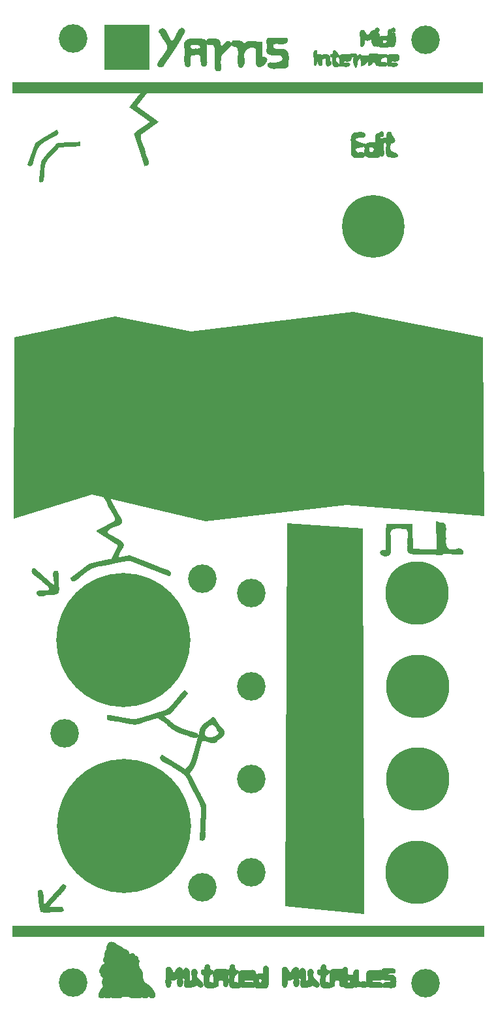
<source format=gbr>
G04 #@! TF.FileFunction,Soldermask,Top*
%FSLAX46Y46*%
G04 Gerber Fmt 4.6, Leading zero omitted, Abs format (unit mm)*
G04 Created by KiCad (PCBNEW 4.0.1-stable) date Donnerstag, 28. April 2016 'u50' 10:50:22*
%MOMM*%
G01*
G04 APERTURE LIST*
%ADD10C,0.100000*%
%ADD11C,17.400000*%
%ADD12C,8.200000*%
%ADD13C,3.700000*%
%ADD14C,8.100000*%
%ADD15C,10.800000*%
G04 APERTURE END LIST*
D10*
G36*
X89610849Y-40694508D02*
X89610849Y-42117744D01*
X90145325Y-42117744D01*
X150130790Y-42117744D01*
X150665270Y-42117744D01*
X150665270Y-40694508D01*
X150130790Y-40694508D01*
X90145325Y-40694508D01*
X89610849Y-40694508D01*
X89610849Y-40694508D01*
G37*
G36*
X89610849Y-150196730D02*
X89610849Y-151619968D01*
X90146810Y-151619968D01*
X150298910Y-151619968D01*
X150834871Y-151619968D01*
X150834871Y-150196730D01*
X150298910Y-150196730D01*
X90146810Y-150196730D01*
X89610849Y-150196730D01*
X89610849Y-150196730D01*
G37*
G36*
X102378448Y-152235675D02*
X105446511Y-154952057D01*
X105455133Y-154959832D01*
X105449527Y-154964873D01*
X105442413Y-154963507D01*
X105446511Y-154952057D01*
X102378448Y-152235675D01*
X101920938Y-155825182D01*
X101924320Y-155851623D01*
X101926335Y-155869946D01*
X101926745Y-155878722D01*
X101925312Y-155876518D01*
X101921798Y-155861905D01*
X101915964Y-155833451D01*
X101920938Y-155825182D01*
X102378448Y-152235675D01*
X102352793Y-152239761D01*
X102327824Y-152245317D01*
X102303533Y-152252285D01*
X102279909Y-152260610D01*
X102256945Y-152270233D01*
X102234629Y-152281097D01*
X102212954Y-152293146D01*
X102191909Y-152306323D01*
X102171486Y-152320571D01*
X102151676Y-152335832D01*
X102132469Y-152352050D01*
X102113855Y-152369167D01*
X102095826Y-152387127D01*
X102078372Y-152405873D01*
X102061485Y-152425347D01*
X102045154Y-152445493D01*
X102029370Y-152466254D01*
X102014125Y-152487572D01*
X101999409Y-152509390D01*
X101985212Y-152531653D01*
X101971526Y-152554301D01*
X101958342Y-152577279D01*
X101945649Y-152600530D01*
X101933439Y-152623996D01*
X101921702Y-152647621D01*
X101910429Y-152671347D01*
X101899611Y-152695118D01*
X101889239Y-152718876D01*
X101879304Y-152742565D01*
X101869795Y-152766127D01*
X101860704Y-152789506D01*
X101852022Y-152812644D01*
X101843739Y-152835485D01*
X101835846Y-152857970D01*
X101828334Y-152880045D01*
X101835373Y-152903234D01*
X101840931Y-152926049D01*
X101845069Y-152948510D01*
X101847854Y-152970634D01*
X101849349Y-152992442D01*
X101849619Y-153013952D01*
X101848727Y-153035182D01*
X101846739Y-153056153D01*
X101843719Y-153076882D01*
X101839730Y-153097390D01*
X101834838Y-153117694D01*
X101829107Y-153137814D01*
X101822600Y-153157769D01*
X101815383Y-153177577D01*
X101807519Y-153197259D01*
X101799074Y-153216832D01*
X101790110Y-153236315D01*
X101780694Y-153255728D01*
X101770888Y-153275090D01*
X101760757Y-153294420D01*
X101750367Y-153313735D01*
X101739780Y-153333057D01*
X101729061Y-153352402D01*
X101718275Y-153371791D01*
X101707487Y-153391243D01*
X101696759Y-153410776D01*
X101686157Y-153430409D01*
X101675745Y-153450161D01*
X101665588Y-153470052D01*
X101655749Y-153490099D01*
X101646293Y-153510323D01*
X101637284Y-153530742D01*
X101628787Y-153551375D01*
X101620866Y-153572241D01*
X101613585Y-153593360D01*
X101607009Y-153614749D01*
X101601202Y-153636428D01*
X101596228Y-153658416D01*
X101592152Y-153680732D01*
X101589038Y-153703394D01*
X101586950Y-153726423D01*
X101585953Y-153749836D01*
X101586111Y-153773653D01*
X101587488Y-153797892D01*
X101590149Y-153822574D01*
X101594157Y-153847716D01*
X101599578Y-153873337D01*
X101599865Y-153893632D01*
X101599203Y-153914002D01*
X101597647Y-153934443D01*
X101595253Y-153954954D01*
X101592077Y-153975529D01*
X101588175Y-153996166D01*
X101583603Y-154016861D01*
X101578417Y-154037610D01*
X101572673Y-154058411D01*
X101566425Y-154079259D01*
X101559732Y-154100152D01*
X101552647Y-154121085D01*
X101545228Y-154142056D01*
X101537529Y-154163060D01*
X101529607Y-154184094D01*
X101521518Y-154205155D01*
X101513317Y-154226240D01*
X101505061Y-154247345D01*
X101496805Y-154268466D01*
X101488605Y-154289599D01*
X101480518Y-154310743D01*
X101472598Y-154331892D01*
X101464901Y-154353044D01*
X101457485Y-154374195D01*
X101450403Y-154395341D01*
X101443713Y-154416480D01*
X101437471Y-154437607D01*
X101431731Y-154458719D01*
X101426550Y-154479813D01*
X101421984Y-154500886D01*
X101418089Y-154521933D01*
X101414920Y-154542951D01*
X101412534Y-154563937D01*
X101410985Y-154584887D01*
X101410331Y-154605798D01*
X101410627Y-154626667D01*
X101411929Y-154647490D01*
X101414293Y-154668262D01*
X101417774Y-154688982D01*
X101422428Y-154709646D01*
X101428312Y-154730249D01*
X101435481Y-154750789D01*
X101443991Y-154771262D01*
X101453898Y-154791665D01*
X101465257Y-154811994D01*
X101478126Y-154832245D01*
X101492559Y-154852416D01*
X101508612Y-154872502D01*
X101526341Y-154892501D01*
X101545803Y-154912408D01*
X101567052Y-154932221D01*
X101570487Y-154958394D01*
X101571599Y-154982244D01*
X101570518Y-155003917D01*
X101567376Y-155023558D01*
X101562305Y-155041314D01*
X101555435Y-155057329D01*
X101546897Y-155071750D01*
X101536824Y-155084723D01*
X101525346Y-155096394D01*
X101512594Y-155106907D01*
X101498700Y-155116410D01*
X101483795Y-155125047D01*
X101468010Y-155132965D01*
X101451476Y-155140309D01*
X101434325Y-155147226D01*
X101416688Y-155153860D01*
X101398696Y-155160359D01*
X101380481Y-155166867D01*
X101362173Y-155173530D01*
X101343904Y-155180495D01*
X101325805Y-155187906D01*
X101308007Y-155195910D01*
X101290642Y-155204653D01*
X101273841Y-155214280D01*
X101257735Y-155224938D01*
X101242455Y-155236771D01*
X101228132Y-155249926D01*
X101214898Y-155264549D01*
X101202885Y-155280784D01*
X101192222Y-155298780D01*
X101184593Y-155322929D01*
X101176127Y-155346821D01*
X101166892Y-155370477D01*
X101156960Y-155393921D01*
X101146402Y-155417177D01*
X101135288Y-155440266D01*
X101123688Y-155463213D01*
X101111672Y-155486040D01*
X101099312Y-155508770D01*
X101086678Y-155531427D01*
X101073839Y-155554033D01*
X101060868Y-155576612D01*
X101047833Y-155599187D01*
X101034806Y-155621781D01*
X101021857Y-155644417D01*
X101009056Y-155667118D01*
X100996474Y-155689907D01*
X100984182Y-155712807D01*
X100972250Y-155735842D01*
X100960748Y-155759034D01*
X100949746Y-155782406D01*
X100939316Y-155805982D01*
X100929528Y-155829785D01*
X100920452Y-155853838D01*
X100912158Y-155878163D01*
X100904718Y-155902785D01*
X100898201Y-155927726D01*
X100892678Y-155953009D01*
X100888220Y-155978657D01*
X100884897Y-156004693D01*
X100882779Y-156031141D01*
X100881937Y-156058024D01*
X100882441Y-156085364D01*
X100883186Y-156109130D01*
X100886908Y-156131459D01*
X100893237Y-156152512D01*
X100901802Y-156172455D01*
X100912234Y-156191449D01*
X100924161Y-156209657D01*
X100937212Y-156227243D01*
X100951018Y-156244370D01*
X100965208Y-156261200D01*
X100979410Y-156277897D01*
X100993256Y-156294625D01*
X101006373Y-156311545D01*
X101018392Y-156328821D01*
X101028941Y-156346616D01*
X101037651Y-156365093D01*
X101044151Y-156384416D01*
X101048070Y-156404747D01*
X101049038Y-156426249D01*
X101046684Y-156449086D01*
X101040637Y-156473420D01*
X101039683Y-156500298D01*
X101041076Y-156525481D01*
X101044660Y-156549083D01*
X101050282Y-156571220D01*
X101057787Y-156592006D01*
X101067019Y-156611556D01*
X101077824Y-156629984D01*
X101090046Y-156647406D01*
X101103531Y-156663935D01*
X101118125Y-156679688D01*
X101133672Y-156694777D01*
X101150017Y-156709319D01*
X101167006Y-156723428D01*
X101184483Y-156737219D01*
X101202294Y-156750806D01*
X101220284Y-156764305D01*
X101238299Y-156777829D01*
X101256182Y-156791495D01*
X101273780Y-156805415D01*
X101290938Y-156819706D01*
X101307500Y-156834482D01*
X101323312Y-156849858D01*
X101338219Y-156865947D01*
X101352066Y-156882867D01*
X101364699Y-156900730D01*
X101375961Y-156919651D01*
X101385700Y-156939747D01*
X101373093Y-156963331D01*
X101361099Y-156987213D01*
X101349718Y-157011375D01*
X101338951Y-157035804D01*
X101328801Y-157060484D01*
X101319267Y-157085400D01*
X101310353Y-157110535D01*
X101302058Y-157135876D01*
X101294384Y-157161406D01*
X101287333Y-157187111D01*
X101280906Y-157212975D01*
X101275104Y-157238983D01*
X101269929Y-157265119D01*
X101265382Y-157291368D01*
X101261463Y-157317715D01*
X101258176Y-157344145D01*
X101255520Y-157370642D01*
X101253497Y-157397191D01*
X101252109Y-157423777D01*
X101251357Y-157450385D01*
X101251242Y-157476998D01*
X101251766Y-157503603D01*
X101252929Y-157530182D01*
X101254733Y-157556722D01*
X101257180Y-157583207D01*
X101260271Y-157609622D01*
X101264007Y-157635951D01*
X101268389Y-157662179D01*
X101273419Y-157688291D01*
X101279099Y-157714271D01*
X101285428Y-157740105D01*
X101292410Y-157765776D01*
X101300044Y-157791270D01*
X101308333Y-157816571D01*
X101317278Y-157841664D01*
X101326880Y-157866534D01*
X101337140Y-157891165D01*
X101348060Y-157915543D01*
X101359642Y-157939651D01*
X101371885Y-157963475D01*
X101384792Y-157986998D01*
X101398365Y-158010207D01*
X101383076Y-158032442D01*
X101367512Y-158054559D01*
X101351697Y-158076572D01*
X101335659Y-158098493D01*
X101319424Y-158120336D01*
X101303019Y-158142115D01*
X101286471Y-158163842D01*
X101269807Y-158185532D01*
X101253053Y-158207197D01*
X101236237Y-158228852D01*
X101219384Y-158250508D01*
X101202521Y-158272180D01*
X101185676Y-158293881D01*
X101168874Y-158315624D01*
X101152144Y-158337423D01*
X101135511Y-158359291D01*
X101119001Y-158381242D01*
X101102643Y-158403288D01*
X101086463Y-158425443D01*
X101070486Y-158447721D01*
X101054741Y-158470134D01*
X101039253Y-158492697D01*
X101024050Y-158515422D01*
X101009159Y-158538323D01*
X100994605Y-158561413D01*
X100980415Y-158584706D01*
X100966618Y-158608215D01*
X100953238Y-158631953D01*
X100940303Y-158655933D01*
X100927840Y-158680170D01*
X100915875Y-158704676D01*
X100904435Y-158729465D01*
X100893547Y-158754550D01*
X100883237Y-158779944D01*
X100873533Y-158805661D01*
X100864460Y-158831715D01*
X100856047Y-158858117D01*
X100848318Y-158884883D01*
X100841302Y-158912025D01*
X100835024Y-158939556D01*
X100832390Y-158952693D01*
X100828371Y-158968159D01*
X100823239Y-158985751D01*
X100817266Y-159005268D01*
X100810724Y-159026505D01*
X100803884Y-159049260D01*
X100797018Y-159073330D01*
X100790397Y-159098512D01*
X100784294Y-159124603D01*
X100778978Y-159151401D01*
X100774724Y-159178703D01*
X100771801Y-159206305D01*
X100770481Y-159234005D01*
X100771037Y-159261599D01*
X100773739Y-159288886D01*
X100778859Y-159315662D01*
X100786670Y-159341724D01*
X100797442Y-159366870D01*
X100811447Y-159390896D01*
X100828956Y-159413599D01*
X100845595Y-159435515D01*
X100863398Y-159455275D01*
X100882292Y-159472978D01*
X100902204Y-159488722D01*
X100923060Y-159502607D01*
X100944786Y-159514731D01*
X100967308Y-159525194D01*
X100990553Y-159534093D01*
X101014446Y-159541529D01*
X101038915Y-159547599D01*
X101063885Y-159552402D01*
X101089283Y-159556038D01*
X101115034Y-159558606D01*
X101141066Y-159560203D01*
X101167304Y-159560930D01*
X101193675Y-159560884D01*
X101220105Y-159560165D01*
X101246520Y-159558871D01*
X101272847Y-159557102D01*
X101299011Y-159554956D01*
X101324940Y-159552532D01*
X101350558Y-159549929D01*
X101375794Y-159547245D01*
X101400572Y-159544580D01*
X101424819Y-159542033D01*
X101443678Y-159524870D01*
X101462452Y-159511175D01*
X101481168Y-159500689D01*
X101499850Y-159493152D01*
X101518524Y-159488305D01*
X101537216Y-159485889D01*
X101555951Y-159485645D01*
X101574756Y-159487312D01*
X101593654Y-159490632D01*
X101612673Y-159495346D01*
X101631837Y-159501194D01*
X101651173Y-159507916D01*
X101670705Y-159515254D01*
X101690459Y-159522947D01*
X101710461Y-159530738D01*
X101730737Y-159538366D01*
X101751311Y-159545572D01*
X101772210Y-159552096D01*
X101793459Y-159557680D01*
X101815083Y-159562064D01*
X101837108Y-159564988D01*
X101859561Y-159566194D01*
X101882465Y-159565422D01*
X101905847Y-159562412D01*
X101929733Y-159556906D01*
X101954609Y-159557446D01*
X101979942Y-159558051D01*
X102005635Y-159558588D01*
X102031587Y-159558923D01*
X102057702Y-159558923D01*
X102083879Y-159558455D01*
X102110021Y-159557386D01*
X102136028Y-159555583D01*
X102161802Y-159552913D01*
X102187245Y-159549243D01*
X102212257Y-159544439D01*
X102236741Y-159538368D01*
X102260597Y-159530898D01*
X102283726Y-159521895D01*
X102306031Y-159511226D01*
X102327412Y-159498758D01*
X102347771Y-159484358D01*
X102367009Y-159467892D01*
X102385027Y-159449228D01*
X102401727Y-159428232D01*
X102417010Y-159404771D01*
X102433262Y-159426881D01*
X102450450Y-159446861D01*
X102468528Y-159464813D01*
X102487445Y-159480841D01*
X102507154Y-159495045D01*
X102527606Y-159507529D01*
X102548752Y-159518395D01*
X102570544Y-159527744D01*
X102592932Y-159535680D01*
X102615869Y-159542305D01*
X102639306Y-159547720D01*
X102663193Y-159552029D01*
X102687483Y-159555332D01*
X102712127Y-159557734D01*
X102737076Y-159559335D01*
X102762281Y-159560239D01*
X102787694Y-159560547D01*
X102813267Y-159560363D01*
X102838949Y-159559787D01*
X102864694Y-159558922D01*
X102890452Y-159557872D01*
X102916175Y-159556737D01*
X102941814Y-159555620D01*
X102967320Y-159554624D01*
X102992645Y-159553851D01*
X103017739Y-159553403D01*
X103042556Y-159553382D01*
X103067045Y-159553891D01*
X103091158Y-159555031D01*
X103114847Y-159556906D01*
X103141551Y-159554879D01*
X103168427Y-159553592D01*
X103195454Y-159552950D01*
X103222610Y-159552859D01*
X103249874Y-159553223D01*
X103277226Y-159553948D01*
X103304643Y-159554938D01*
X103332105Y-159556099D01*
X103359590Y-159557336D01*
X103387078Y-159558553D01*
X103414547Y-159559656D01*
X103441976Y-159560550D01*
X103469344Y-159561140D01*
X103496629Y-159561331D01*
X103523811Y-159561028D01*
X103550869Y-159560135D01*
X103577780Y-159558559D01*
X103604525Y-159556203D01*
X103631081Y-159552974D01*
X103657428Y-159548776D01*
X103683545Y-159543514D01*
X103709410Y-159537094D01*
X103735002Y-159529419D01*
X103760300Y-159520396D01*
X103785282Y-159509930D01*
X103809929Y-159497925D01*
X103823836Y-159476879D01*
X103838615Y-159458184D01*
X103854228Y-159441718D01*
X103870635Y-159427359D01*
X103887796Y-159414984D01*
X103905673Y-159404471D01*
X103924226Y-159395698D01*
X103943416Y-159388542D01*
X103963204Y-159382881D01*
X103983551Y-159378593D01*
X104004418Y-159375555D01*
X104025764Y-159373645D01*
X104047552Y-159372741D01*
X104069741Y-159372720D01*
X104092293Y-159373461D01*
X104115169Y-159374841D01*
X104138328Y-159376737D01*
X104161733Y-159379027D01*
X104185343Y-159381590D01*
X104209120Y-159384302D01*
X104233025Y-159387041D01*
X104257017Y-159389686D01*
X104281059Y-159392113D01*
X104305110Y-159394200D01*
X104329132Y-159395826D01*
X104353085Y-159396868D01*
X104376930Y-159397203D01*
X104400629Y-159396709D01*
X104424140Y-159395265D01*
X104447427Y-159392746D01*
X104470448Y-159389033D01*
X104493166Y-159384001D01*
X104515541Y-159377528D01*
X104537533Y-159369494D01*
X104559423Y-159355183D01*
X104580139Y-159343537D01*
X104599753Y-159334419D01*
X104618338Y-159327692D01*
X104635966Y-159323219D01*
X104652711Y-159320862D01*
X104668645Y-159320484D01*
X104683841Y-159321949D01*
X104698372Y-159325120D01*
X104712310Y-159329858D01*
X104725729Y-159336027D01*
X104738700Y-159343490D01*
X104751297Y-159352110D01*
X104763593Y-159361750D01*
X104775660Y-159372272D01*
X104787571Y-159383540D01*
X104799399Y-159395416D01*
X104811217Y-159407763D01*
X104823097Y-159420445D01*
X104835112Y-159433323D01*
X104847335Y-159446261D01*
X104859839Y-159459123D01*
X104872696Y-159471769D01*
X104885979Y-159484065D01*
X104899761Y-159495872D01*
X104914115Y-159507053D01*
X104929113Y-159517471D01*
X104944829Y-159526990D01*
X104961334Y-159535471D01*
X104978703Y-159542779D01*
X104997007Y-159548775D01*
X105016319Y-159553323D01*
X105036712Y-159556286D01*
X105058259Y-159557526D01*
X105081033Y-159556906D01*
X105107366Y-159555438D01*
X105133852Y-159554741D01*
X105160462Y-159554668D01*
X105187171Y-159555072D01*
X105213950Y-159555806D01*
X105240773Y-159556723D01*
X105267611Y-159557675D01*
X105294438Y-159558515D01*
X105321227Y-159559097D01*
X105347949Y-159559273D01*
X105374579Y-159558896D01*
X105401088Y-159557820D01*
X105427449Y-159555895D01*
X105453635Y-159552977D01*
X105479618Y-159548917D01*
X105505372Y-159543569D01*
X105530869Y-159536785D01*
X105556082Y-159528418D01*
X105580983Y-159518321D01*
X105606830Y-159526833D01*
X105632918Y-159534202D01*
X105659228Y-159540498D01*
X105685742Y-159545794D01*
X105712442Y-159550159D01*
X105739310Y-159553665D01*
X105766329Y-159556381D01*
X105793480Y-159558379D01*
X105820746Y-159559730D01*
X105848107Y-159560504D01*
X105875547Y-159560772D01*
X105903048Y-159560605D01*
X105930591Y-159560074D01*
X105958159Y-159559249D01*
X105985733Y-159558201D01*
X106013296Y-159557001D01*
X106040829Y-159555720D01*
X106068316Y-159554428D01*
X106095736Y-159553197D01*
X106123074Y-159552097D01*
X106150310Y-159551198D01*
X106177428Y-159550572D01*
X106204408Y-159550289D01*
X106232397Y-159534788D01*
X106258250Y-159520113D01*
X106282207Y-159506416D01*
X106304508Y-159493847D01*
X106325393Y-159482554D01*
X106345101Y-159472690D01*
X106363873Y-159464402D01*
X106381949Y-159457842D01*
X106399569Y-159453160D01*
X106416973Y-159450504D01*
X106434401Y-159450026D01*
X106452092Y-159451876D01*
X106470288Y-159456202D01*
X106489228Y-159463156D01*
X106509152Y-159472888D01*
X106530300Y-159485546D01*
X106552912Y-159501282D01*
X106577228Y-159520245D01*
X106603488Y-159542585D01*
X106630154Y-159544850D01*
X106657041Y-159547205D01*
X106684117Y-159549580D01*
X106711355Y-159551903D01*
X106738725Y-159554106D01*
X106766197Y-159556117D01*
X106793743Y-159557867D01*
X106821333Y-159559285D01*
X106848937Y-159560301D01*
X106876528Y-159560844D01*
X106904074Y-159560846D01*
X106931547Y-159560234D01*
X106958918Y-159558940D01*
X106986158Y-159556893D01*
X107013236Y-159554022D01*
X107040125Y-159550258D01*
X107066794Y-159545530D01*
X107093214Y-159539768D01*
X107119357Y-159532902D01*
X107145192Y-159524861D01*
X107170691Y-159515576D01*
X107191585Y-159496529D01*
X107210469Y-159478058D01*
X107227539Y-159460355D01*
X107242991Y-159443615D01*
X107257022Y-159428029D01*
X107269828Y-159413790D01*
X107281606Y-159401090D01*
X107292551Y-159390124D01*
X107302862Y-159381084D01*
X107312732Y-159374161D01*
X107322361Y-159369550D01*
X107331942Y-159367443D01*
X107341674Y-159368033D01*
X107351753Y-159371512D01*
X107362374Y-159378074D01*
X107373734Y-159387911D01*
X107386030Y-159401216D01*
X107399459Y-159418181D01*
X107414215Y-159439000D01*
X107430497Y-159463866D01*
X107448500Y-159492970D01*
X107471470Y-159505866D01*
X107495065Y-159517237D01*
X107519229Y-159527149D01*
X107543906Y-159535668D01*
X107569042Y-159542858D01*
X107594582Y-159548785D01*
X107620471Y-159553514D01*
X107646653Y-159557110D01*
X107673074Y-159559639D01*
X107699679Y-159561165D01*
X107726412Y-159561754D01*
X107753218Y-159561471D01*
X107780043Y-159560381D01*
X107806831Y-159558550D01*
X107833527Y-159556043D01*
X107860077Y-159552925D01*
X107886424Y-159549261D01*
X107912515Y-159545117D01*
X107938293Y-159540557D01*
X107963705Y-159535647D01*
X107988694Y-159530452D01*
X108013413Y-159518920D01*
X108036262Y-159506163D01*
X108057298Y-159492239D01*
X108076574Y-159477208D01*
X108094147Y-159461129D01*
X108110071Y-159444061D01*
X108124401Y-159426063D01*
X108137194Y-159407193D01*
X108148503Y-159387512D01*
X108158384Y-159367079D01*
X108166892Y-159345951D01*
X108174082Y-159324189D01*
X108180010Y-159301852D01*
X108184731Y-159278998D01*
X108188299Y-159255687D01*
X108190770Y-159231978D01*
X108192199Y-159207930D01*
X108192641Y-159183602D01*
X108192151Y-159159053D01*
X108190786Y-159134342D01*
X108188598Y-159109529D01*
X108185645Y-159084672D01*
X108181980Y-159059830D01*
X108177659Y-159035063D01*
X108172738Y-159010430D01*
X108167271Y-158985990D01*
X108161314Y-158961802D01*
X108154921Y-158937924D01*
X108148148Y-158914417D01*
X108141050Y-158891339D01*
X108133683Y-158868749D01*
X108126100Y-158846707D01*
X108118358Y-158825271D01*
X108110512Y-158804500D01*
X108099526Y-158778989D01*
X108088174Y-158753723D01*
X108076461Y-158728699D01*
X108064395Y-158703914D01*
X108051981Y-158679365D01*
X108039225Y-158655049D01*
X108026134Y-158630963D01*
X108012713Y-158607104D01*
X107998968Y-158583470D01*
X107984906Y-158560057D01*
X107970533Y-158536862D01*
X107955855Y-158513883D01*
X107940878Y-158491116D01*
X107925608Y-158468559D01*
X107910051Y-158446208D01*
X107894214Y-158424061D01*
X107878102Y-158402114D01*
X107861721Y-158380365D01*
X107845079Y-158358811D01*
X107828180Y-158337449D01*
X107811031Y-158316276D01*
X107793638Y-158295289D01*
X107776007Y-158274485D01*
X107758145Y-158253860D01*
X107740056Y-158233413D01*
X107721749Y-158213140D01*
X107703228Y-158193039D01*
X107684499Y-158173105D01*
X107665570Y-158153337D01*
X107646445Y-158133731D01*
X107627131Y-158114285D01*
X107607635Y-158094995D01*
X107587962Y-158075859D01*
X107568118Y-158056873D01*
X107548110Y-158038035D01*
X107527943Y-158019342D01*
X107507624Y-158000790D01*
X107487159Y-157982378D01*
X107466553Y-157964101D01*
X107445814Y-157945957D01*
X107424947Y-157927943D01*
X107403958Y-157910056D01*
X107382854Y-157892293D01*
X107361640Y-157874651D01*
X107340323Y-157857128D01*
X107318909Y-157839719D01*
X107297403Y-157822423D01*
X107275812Y-157805237D01*
X107254143Y-157788156D01*
X107232400Y-157771179D01*
X107210591Y-157754303D01*
X107188721Y-157737524D01*
X107166797Y-157720840D01*
X107144824Y-157704248D01*
X107122810Y-157687744D01*
X107100759Y-157671326D01*
X107078677Y-157654991D01*
X107056573Y-157638736D01*
X107034450Y-157622558D01*
X107012315Y-157606453D01*
X106990175Y-157590420D01*
X106968036Y-157574455D01*
X106945903Y-157558555D01*
X106923783Y-157542718D01*
X106901681Y-157526939D01*
X106879605Y-157511217D01*
X106857560Y-157495548D01*
X106835552Y-157479930D01*
X106818090Y-157460270D01*
X106801291Y-157440045D01*
X106785146Y-157419277D01*
X106769648Y-157397988D01*
X106754790Y-157376200D01*
X106740564Y-157353935D01*
X106726963Y-157331216D01*
X106713980Y-157308064D01*
X106701607Y-157284502D01*
X106689837Y-157260551D01*
X106678663Y-157236235D01*
X106668076Y-157211574D01*
X106658070Y-157186592D01*
X106648637Y-157161309D01*
X106639770Y-157135749D01*
X106631461Y-157109934D01*
X106623703Y-157083885D01*
X106616489Y-157057625D01*
X106609811Y-157031175D01*
X106603662Y-157004559D01*
X106598035Y-156977797D01*
X106592921Y-156950913D01*
X106588314Y-156923928D01*
X106584206Y-156896864D01*
X106580590Y-156869744D01*
X106577459Y-156842589D01*
X106574804Y-156815423D01*
X106572619Y-156788266D01*
X106570897Y-156761141D01*
X106569629Y-156734070D01*
X106568808Y-156707076D01*
X106568428Y-156680180D01*
X106568480Y-156653404D01*
X106568958Y-156626771D01*
X106569853Y-156600303D01*
X106571159Y-156574021D01*
X106572868Y-156547948D01*
X106574972Y-156522107D01*
X106577465Y-156496519D01*
X106580338Y-156471206D01*
X106582547Y-156442493D01*
X106583425Y-156414015D01*
X106583020Y-156385776D01*
X106581381Y-156357781D01*
X106578554Y-156330036D01*
X106574588Y-156302546D01*
X106569531Y-156275317D01*
X106563431Y-156248354D01*
X106556334Y-156221661D01*
X106548291Y-156195245D01*
X106539347Y-156169111D01*
X106529551Y-156143263D01*
X106518951Y-156117708D01*
X106507595Y-156092451D01*
X106495530Y-156067496D01*
X106482805Y-156042850D01*
X106469467Y-156018517D01*
X106455564Y-155994503D01*
X106441144Y-155970814D01*
X106426255Y-155947454D01*
X106410945Y-155924428D01*
X106395261Y-155901743D01*
X106379251Y-155879403D01*
X106362964Y-155857414D01*
X106346447Y-155835781D01*
X106329748Y-155814509D01*
X106312915Y-155793604D01*
X106295995Y-155773071D01*
X106279037Y-155752915D01*
X106262088Y-155733142D01*
X106245196Y-155713757D01*
X106228410Y-155694764D01*
X106211777Y-155676171D01*
X106195344Y-155657981D01*
X106179160Y-155640201D01*
X106163273Y-155622834D01*
X106147730Y-155605888D01*
X106132579Y-155589367D01*
X106117868Y-155573276D01*
X106117761Y-155547834D01*
X106116528Y-155522606D01*
X106114288Y-155497582D01*
X106111158Y-155472752D01*
X106107257Y-155448108D01*
X106102702Y-155423639D01*
X106097612Y-155399337D01*
X106092104Y-155375191D01*
X106086298Y-155351192D01*
X106080309Y-155327332D01*
X106074258Y-155303599D01*
X106068262Y-155279985D01*
X106062438Y-155256480D01*
X106056906Y-155233076D01*
X106051782Y-155209761D01*
X106047185Y-155186527D01*
X106043234Y-155163365D01*
X106040045Y-155140264D01*
X106037738Y-155117216D01*
X106036430Y-155094210D01*
X106036239Y-155071238D01*
X106037284Y-155048289D01*
X106039681Y-155025355D01*
X106043550Y-155002426D01*
X106049009Y-154979493D01*
X106056175Y-154956545D01*
X106065167Y-154933573D01*
X106076102Y-154910569D01*
X106089098Y-154887522D01*
X106104275Y-154864423D01*
X106121749Y-154841262D01*
X106131436Y-154815813D01*
X106136854Y-154790199D01*
X106138414Y-154764539D01*
X106136528Y-154738948D01*
X106131608Y-154713545D01*
X106124064Y-154688447D01*
X106114310Y-154663771D01*
X106102755Y-154639634D01*
X106089812Y-154616154D01*
X106075893Y-154593448D01*
X106061408Y-154571634D01*
X106046770Y-154550828D01*
X106032390Y-154531148D01*
X106018679Y-154512712D01*
X106006050Y-154495636D01*
X105994913Y-154480039D01*
X105985681Y-154466036D01*
X105978765Y-154453746D01*
X105974577Y-154443286D01*
X105978509Y-154416341D01*
X105980156Y-154390218D01*
X105979620Y-154364923D01*
X105976998Y-154340460D01*
X105972389Y-154316833D01*
X105965894Y-154294045D01*
X105957611Y-154272101D01*
X105947640Y-154251006D01*
X105936079Y-154230763D01*
X105923029Y-154211377D01*
X105908588Y-154192851D01*
X105892855Y-154175190D01*
X105875931Y-154158398D01*
X105857913Y-154142479D01*
X105838902Y-154127437D01*
X105818996Y-154113276D01*
X105798296Y-154100001D01*
X105776899Y-154087616D01*
X105754905Y-154076124D01*
X105732415Y-154065530D01*
X105709526Y-154055838D01*
X105686338Y-154047052D01*
X105662950Y-154039177D01*
X105639462Y-154032216D01*
X105615973Y-154026173D01*
X105592582Y-154021054D01*
X105584005Y-154016707D01*
X105575464Y-154009045D01*
X105566868Y-153998415D01*
X105558126Y-153985164D01*
X105549147Y-153969638D01*
X105539840Y-153952185D01*
X105530113Y-153933152D01*
X105519876Y-153912886D01*
X105509037Y-153891734D01*
X105497506Y-153870043D01*
X105485191Y-153848161D01*
X105472001Y-153826434D01*
X105457845Y-153805209D01*
X105442632Y-153784833D01*
X105426270Y-153765654D01*
X105408670Y-153748018D01*
X105389739Y-153732273D01*
X105369386Y-153718766D01*
X105347521Y-153707843D01*
X105324053Y-153699852D01*
X105298889Y-153695140D01*
X105271940Y-153694054D01*
X105243113Y-153696941D01*
X105216458Y-153696827D01*
X105190283Y-153698739D01*
X105164544Y-153702488D01*
X105139199Y-153707882D01*
X105114205Y-153714732D01*
X105089517Y-153722849D01*
X105065093Y-153732041D01*
X105040890Y-153742120D01*
X105016863Y-153752895D01*
X104992971Y-153764176D01*
X104969169Y-153775773D01*
X104945415Y-153787497D01*
X104921665Y-153799156D01*
X104897876Y-153810562D01*
X104874004Y-153821524D01*
X104850007Y-153831853D01*
X104825841Y-153841357D01*
X104827505Y-153813133D01*
X104827836Y-153785468D01*
X104826870Y-153758365D01*
X104824643Y-153731826D01*
X104821191Y-153705856D01*
X104816550Y-153680455D01*
X104810756Y-153655626D01*
X104803845Y-153631372D01*
X104795852Y-153607696D01*
X104786815Y-153584601D01*
X104776769Y-153562087D01*
X104765749Y-153540159D01*
X104753793Y-153518819D01*
X104740935Y-153498069D01*
X104727212Y-153477912D01*
X104712661Y-153458351D01*
X104697316Y-153439388D01*
X104681214Y-153421025D01*
X104664391Y-153403265D01*
X104646883Y-153386112D01*
X104628726Y-153369566D01*
X104609956Y-153353632D01*
X104590609Y-153338311D01*
X104570721Y-153323606D01*
X104550327Y-153309519D01*
X104529465Y-153296054D01*
X104508170Y-153283212D01*
X104486477Y-153270996D01*
X104464424Y-153259410D01*
X104442045Y-153248455D01*
X104419378Y-153238133D01*
X104396457Y-153228449D01*
X104373319Y-153219403D01*
X104350000Y-153210999D01*
X104326537Y-153203239D01*
X104302964Y-153196126D01*
X104279318Y-153189662D01*
X104255635Y-153183851D01*
X104231951Y-153178693D01*
X104208302Y-153174193D01*
X104184723Y-153170352D01*
X104161252Y-153167174D01*
X104137924Y-153164660D01*
X104114775Y-153162813D01*
X104098882Y-153139383D01*
X104082412Y-153116694D01*
X104065384Y-153094726D01*
X104047814Y-153073458D01*
X104029723Y-153052871D01*
X104011127Y-153032942D01*
X103992045Y-153013653D01*
X103972494Y-152994981D01*
X103952494Y-152976907D01*
X103932063Y-152959410D01*
X103911217Y-152942470D01*
X103889977Y-152926065D01*
X103868359Y-152910176D01*
X103846382Y-152894781D01*
X103824064Y-152879861D01*
X103801424Y-152865394D01*
X103778479Y-152851359D01*
X103755247Y-152837738D01*
X103731747Y-152824508D01*
X103707997Y-152811649D01*
X103684016Y-152799141D01*
X103659820Y-152786963D01*
X103635429Y-152775094D01*
X103610860Y-152763515D01*
X103586132Y-152752203D01*
X103561263Y-152741140D01*
X103536271Y-152730303D01*
X103511174Y-152719674D01*
X103485991Y-152709230D01*
X103460739Y-152698951D01*
X103435436Y-152688818D01*
X103410102Y-152678809D01*
X103384753Y-152668903D01*
X103359409Y-152659081D01*
X103334086Y-152649321D01*
X103308805Y-152639603D01*
X103283582Y-152629907D01*
X103258435Y-152620211D01*
X103233384Y-152610496D01*
X103219420Y-152588789D01*
X103204562Y-152567919D01*
X103188843Y-152547868D01*
X103172296Y-152528620D01*
X103154955Y-152510158D01*
X103136852Y-152492466D01*
X103118021Y-152475528D01*
X103098495Y-152459327D01*
X103078306Y-152443846D01*
X103057488Y-152429069D01*
X103036074Y-152414979D01*
X103014097Y-152401560D01*
X102991591Y-152388794D01*
X102968587Y-152376667D01*
X102945119Y-152365161D01*
X102921221Y-152354259D01*
X102896925Y-152343945D01*
X102872264Y-152334202D01*
X102847272Y-152325015D01*
X102821982Y-152316365D01*
X102796426Y-152308238D01*
X102770639Y-152300616D01*
X102744652Y-152293482D01*
X102718498Y-152286821D01*
X102692212Y-152280616D01*
X102665826Y-152274849D01*
X102639374Y-152269505D01*
X102612887Y-152264567D01*
X102586400Y-152260019D01*
X102559945Y-152255843D01*
X102533556Y-152252024D01*
X102507265Y-152248545D01*
X102481106Y-152245389D01*
X102455112Y-152242540D01*
X102429315Y-152239981D01*
X102403750Y-152237696D01*
X102378448Y-152235668D01*
X102378448Y-152235675D01*
X102378448Y-152235675D01*
G37*
G36*
X109933424Y-155460395D02*
X109905609Y-155462937D01*
X109878940Y-155466459D01*
X109853394Y-155470939D01*
X109828948Y-155476354D01*
X109805581Y-155482681D01*
X109783271Y-155489899D01*
X109761994Y-155497983D01*
X109741729Y-155506912D01*
X109722454Y-155516663D01*
X109704146Y-155527213D01*
X109686783Y-155538539D01*
X109670343Y-155550619D01*
X109654803Y-155563430D01*
X109640142Y-155576950D01*
X109626336Y-155591155D01*
X109613365Y-155606024D01*
X109601204Y-155621533D01*
X109589833Y-155637659D01*
X109579229Y-155654381D01*
X109569369Y-155671675D01*
X109560232Y-155689519D01*
X109551795Y-155707890D01*
X109544035Y-155726766D01*
X109536932Y-155746123D01*
X109530462Y-155765939D01*
X109524602Y-155786192D01*
X109519332Y-155806858D01*
X109514628Y-155827915D01*
X109510469Y-155849341D01*
X109506832Y-155871113D01*
X109503694Y-155893207D01*
X109501034Y-155915602D01*
X109498829Y-155938275D01*
X109497058Y-155961202D01*
X109495697Y-155984362D01*
X109494724Y-156007732D01*
X109494118Y-156031289D01*
X109493856Y-156055010D01*
X109493915Y-156078872D01*
X109494274Y-156102854D01*
X109494910Y-156126932D01*
X109495801Y-156151084D01*
X109496925Y-156175287D01*
X109498259Y-156199518D01*
X109499781Y-156223755D01*
X109501469Y-156247974D01*
X109503301Y-156272154D01*
X109505254Y-156296272D01*
X109507307Y-156320305D01*
X109509436Y-156344230D01*
X109511620Y-156368025D01*
X109513836Y-156391666D01*
X109516062Y-156415132D01*
X109518276Y-156438400D01*
X109520455Y-156461446D01*
X109522578Y-156484249D01*
X109524622Y-156506785D01*
X109526565Y-156529033D01*
X109528384Y-156550968D01*
X109530057Y-156572570D01*
X109531562Y-156593814D01*
X109532878Y-156614678D01*
X109533980Y-156635140D01*
X109534848Y-156655177D01*
X109535459Y-156674766D01*
X109535790Y-156693885D01*
X109535820Y-156712511D01*
X109535526Y-156730621D01*
X109533142Y-156753458D01*
X109530651Y-156776650D01*
X109528068Y-156800183D01*
X109525409Y-156824041D01*
X109522691Y-156848206D01*
X109519929Y-156872664D01*
X109517140Y-156897399D01*
X109514339Y-156922394D01*
X109511543Y-156947633D01*
X109508768Y-156973101D01*
X109506030Y-156998782D01*
X109503345Y-157024660D01*
X109500729Y-157050718D01*
X109498198Y-157076942D01*
X109495768Y-157103314D01*
X109493456Y-157129820D01*
X109491277Y-157156442D01*
X109489248Y-157183166D01*
X109487385Y-157209975D01*
X109485703Y-157236854D01*
X109484218Y-157263785D01*
X109482948Y-157290755D01*
X109481908Y-157317745D01*
X109481114Y-157344742D01*
X109480582Y-157371728D01*
X109480328Y-157398687D01*
X109480368Y-157425605D01*
X109480719Y-157452464D01*
X109481396Y-157479249D01*
X109482416Y-157505945D01*
X109483795Y-157532534D01*
X109485548Y-157559001D01*
X109487692Y-157585331D01*
X109490243Y-157611507D01*
X109493217Y-157637513D01*
X109496630Y-157663334D01*
X109500499Y-157688953D01*
X109504838Y-157714354D01*
X109509665Y-157739522D01*
X109514996Y-157764441D01*
X109520846Y-157789095D01*
X109527231Y-157813467D01*
X109534169Y-157837542D01*
X109541674Y-157861304D01*
X109549763Y-157884737D01*
X109558452Y-157907825D01*
X109567757Y-157930553D01*
X109577694Y-157952903D01*
X109588279Y-157974861D01*
X109599529Y-157996410D01*
X109611459Y-158017534D01*
X109624085Y-158038218D01*
X109637424Y-158058445D01*
X109651492Y-158078200D01*
X109666305Y-158097467D01*
X109681878Y-158116229D01*
X109698228Y-158134471D01*
X109715372Y-158152177D01*
X109733324Y-158169331D01*
X109752102Y-158185917D01*
X109771721Y-158201919D01*
X109792197Y-158217321D01*
X109813546Y-158232107D01*
X109841031Y-158230890D01*
X109867404Y-158228407D01*
X109892688Y-158224694D01*
X109916903Y-158219784D01*
X109940071Y-158213713D01*
X109962214Y-158206516D01*
X109983354Y-158198226D01*
X110003511Y-158188880D01*
X110022707Y-158178512D01*
X110040963Y-158167156D01*
X110058302Y-158154847D01*
X110074745Y-158141621D01*
X110090313Y-158127512D01*
X110105028Y-158112554D01*
X110118911Y-158096783D01*
X110131983Y-158080234D01*
X110144267Y-158062940D01*
X110155784Y-158044938D01*
X110166555Y-158026261D01*
X110176602Y-158006944D01*
X110185946Y-157987023D01*
X110194609Y-157966532D01*
X110202612Y-157945506D01*
X110209977Y-157923979D01*
X110216725Y-157901987D01*
X110222878Y-157879564D01*
X110228457Y-157856745D01*
X110233484Y-157833565D01*
X110237981Y-157810059D01*
X110241968Y-157786260D01*
X110245468Y-157762205D01*
X110248501Y-157737928D01*
X110251090Y-157713464D01*
X110253256Y-157688847D01*
X110255020Y-157664113D01*
X110256404Y-157639295D01*
X110257430Y-157614430D01*
X110258118Y-157589551D01*
X110258491Y-157564694D01*
X110258569Y-157539892D01*
X110258375Y-157515182D01*
X110257930Y-157490598D01*
X110257256Y-157466174D01*
X110256373Y-157441946D01*
X110255304Y-157417948D01*
X110254070Y-157394215D01*
X110252692Y-157370782D01*
X110251192Y-157347683D01*
X110249592Y-157324954D01*
X110247912Y-157302628D01*
X110246175Y-157280742D01*
X110244402Y-157259329D01*
X110242615Y-157238425D01*
X110240835Y-157218064D01*
X110239083Y-157198282D01*
X110237381Y-157179112D01*
X110256223Y-157195585D01*
X110276031Y-157210276D01*
X110296739Y-157223236D01*
X110318280Y-157234521D01*
X110340586Y-157244183D01*
X110363591Y-157252276D01*
X110387229Y-157258854D01*
X110411431Y-157263971D01*
X110436132Y-157267679D01*
X110461263Y-157270033D01*
X110486760Y-157271087D01*
X110512553Y-157270894D01*
X110538577Y-157269507D01*
X110564765Y-157266980D01*
X110591050Y-157263367D01*
X110617364Y-157258722D01*
X110643642Y-157253098D01*
X110669815Y-157246549D01*
X110695818Y-157239128D01*
X110721583Y-157230889D01*
X110747043Y-157221886D01*
X110772132Y-157212173D01*
X110796782Y-157201802D01*
X110820927Y-157190828D01*
X110844500Y-157179304D01*
X110867433Y-157167284D01*
X110889661Y-157154821D01*
X110911115Y-157141970D01*
X110931730Y-157128783D01*
X110951438Y-157115315D01*
X110970172Y-157101619D01*
X110987866Y-157087749D01*
X111004452Y-157073758D01*
X111019864Y-157059699D01*
X111034034Y-157045628D01*
X111031677Y-157062646D01*
X111029238Y-157080347D01*
X111026737Y-157098697D01*
X111024193Y-157117663D01*
X111021625Y-157137212D01*
X111019050Y-157157308D01*
X111016490Y-157177920D01*
X111013961Y-157199013D01*
X111011483Y-157220553D01*
X111009075Y-157242508D01*
X111006755Y-157264843D01*
X111004543Y-157287525D01*
X111002458Y-157310520D01*
X111000517Y-157333795D01*
X110998741Y-157357316D01*
X110997148Y-157381049D01*
X110995756Y-157404961D01*
X110994585Y-157429019D01*
X110993654Y-157453188D01*
X110992980Y-157477435D01*
X110992584Y-157501726D01*
X110992484Y-157526028D01*
X110992699Y-157550308D01*
X110993248Y-157574531D01*
X110994149Y-157598664D01*
X110995422Y-157622673D01*
X110997085Y-157646525D01*
X110999157Y-157670186D01*
X111001657Y-157693623D01*
X111004604Y-157716801D01*
X111008017Y-157739688D01*
X111011914Y-157762250D01*
X111016315Y-157784453D01*
X111021238Y-157806263D01*
X111026702Y-157827647D01*
X111032726Y-157848572D01*
X111039329Y-157869003D01*
X111046529Y-157888907D01*
X111054346Y-157908251D01*
X111062799Y-157927000D01*
X111071906Y-157945122D01*
X111081685Y-157962583D01*
X111092157Y-157979348D01*
X111103340Y-157995385D01*
X111115252Y-158010660D01*
X111127913Y-158025139D01*
X111141341Y-158038788D01*
X111155555Y-158051575D01*
X111170575Y-158063465D01*
X111186418Y-158074425D01*
X111203104Y-158084421D01*
X111220652Y-158093419D01*
X111239080Y-158101387D01*
X111258407Y-158108289D01*
X111278653Y-158114094D01*
X111299836Y-158118767D01*
X111321975Y-158122274D01*
X111345088Y-158124582D01*
X111369195Y-158125658D01*
X111394314Y-158125467D01*
X111420465Y-158123976D01*
X111447666Y-158121152D01*
X111471475Y-158109599D01*
X111494228Y-158097471D01*
X111515946Y-158084781D01*
X111536650Y-158071542D01*
X111556360Y-158057766D01*
X111575098Y-158043465D01*
X111592885Y-158028653D01*
X111609741Y-158013342D01*
X111625688Y-157997544D01*
X111640746Y-157981272D01*
X111654937Y-157964538D01*
X111668281Y-157947356D01*
X111680799Y-157929737D01*
X111692513Y-157911695D01*
X111703443Y-157893241D01*
X111713610Y-157874389D01*
X111723035Y-157855150D01*
X111731739Y-157835538D01*
X111739743Y-157815565D01*
X111747068Y-157795244D01*
X111753735Y-157774587D01*
X111759765Y-157753606D01*
X111765179Y-157732315D01*
X111769997Y-157710726D01*
X111774241Y-157688852D01*
X111777932Y-157666704D01*
X111781090Y-157644296D01*
X111783737Y-157621640D01*
X111785894Y-157598748D01*
X111787581Y-157575634D01*
X111788819Y-157552310D01*
X111789629Y-157528788D01*
X111790033Y-157505081D01*
X111790051Y-157481202D01*
X111789705Y-157457163D01*
X111789014Y-157432976D01*
X111788001Y-157408655D01*
X111786685Y-157384211D01*
X111785089Y-157359658D01*
X111783232Y-157335008D01*
X111781137Y-157310273D01*
X111778823Y-157285466D01*
X111776312Y-157260600D01*
X111773625Y-157235687D01*
X111770782Y-157210739D01*
X111767805Y-157185770D01*
X111764715Y-157160792D01*
X111761532Y-157135818D01*
X111758278Y-157110859D01*
X111754973Y-157085929D01*
X111751638Y-157061040D01*
X111748295Y-157036205D01*
X111744964Y-157011436D01*
X111741666Y-156986746D01*
X111738422Y-156962147D01*
X111735254Y-156937652D01*
X111732181Y-156913274D01*
X111729226Y-156889025D01*
X111726408Y-156864917D01*
X111723750Y-156840964D01*
X111721271Y-156817177D01*
X111718993Y-156793570D01*
X111716937Y-156770155D01*
X111715123Y-156746944D01*
X111713573Y-156723950D01*
X111712308Y-156701186D01*
X111711349Y-156678664D01*
X111710715Y-156656397D01*
X111710430Y-156634397D01*
X111710512Y-156612677D01*
X111710984Y-156591249D01*
X111711867Y-156570127D01*
X111713180Y-156549322D01*
X111714946Y-156528847D01*
X111717185Y-156508715D01*
X111723003Y-156489504D01*
X111728606Y-156469776D01*
X111733980Y-156449564D01*
X111739111Y-156428898D01*
X111743985Y-156407813D01*
X111748590Y-156386339D01*
X111752912Y-156364509D01*
X111756937Y-156342354D01*
X111760651Y-156319909D01*
X111764042Y-156297203D01*
X111767096Y-156274270D01*
X111769799Y-156251142D01*
X111772138Y-156227851D01*
X111774099Y-156204428D01*
X111775669Y-156180907D01*
X111776834Y-156157320D01*
X111777580Y-156133698D01*
X111777895Y-156110074D01*
X111777765Y-156086480D01*
X111777176Y-156062948D01*
X111776114Y-156039510D01*
X111774567Y-156016199D01*
X111772521Y-155993046D01*
X111769962Y-155970085D01*
X111766876Y-155947346D01*
X111763251Y-155924862D01*
X111759073Y-155902666D01*
X111754327Y-155880790D01*
X111749002Y-155859265D01*
X111743082Y-155838124D01*
X111736556Y-155817399D01*
X111729408Y-155797122D01*
X111721627Y-155777326D01*
X111713197Y-155758042D01*
X111704106Y-155739303D01*
X111694341Y-155721141D01*
X111683887Y-155703588D01*
X111672731Y-155686677D01*
X111660860Y-155670439D01*
X111648260Y-155654906D01*
X111634918Y-155640112D01*
X111620820Y-155626087D01*
X111605953Y-155612864D01*
X111590303Y-155600476D01*
X111573856Y-155588955D01*
X111556600Y-155578332D01*
X111538520Y-155568639D01*
X111519604Y-155559910D01*
X111499837Y-155552177D01*
X111479207Y-155545470D01*
X111457699Y-155539823D01*
X111435300Y-155535268D01*
X111411997Y-155531837D01*
X111387776Y-155529562D01*
X111362624Y-155528475D01*
X111336527Y-155528608D01*
X111309471Y-155529994D01*
X111281444Y-155532665D01*
X111253798Y-155534535D01*
X111227015Y-155537691D01*
X111201073Y-155542092D01*
X111175953Y-155547698D01*
X111151631Y-155554470D01*
X111128087Y-155562368D01*
X111105299Y-155571352D01*
X111083246Y-155581381D01*
X111061906Y-155592417D01*
X111041258Y-155604418D01*
X111021280Y-155617346D01*
X111001952Y-155631159D01*
X110983251Y-155645819D01*
X110965156Y-155661285D01*
X110947646Y-155677518D01*
X110930699Y-155694476D01*
X110914294Y-155712122D01*
X110898410Y-155730413D01*
X110883025Y-155749312D01*
X110868117Y-155768777D01*
X110853665Y-155788769D01*
X110839648Y-155809247D01*
X110826044Y-155830173D01*
X110812832Y-155851505D01*
X110799990Y-155873204D01*
X110787498Y-155895231D01*
X110775333Y-155917544D01*
X110763474Y-155940105D01*
X110751900Y-155962873D01*
X110740589Y-155985808D01*
X110729519Y-156008871D01*
X110718671Y-156032021D01*
X110708021Y-156055219D01*
X110697548Y-156078424D01*
X110687232Y-156101597D01*
X110677051Y-156124698D01*
X110666982Y-156147687D01*
X110657006Y-156170523D01*
X110647100Y-156193168D01*
X110637242Y-156215580D01*
X110627412Y-156237721D01*
X110617589Y-156259549D01*
X110607750Y-156281026D01*
X110597874Y-156302111D01*
X110585529Y-156281158D01*
X110573387Y-156259744D01*
X110561422Y-156237908D01*
X110549608Y-156215688D01*
X110537921Y-156193122D01*
X110526334Y-156170249D01*
X110514822Y-156147108D01*
X110503358Y-156123737D01*
X110491918Y-156100175D01*
X110480475Y-156076460D01*
X110469004Y-156052631D01*
X110457479Y-156028726D01*
X110445875Y-156004784D01*
X110434165Y-155980843D01*
X110422325Y-155956943D01*
X110410328Y-155933120D01*
X110398149Y-155909415D01*
X110385762Y-155885866D01*
X110373142Y-155862510D01*
X110360262Y-155839387D01*
X110347097Y-155816535D01*
X110333622Y-155793993D01*
X110319811Y-155771799D01*
X110305637Y-155749992D01*
X110291076Y-155728610D01*
X110276102Y-155707692D01*
X110260689Y-155687277D01*
X110244811Y-155667402D01*
X110228443Y-155648107D01*
X110211558Y-155629430D01*
X110194132Y-155611409D01*
X110176139Y-155594083D01*
X110157553Y-155577491D01*
X110138348Y-155561671D01*
X110118498Y-155546662D01*
X110097979Y-155532501D01*
X110076764Y-155519229D01*
X110054827Y-155506883D01*
X110032143Y-155495501D01*
X110008687Y-155485123D01*
X109984432Y-155475787D01*
X109959353Y-155467532D01*
X109933424Y-155460395D01*
X109933424Y-155460395D01*
G37*
G36*
X112027513Y-155645744D02*
X112011827Y-155662813D01*
X111995923Y-155680217D01*
X111979826Y-155697948D01*
X111963558Y-155715998D01*
X111947144Y-155734358D01*
X111930607Y-155753022D01*
X111913970Y-155771980D01*
X111897258Y-155791224D01*
X111880494Y-155810747D01*
X111863702Y-155830541D01*
X111846905Y-155850597D01*
X111830127Y-155870908D01*
X111813392Y-155891464D01*
X111796722Y-155912259D01*
X111780143Y-155933284D01*
X111763677Y-155954531D01*
X111747348Y-155975993D01*
X111731179Y-155997660D01*
X111715196Y-156019525D01*
X111699420Y-156041580D01*
X111683876Y-156063816D01*
X111668587Y-156086226D01*
X111653577Y-156108802D01*
X111638870Y-156131536D01*
X111624489Y-156154418D01*
X111610457Y-156177443D01*
X111596800Y-156200600D01*
X111583539Y-156223883D01*
X111570699Y-156247284D01*
X111558304Y-156270793D01*
X111546376Y-156294403D01*
X111534940Y-156318107D01*
X111524020Y-156341895D01*
X111513638Y-156365761D01*
X111503819Y-156389695D01*
X111494587Y-156413690D01*
X111485964Y-156437737D01*
X111477975Y-156461829D01*
X111470642Y-156485958D01*
X111463991Y-156510116D01*
X111458044Y-156534293D01*
X111452825Y-156558483D01*
X111448358Y-156582678D01*
X111444666Y-156606868D01*
X111441773Y-156631047D01*
X111439702Y-156655206D01*
X111438478Y-156679337D01*
X111438124Y-156703432D01*
X111438663Y-156727482D01*
X111440120Y-156751481D01*
X111442517Y-156775419D01*
X111445879Y-156799289D01*
X111450228Y-156823083D01*
X111455590Y-156846792D01*
X111461986Y-156870409D01*
X111469442Y-156893925D01*
X111477981Y-156917333D01*
X111487625Y-156940624D01*
X111498904Y-156956021D01*
X111510995Y-156969891D01*
X111523835Y-156982316D01*
X111537364Y-156993383D01*
X111551517Y-157003175D01*
X111566233Y-157011777D01*
X111581449Y-157019274D01*
X111597104Y-157025750D01*
X111613134Y-157031289D01*
X111629478Y-157035976D01*
X111646073Y-157039895D01*
X111662858Y-157043131D01*
X111679768Y-157045769D01*
X111696743Y-157047893D01*
X111713720Y-157049588D01*
X111730637Y-157050937D01*
X111747431Y-157052026D01*
X111764040Y-157052939D01*
X111780401Y-157053761D01*
X111796453Y-157054576D01*
X111812133Y-157055468D01*
X111827379Y-157056522D01*
X111842128Y-157057823D01*
X111856318Y-157059455D01*
X111869887Y-157061502D01*
X111882773Y-157064049D01*
X111894912Y-157067181D01*
X111906244Y-157070983D01*
X111916705Y-157075537D01*
X111926233Y-157080930D01*
X111934766Y-157087245D01*
X111942242Y-157094568D01*
X111948598Y-157102982D01*
X111953772Y-157112572D01*
X111957701Y-157123423D01*
X111960324Y-157135619D01*
X111961578Y-157149245D01*
X111961400Y-157164385D01*
X111959729Y-157181123D01*
X111956502Y-157199545D01*
X111951657Y-157219734D01*
X111945131Y-157241775D01*
X111936862Y-157265754D01*
X111926788Y-157291753D01*
X111921199Y-157310652D01*
X111915915Y-157330063D01*
X111910945Y-157349952D01*
X111906298Y-157370288D01*
X111901982Y-157391036D01*
X111898008Y-157412163D01*
X111894383Y-157433638D01*
X111891116Y-157455425D01*
X111888217Y-157477493D01*
X111885694Y-157499809D01*
X111883557Y-157522338D01*
X111881814Y-157545049D01*
X111880473Y-157567907D01*
X111879545Y-157590881D01*
X111879038Y-157613937D01*
X111878961Y-157637041D01*
X111879322Y-157660161D01*
X111880131Y-157683264D01*
X111881397Y-157706316D01*
X111883128Y-157729285D01*
X111885334Y-157752137D01*
X111888023Y-157774839D01*
X111891204Y-157797359D01*
X111894887Y-157819663D01*
X111899079Y-157841718D01*
X111903791Y-157863491D01*
X111909030Y-157884949D01*
X111914807Y-157906059D01*
X111921129Y-157926787D01*
X111928006Y-157947102D01*
X111935446Y-157966968D01*
X111943459Y-157986355D01*
X111952053Y-158005228D01*
X111961238Y-158023554D01*
X111971022Y-158041300D01*
X111981414Y-158058434D01*
X111992424Y-158074922D01*
X112004059Y-158090731D01*
X112016329Y-158105828D01*
X112029243Y-158120179D01*
X112042810Y-158133753D01*
X112057039Y-158146515D01*
X112071938Y-158158433D01*
X112087517Y-158169474D01*
X112103784Y-158179604D01*
X112120748Y-158188790D01*
X112138419Y-158197000D01*
X112156805Y-158204200D01*
X112175915Y-158210357D01*
X112195758Y-158215438D01*
X112216343Y-158219410D01*
X112237679Y-158222240D01*
X112259775Y-158223895D01*
X112282639Y-158224342D01*
X112306281Y-158223548D01*
X112330710Y-158221479D01*
X112355933Y-158218103D01*
X112381962Y-158213386D01*
X112408803Y-158207295D01*
X112436467Y-158199798D01*
X112464059Y-158202895D01*
X112491849Y-158205258D01*
X112519816Y-158206906D01*
X112547941Y-158207859D01*
X112576204Y-158208135D01*
X112604584Y-158207755D01*
X112633064Y-158206737D01*
X112661621Y-158205100D01*
X112690238Y-158202864D01*
X112718894Y-158200049D01*
X112747569Y-158196672D01*
X112776243Y-158192754D01*
X112804898Y-158188314D01*
X112833512Y-158183371D01*
X112862067Y-158177944D01*
X112890542Y-158172053D01*
X112918918Y-158165716D01*
X112947175Y-158158954D01*
X112975293Y-158151785D01*
X113003252Y-158144228D01*
X113031034Y-158136304D01*
X113058617Y-158128030D01*
X113085982Y-158119427D01*
X113113110Y-158110513D01*
X113139980Y-158101308D01*
X113166574Y-158091831D01*
X113192870Y-158082101D01*
X113218850Y-158072138D01*
X113244493Y-158061961D01*
X113269780Y-158051589D01*
X113294692Y-158041041D01*
X113319207Y-158030337D01*
X113343307Y-158019496D01*
X113366972Y-158008537D01*
X113390182Y-157997479D01*
X113412917Y-157986342D01*
X113435158Y-157975144D01*
X113456884Y-157963906D01*
X113478077Y-157952646D01*
X113498715Y-157941383D01*
X113518780Y-157930138D01*
X113538252Y-157918928D01*
X113557110Y-157907774D01*
X113575336Y-157896695D01*
X113586459Y-157914196D01*
X113598422Y-157931335D01*
X113611185Y-157948092D01*
X113624710Y-157964449D01*
X113638957Y-157980385D01*
X113653888Y-157995881D01*
X113669463Y-158010918D01*
X113685644Y-158025477D01*
X113702392Y-158039537D01*
X113719668Y-158053081D01*
X113737432Y-158066087D01*
X113755646Y-158078537D01*
X113774271Y-158090412D01*
X113793269Y-158101692D01*
X113812599Y-158112357D01*
X113832223Y-158122389D01*
X113852102Y-158131767D01*
X113872197Y-158140473D01*
X113892469Y-158148487D01*
X113912880Y-158155790D01*
X113933390Y-158162362D01*
X113953960Y-158168184D01*
X113974551Y-158173236D01*
X113995125Y-158177499D01*
X114015642Y-158180954D01*
X114036063Y-158183581D01*
X114056351Y-158185362D01*
X114076464Y-158186275D01*
X114096365Y-158186303D01*
X114116015Y-158185425D01*
X114135374Y-158183623D01*
X114154404Y-158180877D01*
X114173066Y-158177167D01*
X114191321Y-158172474D01*
X114209129Y-158166779D01*
X114226452Y-158160062D01*
X114243251Y-158152304D01*
X114259488Y-158143486D01*
X114275122Y-158133588D01*
X114290115Y-158122590D01*
X114304428Y-158110474D01*
X114318022Y-158097220D01*
X114330859Y-158082808D01*
X114342898Y-158067219D01*
X114354102Y-158050435D01*
X114364431Y-158032434D01*
X114373847Y-158013198D01*
X114382310Y-157992708D01*
X114389781Y-157970944D01*
X114396222Y-157947887D01*
X114401593Y-157923517D01*
X114405856Y-157897815D01*
X114408971Y-157870762D01*
X114409526Y-157849325D01*
X114409253Y-157828250D01*
X114408173Y-157807528D01*
X114406307Y-157787151D01*
X114403678Y-157767109D01*
X114400307Y-157747395D01*
X114396215Y-157727999D01*
X114391423Y-157708913D01*
X114385953Y-157690128D01*
X114379827Y-157671635D01*
X114373066Y-157653426D01*
X114365691Y-157635492D01*
X114357724Y-157617824D01*
X114349186Y-157600414D01*
X114340099Y-157583252D01*
X114330485Y-157566331D01*
X114320364Y-157549641D01*
X114309759Y-157533174D01*
X114298690Y-157516921D01*
X114287179Y-157500873D01*
X114275248Y-157485022D01*
X114262918Y-157469359D01*
X114250211Y-157453875D01*
X114237147Y-157438562D01*
X114223749Y-157423410D01*
X114210038Y-157408412D01*
X114196036Y-157393558D01*
X114181763Y-157378840D01*
X114167242Y-157364249D01*
X114152493Y-157349776D01*
X114137539Y-157335413D01*
X114122400Y-157321151D01*
X114107099Y-157306981D01*
X114091656Y-157292894D01*
X114076093Y-157278883D01*
X114060432Y-157264938D01*
X114044694Y-157251050D01*
X114028901Y-157237210D01*
X114013073Y-157223411D01*
X113997233Y-157209643D01*
X113981402Y-157195898D01*
X113965601Y-157182167D01*
X113949852Y-157168441D01*
X113934177Y-157154711D01*
X113918596Y-157140970D01*
X113903131Y-157127207D01*
X113887804Y-157113415D01*
X113872637Y-157099585D01*
X113857650Y-157085708D01*
X113842865Y-157071775D01*
X113828303Y-157057778D01*
X113813987Y-157043707D01*
X113799937Y-157029555D01*
X113786175Y-157015313D01*
X113772722Y-157000971D01*
X113759601Y-156986521D01*
X113746831Y-156971955D01*
X113734436Y-156957264D01*
X113722436Y-156942438D01*
X113710852Y-156927470D01*
X113699707Y-156912351D01*
X113689022Y-156897072D01*
X113678817Y-156881623D01*
X113669115Y-156865998D01*
X113659938Y-156850186D01*
X113651306Y-156834179D01*
X113643240Y-156817969D01*
X113635764Y-156801546D01*
X113628897Y-156784903D01*
X113622661Y-156768030D01*
X113617079Y-156750918D01*
X113612171Y-156733560D01*
X113607958Y-156715945D01*
X113604463Y-156698066D01*
X113601707Y-156679915D01*
X113599711Y-156661481D01*
X113598496Y-156642756D01*
X113598085Y-156623733D01*
X113598498Y-156604401D01*
X113599757Y-156584753D01*
X113601884Y-156564779D01*
X113604899Y-156544471D01*
X113608825Y-156523821D01*
X113613683Y-156502819D01*
X113619495Y-156481457D01*
X113626281Y-156459726D01*
X113634064Y-156437617D01*
X113642864Y-156415122D01*
X113652704Y-156392233D01*
X113659692Y-156371534D01*
X113665571Y-156350744D01*
X113670364Y-156329889D01*
X113674097Y-156308995D01*
X113676795Y-156288088D01*
X113678481Y-156267193D01*
X113679182Y-156246337D01*
X113678921Y-156225545D01*
X113677724Y-156204844D01*
X113675615Y-156184259D01*
X113672619Y-156163816D01*
X113668761Y-156143541D01*
X113664066Y-156123460D01*
X113658558Y-156103599D01*
X113652262Y-156083983D01*
X113645203Y-156064639D01*
X113637405Y-156045593D01*
X113628894Y-156026870D01*
X113619695Y-156008497D01*
X113609831Y-155990499D01*
X113599328Y-155972902D01*
X113588210Y-155955732D01*
X113576503Y-155939015D01*
X113564231Y-155922776D01*
X113551418Y-155907043D01*
X113538090Y-155891840D01*
X113524272Y-155877194D01*
X113509988Y-155863130D01*
X113495262Y-155849674D01*
X113480120Y-155836853D01*
X113464587Y-155824692D01*
X113448687Y-155813217D01*
X113432445Y-155802453D01*
X113415885Y-155792428D01*
X113399033Y-155783166D01*
X113381914Y-155774694D01*
X113364551Y-155767038D01*
X113346970Y-155760223D01*
X113329196Y-155754275D01*
X113311254Y-155749220D01*
X113293167Y-155745085D01*
X113274961Y-155741895D01*
X113256661Y-155739675D01*
X113238292Y-155738453D01*
X113219877Y-155738253D01*
X113201443Y-155739102D01*
X113183013Y-155741025D01*
X113164613Y-155744049D01*
X113146267Y-155748199D01*
X113128001Y-155753501D01*
X113109838Y-155759982D01*
X113091803Y-155767666D01*
X113073923Y-155776580D01*
X113056220Y-155786751D01*
X113038720Y-155798202D01*
X113021448Y-155810962D01*
X113004428Y-155825055D01*
X112987686Y-155840508D01*
X112971245Y-155857345D01*
X112955131Y-155875594D01*
X112939369Y-155895281D01*
X112925509Y-155912326D01*
X112912685Y-155929643D01*
X112900866Y-155947223D01*
X112890023Y-155965055D01*
X112880126Y-155983133D01*
X112871144Y-156001446D01*
X112863047Y-156019986D01*
X112855805Y-156038745D01*
X112849387Y-156057712D01*
X112843764Y-156076881D01*
X112838906Y-156096241D01*
X112834781Y-156115784D01*
X112831361Y-156135501D01*
X112828614Y-156155383D01*
X112826511Y-156175422D01*
X112825021Y-156195608D01*
X112824114Y-156215933D01*
X112823761Y-156236388D01*
X112823930Y-156256964D01*
X112824591Y-156277653D01*
X112825715Y-156298445D01*
X112827271Y-156319331D01*
X112829229Y-156340304D01*
X112831560Y-156361353D01*
X112834231Y-156382471D01*
X112837214Y-156403648D01*
X112840478Y-156424876D01*
X112843994Y-156446145D01*
X112847730Y-156467447D01*
X112851657Y-156488774D01*
X112855744Y-156510115D01*
X112859962Y-156531463D01*
X112864279Y-156552809D01*
X112868667Y-156574143D01*
X112873094Y-156595457D01*
X112877531Y-156616743D01*
X112881947Y-156637991D01*
X112886312Y-156659192D01*
X112890596Y-156680338D01*
X112894769Y-156701420D01*
X112898801Y-156722428D01*
X112902660Y-156743355D01*
X112906318Y-156764192D01*
X112909744Y-156784929D01*
X112912908Y-156805557D01*
X112915779Y-156826069D01*
X112918328Y-156846455D01*
X112920524Y-156866705D01*
X112922336Y-156886813D01*
X112923736Y-156906768D01*
X112924692Y-156926561D01*
X112925175Y-156946185D01*
X112925154Y-156965630D01*
X112924599Y-156984887D01*
X112923480Y-157003948D01*
X112921766Y-157022803D01*
X112919428Y-157041444D01*
X112916435Y-157059862D01*
X112912758Y-157078049D01*
X112908365Y-157095994D01*
X112903227Y-157113691D01*
X112897313Y-157131129D01*
X112890594Y-157148299D01*
X112883039Y-157165194D01*
X112874617Y-157181805D01*
X112865300Y-157198121D01*
X112855056Y-157214136D01*
X112843855Y-157229839D01*
X112831668Y-157245222D01*
X112818463Y-157260276D01*
X112804212Y-157274993D01*
X112788883Y-157289363D01*
X112772446Y-157303377D01*
X112754871Y-157317028D01*
X112736129Y-157330305D01*
X112716188Y-157343201D01*
X112708047Y-157323677D01*
X112700524Y-157303833D01*
X112693597Y-157283681D01*
X112687246Y-157263229D01*
X112681451Y-157242490D01*
X112676189Y-157221473D01*
X112671442Y-157200190D01*
X112667186Y-157178650D01*
X112663403Y-157156865D01*
X112660071Y-157134844D01*
X112657170Y-157112599D01*
X112654677Y-157090140D01*
X112652574Y-157067478D01*
X112650838Y-157044622D01*
X112649450Y-157021585D01*
X112648387Y-156998375D01*
X112647631Y-156975004D01*
X112647159Y-156951483D01*
X112646950Y-156927822D01*
X112646985Y-156904031D01*
X112647243Y-156880121D01*
X112647701Y-156856103D01*
X112648341Y-156831987D01*
X112649140Y-156807784D01*
X112650078Y-156783504D01*
X112651135Y-156759158D01*
X112652289Y-156734756D01*
X112653519Y-156710309D01*
X112654806Y-156685828D01*
X112656128Y-156661323D01*
X112657463Y-156636805D01*
X112658793Y-156612284D01*
X112660095Y-156587770D01*
X112661349Y-156563275D01*
X112662533Y-156538809D01*
X112663629Y-156514383D01*
X112664613Y-156490006D01*
X112665466Y-156465691D01*
X112666167Y-156441446D01*
X112666695Y-156417283D01*
X112667030Y-156393212D01*
X112667149Y-156369244D01*
X112667034Y-156345390D01*
X112666662Y-156321660D01*
X112666013Y-156298064D01*
X112665066Y-156274613D01*
X112663801Y-156251318D01*
X112662196Y-156228189D01*
X112660231Y-156205237D01*
X112657886Y-156182472D01*
X112655138Y-156159905D01*
X112651968Y-156137547D01*
X112648354Y-156115408D01*
X112644276Y-156093498D01*
X112639714Y-156071828D01*
X112634645Y-156050410D01*
X112629050Y-156029252D01*
X112622907Y-156008366D01*
X112616196Y-155987763D01*
X112608896Y-155967453D01*
X112600986Y-155947446D01*
X112592446Y-155927753D01*
X112583254Y-155908385D01*
X112573390Y-155889353D01*
X112562833Y-155870666D01*
X112551562Y-155852335D01*
X112539557Y-155834371D01*
X112526796Y-155816785D01*
X112513258Y-155799587D01*
X112498924Y-155782787D01*
X112483772Y-155766396D01*
X112467781Y-155750426D01*
X112450931Y-155734885D01*
X112433200Y-155719785D01*
X112414569Y-155705137D01*
X112395015Y-155690951D01*
X112374519Y-155677237D01*
X112353060Y-155664006D01*
X112330616Y-155651269D01*
X112308732Y-155645252D01*
X112285498Y-155638750D01*
X112261218Y-155632149D01*
X112236193Y-155625837D01*
X112210728Y-155620200D01*
X112185126Y-155615623D01*
X112159689Y-155612494D01*
X112134720Y-155611198D01*
X112110523Y-155612122D01*
X112087401Y-155615652D01*
X112065657Y-155622174D01*
X112045593Y-155632075D01*
X112027513Y-155645741D01*
X112027513Y-155645744D01*
X112027513Y-155645744D01*
G37*
G36*
X114930161Y-155170046D02*
X114901338Y-155168212D01*
X114874070Y-155168132D01*
X114848307Y-155169742D01*
X114823999Y-155172974D01*
X114801094Y-155177765D01*
X114779542Y-155184046D01*
X114759292Y-155191753D01*
X114740294Y-155200820D01*
X114722497Y-155211181D01*
X114705851Y-155222769D01*
X114690304Y-155235519D01*
X114675807Y-155249365D01*
X114662308Y-155264241D01*
X114649758Y-155280081D01*
X114638105Y-155296820D01*
X114627298Y-155314390D01*
X114617288Y-155332727D01*
X114608023Y-155351765D01*
X114599453Y-155371437D01*
X114591527Y-155391678D01*
X114584195Y-155412421D01*
X114577406Y-155433601D01*
X114571109Y-155455152D01*
X114565254Y-155477009D01*
X114559790Y-155499104D01*
X114554667Y-155521372D01*
X114549834Y-155543747D01*
X114545240Y-155566164D01*
X114540834Y-155588556D01*
X114536567Y-155610858D01*
X114532386Y-155633003D01*
X114528243Y-155654926D01*
X114524086Y-155676560D01*
X114519864Y-155697841D01*
X114515528Y-155718701D01*
X114511025Y-155739075D01*
X114506306Y-155758897D01*
X114501321Y-155778102D01*
X114496017Y-155796622D01*
X114490346Y-155814393D01*
X114484255Y-155831349D01*
X114477695Y-155847422D01*
X114470615Y-155862549D01*
X114448475Y-155854954D01*
X114427017Y-155848669D01*
X114406238Y-155843656D01*
X114386136Y-155839883D01*
X114366709Y-155837314D01*
X114347953Y-155835915D01*
X114329867Y-155835650D01*
X114312447Y-155836485D01*
X114295691Y-155838384D01*
X114279597Y-155841314D01*
X114264163Y-155845239D01*
X114249385Y-155850125D01*
X114235261Y-155855937D01*
X114221788Y-155862639D01*
X114208965Y-155870197D01*
X114196788Y-155878577D01*
X114185255Y-155887744D01*
X114174363Y-155897662D01*
X114164110Y-155908297D01*
X114154494Y-155919614D01*
X114145511Y-155931579D01*
X114137160Y-155944156D01*
X114129438Y-155957310D01*
X114122341Y-155971008D01*
X114115869Y-155985214D01*
X114110017Y-155999893D01*
X114104784Y-156015010D01*
X114100167Y-156030532D01*
X114096164Y-156046422D01*
X114092772Y-156062646D01*
X114089988Y-156079169D01*
X114087810Y-156095957D01*
X114086236Y-156112975D01*
X114085263Y-156130187D01*
X114084887Y-156147560D01*
X114085108Y-156165058D01*
X114085922Y-156182646D01*
X114087327Y-156200290D01*
X114089320Y-156217955D01*
X114091898Y-156235606D01*
X114095060Y-156253208D01*
X114098802Y-156270727D01*
X114103123Y-156288127D01*
X114108019Y-156305374D01*
X114113488Y-156322433D01*
X114119528Y-156339269D01*
X114126135Y-156355848D01*
X114133308Y-156372135D01*
X114141044Y-156388094D01*
X114149340Y-156403691D01*
X114158194Y-156418892D01*
X114167603Y-156433661D01*
X114177565Y-156447963D01*
X114188077Y-156461764D01*
X114199137Y-156475030D01*
X114210743Y-156487724D01*
X114222890Y-156499813D01*
X114235578Y-156511262D01*
X114248803Y-156522035D01*
X114262564Y-156532098D01*
X114276857Y-156541417D01*
X114291680Y-156549956D01*
X114307030Y-156557680D01*
X114322905Y-156564556D01*
X114339303Y-156570547D01*
X114356220Y-156575619D01*
X114373655Y-156579738D01*
X114391604Y-156582868D01*
X114410066Y-156584975D01*
X114429037Y-156586024D01*
X114448515Y-156585981D01*
X114468499Y-156584809D01*
X114471168Y-156606274D01*
X114473429Y-156628077D01*
X114475303Y-156650205D01*
X114476808Y-156672646D01*
X114477963Y-156695387D01*
X114478789Y-156718415D01*
X114479305Y-156741717D01*
X114479530Y-156765280D01*
X114479483Y-156789091D01*
X114479185Y-156813138D01*
X114478654Y-156837408D01*
X114477910Y-156861887D01*
X114476973Y-156886563D01*
X114475861Y-156911423D01*
X114474595Y-156936454D01*
X114473194Y-156961644D01*
X114471676Y-156986979D01*
X114470063Y-157012447D01*
X114468373Y-157038034D01*
X114466625Y-157063728D01*
X114464839Y-157089517D01*
X114463035Y-157115386D01*
X114461232Y-157141324D01*
X114459449Y-157167317D01*
X114457706Y-157193352D01*
X114456023Y-157219418D01*
X114454418Y-157245500D01*
X114452912Y-157271586D01*
X114451523Y-157297663D01*
X114450271Y-157323719D01*
X114449176Y-157349740D01*
X114448257Y-157375713D01*
X114447533Y-157401626D01*
X114447024Y-157427466D01*
X114446750Y-157453220D01*
X114446730Y-157478875D01*
X114446983Y-157504418D01*
X114447528Y-157529837D01*
X114448386Y-157555118D01*
X114449576Y-157580248D01*
X114451116Y-157605216D01*
X114453028Y-157630007D01*
X114455329Y-157654610D01*
X114458039Y-157679010D01*
X114461179Y-157703196D01*
X114464767Y-157727155D01*
X114468823Y-157750873D01*
X114473366Y-157774338D01*
X114478416Y-157797536D01*
X114483992Y-157820456D01*
X114490113Y-157843084D01*
X114496800Y-157865407D01*
X114504071Y-157887413D01*
X114511947Y-157909088D01*
X114520445Y-157930420D01*
X114529587Y-157951396D01*
X114539391Y-157972002D01*
X114549877Y-157992227D01*
X114561064Y-158012058D01*
X114572972Y-158031480D01*
X114585620Y-158050482D01*
X114599027Y-158069051D01*
X114613214Y-158087174D01*
X114628199Y-158104838D01*
X114644002Y-158122030D01*
X114660643Y-158138737D01*
X114678140Y-158154946D01*
X114696514Y-158170645D01*
X114715784Y-158185821D01*
X114735968Y-158200460D01*
X114757088Y-158214551D01*
X114779162Y-158228079D01*
X114802209Y-158241033D01*
X114828940Y-158245234D01*
X114856097Y-158249252D01*
X114883651Y-158253081D01*
X114911576Y-158256717D01*
X114939844Y-158260154D01*
X114968427Y-158263388D01*
X114997298Y-158266412D01*
X115026430Y-158269222D01*
X115055794Y-158271812D01*
X115085365Y-158274179D01*
X115115114Y-158276315D01*
X115145014Y-158278217D01*
X115175037Y-158279879D01*
X115205156Y-158281295D01*
X115235344Y-158282462D01*
X115265572Y-158283373D01*
X115295815Y-158284024D01*
X115326043Y-158284408D01*
X115356230Y-158284523D01*
X115386349Y-158284361D01*
X115416371Y-158283918D01*
X115446270Y-158283188D01*
X115476018Y-158282168D01*
X115505587Y-158280851D01*
X115534951Y-158279232D01*
X115564081Y-158277306D01*
X115592950Y-158275068D01*
X115621532Y-158272513D01*
X115649797Y-158269636D01*
X115677720Y-158266431D01*
X115705271Y-158262894D01*
X115732425Y-158259019D01*
X115759154Y-158254801D01*
X115785430Y-158250235D01*
X115811225Y-158245316D01*
X115836513Y-158240038D01*
X115861265Y-158234397D01*
X115885455Y-158228388D01*
X115909055Y-158222004D01*
X115932037Y-158215242D01*
X115954375Y-158208096D01*
X115976040Y-158200560D01*
X115997005Y-158192630D01*
X116017243Y-158184301D01*
X116036726Y-158175566D01*
X116047938Y-158148672D01*
X116057591Y-158122362D01*
X116065720Y-158096632D01*
X116072363Y-158071479D01*
X116077556Y-158046898D01*
X116081336Y-158022885D01*
X116083738Y-157999437D01*
X116084800Y-157976551D01*
X116084558Y-157954221D01*
X116083048Y-157932445D01*
X116080308Y-157911218D01*
X116076372Y-157890537D01*
X116071279Y-157870398D01*
X116065064Y-157850797D01*
X116057764Y-157831730D01*
X116049416Y-157813193D01*
X116040055Y-157795183D01*
X116029719Y-157777696D01*
X116018443Y-157760727D01*
X116006265Y-157744273D01*
X115993221Y-157728331D01*
X115979347Y-157712896D01*
X115964680Y-157697964D01*
X115949257Y-157683532D01*
X115933113Y-157669596D01*
X115916285Y-157656152D01*
X115898811Y-157643197D01*
X115880725Y-157630725D01*
X115862066Y-157618734D01*
X115842868Y-157607220D01*
X115823170Y-157596179D01*
X115803006Y-157585606D01*
X115782415Y-157575499D01*
X115761432Y-157565853D01*
X115740093Y-157556665D01*
X115718436Y-157547931D01*
X115696496Y-157539646D01*
X115674311Y-157531808D01*
X115651916Y-157524411D01*
X115629348Y-157517453D01*
X115606645Y-157510930D01*
X115583841Y-157504837D01*
X115560974Y-157499171D01*
X115538080Y-157493929D01*
X115515196Y-157489105D01*
X115492358Y-157484697D01*
X115469602Y-157480701D01*
X115446966Y-157477112D01*
X115424485Y-157473927D01*
X115402197Y-157471142D01*
X115380137Y-157468754D01*
X115358342Y-157466757D01*
X115336848Y-157465150D01*
X115315693Y-157463927D01*
X115294912Y-157463085D01*
X115272940Y-157450042D01*
X115253313Y-157435932D01*
X115235929Y-157420806D01*
X115220690Y-157404715D01*
X115207496Y-157387710D01*
X115196247Y-157369842D01*
X115186843Y-157351163D01*
X115179184Y-157331724D01*
X115173171Y-157311576D01*
X115168703Y-157290770D01*
X115165681Y-157269359D01*
X115164006Y-157247392D01*
X115163577Y-157224921D01*
X115164294Y-157201997D01*
X115166058Y-157178672D01*
X115168769Y-157154996D01*
X115172326Y-157131022D01*
X115176632Y-157106800D01*
X115181584Y-157082381D01*
X115187085Y-157057817D01*
X115193033Y-157033159D01*
X115199329Y-157008458D01*
X115205874Y-156983765D01*
X115212567Y-156959132D01*
X115219309Y-156934610D01*
X115225999Y-156910250D01*
X115232539Y-156886104D01*
X115238828Y-156862221D01*
X115244766Y-156838655D01*
X115250254Y-156815456D01*
X115255192Y-156792675D01*
X115259480Y-156770363D01*
X115263018Y-156748572D01*
X115265707Y-156727353D01*
X115267446Y-156706757D01*
X115268136Y-156686835D01*
X115277356Y-156674696D01*
X115287597Y-156662375D01*
X115298793Y-156649877D01*
X115310876Y-156637206D01*
X115323778Y-156624366D01*
X115337434Y-156611361D01*
X115351773Y-156598195D01*
X115366731Y-156584874D01*
X115382238Y-156571400D01*
X115398227Y-156557779D01*
X115414632Y-156544014D01*
X115431384Y-156530111D01*
X115448416Y-156516072D01*
X115465661Y-156501903D01*
X115483051Y-156487607D01*
X115500518Y-156473189D01*
X115517996Y-156458653D01*
X115535417Y-156444004D01*
X115552713Y-156429245D01*
X115569817Y-156414381D01*
X115586661Y-156399416D01*
X115603178Y-156384354D01*
X115619301Y-156369200D01*
X115634962Y-156353958D01*
X115650093Y-156338631D01*
X115664628Y-156323225D01*
X115678498Y-156307744D01*
X115691637Y-156292192D01*
X115703976Y-156276572D01*
X115715449Y-156260890D01*
X115725987Y-156245150D01*
X115735524Y-156229355D01*
X115743992Y-156213510D01*
X115751323Y-156197620D01*
X115757450Y-156181688D01*
X115762306Y-156165720D01*
X115765823Y-156149718D01*
X115767934Y-156133687D01*
X115768571Y-156117632D01*
X115767667Y-156101557D01*
X115765154Y-156085466D01*
X115760965Y-156069364D01*
X115755032Y-156053254D01*
X115747288Y-156037140D01*
X115737666Y-156021028D01*
X115726097Y-156004921D01*
X115712515Y-155988824D01*
X115696853Y-155972740D01*
X115679042Y-155956675D01*
X115659015Y-155940632D01*
X115636705Y-155924615D01*
X115606590Y-155919487D01*
X115577869Y-155913569D01*
X115550531Y-155906849D01*
X115524569Y-155899316D01*
X115499972Y-155890958D01*
X115476732Y-155881763D01*
X115454841Y-155871721D01*
X115434288Y-155860820D01*
X115415066Y-155849048D01*
X115397165Y-155836394D01*
X115380576Y-155822846D01*
X115365291Y-155808393D01*
X115351300Y-155793024D01*
X115338594Y-155776726D01*
X115327165Y-155759489D01*
X115317003Y-155741300D01*
X115308100Y-155722149D01*
X115300446Y-155702024D01*
X115294034Y-155680913D01*
X115288852Y-155658805D01*
X115284894Y-155635688D01*
X115282149Y-155611552D01*
X115280609Y-155586384D01*
X115280265Y-155560172D01*
X115281108Y-155532907D01*
X115283129Y-155504575D01*
X115286319Y-155475165D01*
X115290668Y-155444667D01*
X115288083Y-155418388D01*
X115283436Y-155393123D01*
X115276821Y-155368921D01*
X115268334Y-155345830D01*
X115258071Y-155323898D01*
X115246127Y-155303174D01*
X115232598Y-155283705D01*
X115217579Y-155265540D01*
X115201165Y-155248728D01*
X115183452Y-155233317D01*
X115164536Y-155219354D01*
X115144512Y-155206889D01*
X115123475Y-155195969D01*
X115101520Y-155186643D01*
X115078744Y-155178959D01*
X115055242Y-155172966D01*
X115031109Y-155168711D01*
X115006440Y-155166244D01*
X114981331Y-155165612D01*
X114955878Y-155166863D01*
X114930175Y-155170046D01*
X114930161Y-155170046D01*
X114930161Y-155170046D01*
G37*
G36*
X116301133Y-155730340D02*
X116743245Y-156478956D01*
X116731849Y-156484552D01*
X116719181Y-156488888D01*
X116705595Y-156492073D01*
X116691444Y-156494217D01*
X116677082Y-156495428D01*
X116662862Y-156495815D01*
X116649139Y-156495488D01*
X116636266Y-156494555D01*
X116624595Y-156493126D01*
X116614481Y-156491309D01*
X116606278Y-156489213D01*
X116600339Y-156486949D01*
X116597017Y-156484623D01*
X116596666Y-156482346D01*
X116599640Y-156480226D01*
X116606292Y-156478373D01*
X116616975Y-156476896D01*
X116632044Y-156475903D01*
X116651852Y-156475503D01*
X116676753Y-156475807D01*
X116707099Y-156476921D01*
X116743245Y-156478956D01*
X116301133Y-155730340D01*
X116272873Y-155730405D01*
X116245336Y-155731499D01*
X116218518Y-155733602D01*
X116192411Y-155736690D01*
X116167011Y-155740741D01*
X116142311Y-155745734D01*
X116118305Y-155751647D01*
X116094987Y-155758456D01*
X116072352Y-155766141D01*
X116050393Y-155774678D01*
X116029104Y-155784046D01*
X116008479Y-155794223D01*
X115988513Y-155805185D01*
X115969199Y-155816912D01*
X115950532Y-155829381D01*
X115932505Y-155842570D01*
X115915113Y-155856457D01*
X115898349Y-155871019D01*
X115882208Y-155886234D01*
X115866683Y-155902081D01*
X115851769Y-155918537D01*
X115837460Y-155935580D01*
X115823750Y-155953187D01*
X115810632Y-155971337D01*
X115798101Y-155990008D01*
X115786150Y-156009177D01*
X115774775Y-156028822D01*
X115763968Y-156048921D01*
X115753724Y-156069451D01*
X115744037Y-156090392D01*
X115734902Y-156111720D01*
X115726311Y-156133413D01*
X115718259Y-156155450D01*
X115710740Y-156177807D01*
X115703748Y-156200463D01*
X115697277Y-156223397D01*
X115691322Y-156246584D01*
X115685875Y-156270004D01*
X115680932Y-156293635D01*
X115676486Y-156317453D01*
X115672531Y-156341437D01*
X115669062Y-156365566D01*
X115666072Y-156389815D01*
X115663555Y-156414164D01*
X115661506Y-156438591D01*
X115659918Y-156463073D01*
X115658785Y-156487587D01*
X115658102Y-156512113D01*
X115657863Y-156536627D01*
X115658061Y-156561107D01*
X115658690Y-156585532D01*
X115659745Y-156609880D01*
X115661220Y-156634127D01*
X115663109Y-156658252D01*
X115665405Y-156682233D01*
X115668103Y-156706047D01*
X115671197Y-156729673D01*
X115674680Y-156753088D01*
X115678547Y-156776270D01*
X115682793Y-156799197D01*
X115687410Y-156821847D01*
X115692393Y-156844198D01*
X115697736Y-156866227D01*
X115703432Y-156887912D01*
X115704673Y-156906848D01*
X115705581Y-156926355D01*
X115706181Y-156946406D01*
X115706497Y-156966975D01*
X115706554Y-156988033D01*
X115706377Y-157009555D01*
X115705990Y-157031512D01*
X115705418Y-157053878D01*
X115704685Y-157076625D01*
X115703816Y-157099727D01*
X115702836Y-157123156D01*
X115701769Y-157146885D01*
X115700640Y-157170888D01*
X115699473Y-157195136D01*
X115698292Y-157219603D01*
X115697124Y-157244261D01*
X115695991Y-157269084D01*
X115694919Y-157294044D01*
X115693932Y-157319115D01*
X115693055Y-157344269D01*
X115692312Y-157369478D01*
X115691728Y-157394717D01*
X115691328Y-157419957D01*
X115691136Y-157445172D01*
X115691176Y-157470334D01*
X115691474Y-157495417D01*
X115692054Y-157520393D01*
X115692940Y-157545235D01*
X115694157Y-157569916D01*
X115695730Y-157594408D01*
X115697683Y-157618686D01*
X115700041Y-157642721D01*
X115702828Y-157666486D01*
X115706069Y-157689955D01*
X115709789Y-157713100D01*
X115714012Y-157735894D01*
X115718762Y-157758309D01*
X115724065Y-157780320D01*
X115729944Y-157801898D01*
X115736425Y-157823017D01*
X115743533Y-157843649D01*
X115751290Y-157863768D01*
X115759723Y-157883345D01*
X115768856Y-157902355D01*
X115778713Y-157920770D01*
X115789319Y-157938562D01*
X115800698Y-157955705D01*
X115812876Y-157972171D01*
X115825876Y-157987934D01*
X115839724Y-158002966D01*
X115854443Y-158017240D01*
X115870059Y-158030730D01*
X115886596Y-158043407D01*
X115904078Y-158055244D01*
X115922531Y-158066216D01*
X115941978Y-158076293D01*
X115962445Y-158085451D01*
X115983956Y-158093660D01*
X116006535Y-158100894D01*
X116030207Y-158107127D01*
X116054997Y-158112330D01*
X116080929Y-158116477D01*
X116112446Y-158112455D01*
X116142016Y-158107265D01*
X116169690Y-158100938D01*
X116195523Y-158093506D01*
X116219568Y-158084998D01*
X116241876Y-158075447D01*
X116262501Y-158064882D01*
X116281496Y-158053336D01*
X116298913Y-158040838D01*
X116314806Y-158027420D01*
X116329228Y-158013113D01*
X116342230Y-157997948D01*
X116353867Y-157981956D01*
X116364191Y-157965167D01*
X116373255Y-157947613D01*
X116381112Y-157929325D01*
X116387814Y-157910333D01*
X116393415Y-157890669D01*
X116397967Y-157870363D01*
X116401524Y-157849446D01*
X116404137Y-157827951D01*
X116405861Y-157805906D01*
X116406748Y-157783344D01*
X116406851Y-157760295D01*
X116406222Y-157736790D01*
X116404915Y-157712861D01*
X116402982Y-157688537D01*
X116400477Y-157663851D01*
X116397452Y-157638833D01*
X116393960Y-157613514D01*
X116390054Y-157587924D01*
X116385787Y-157562096D01*
X116381212Y-157536060D01*
X116376381Y-157509846D01*
X116382409Y-157487858D01*
X116389291Y-157466905D01*
X116396989Y-157446979D01*
X116405466Y-157428067D01*
X116414686Y-157410160D01*
X116424610Y-157393247D01*
X116435202Y-157377317D01*
X116446424Y-157362360D01*
X116458240Y-157348365D01*
X116470612Y-157335322D01*
X116483503Y-157323220D01*
X116496877Y-157312049D01*
X116510695Y-157301797D01*
X116524921Y-157292455D01*
X116539518Y-157284011D01*
X116554448Y-157276456D01*
X116569674Y-157269778D01*
X116585160Y-157263967D01*
X116600868Y-157259013D01*
X116616761Y-157254905D01*
X116632801Y-157251631D01*
X116648953Y-157249183D01*
X116665177Y-157247549D01*
X116681439Y-157246718D01*
X116697699Y-157246680D01*
X116713922Y-157247425D01*
X116730070Y-157248942D01*
X116746105Y-157251219D01*
X116761991Y-157254248D01*
X116777691Y-157258016D01*
X116793167Y-157262515D01*
X116808383Y-157267732D01*
X116823301Y-157273657D01*
X116837883Y-157280280D01*
X116852094Y-157287591D01*
X116865895Y-157295578D01*
X116879251Y-157304231D01*
X116892122Y-157313540D01*
X116904473Y-157323493D01*
X116916266Y-157334081D01*
X116927465Y-157345293D01*
X116938031Y-157357117D01*
X116947928Y-157369545D01*
X116957118Y-157382564D01*
X116965566Y-157396165D01*
X116973232Y-157410337D01*
X116980081Y-157425069D01*
X116986075Y-157440351D01*
X116991177Y-157456172D01*
X116995350Y-157472522D01*
X116998557Y-157489389D01*
X117000760Y-157506764D01*
X117001923Y-157524636D01*
X117002008Y-157542994D01*
X117000978Y-157561828D01*
X116998796Y-157581127D01*
X116995425Y-157600880D01*
X116990828Y-157621077D01*
X116984967Y-157641708D01*
X116977806Y-157662761D01*
X116969308Y-157684227D01*
X116959434Y-157706095D01*
X116948149Y-157728353D01*
X116949407Y-157751232D01*
X116951959Y-157773694D01*
X116955754Y-157795708D01*
X116960743Y-157817246D01*
X116966876Y-157838277D01*
X116974102Y-157858770D01*
X116982373Y-157878696D01*
X116991638Y-157898025D01*
X117001848Y-157916726D01*
X117012952Y-157934769D01*
X117024900Y-157952125D01*
X117037643Y-157968762D01*
X117051132Y-157984651D01*
X117065315Y-157999763D01*
X117080144Y-158014066D01*
X117095568Y-158027530D01*
X117111537Y-158040126D01*
X117128002Y-158051824D01*
X117144913Y-158062592D01*
X117162220Y-158072402D01*
X117179873Y-158081223D01*
X117197822Y-158089025D01*
X117216018Y-158095778D01*
X117234410Y-158101451D01*
X117252949Y-158106015D01*
X117271584Y-158109440D01*
X117290267Y-158111695D01*
X117308946Y-158112750D01*
X117327573Y-158112575D01*
X117346097Y-158111141D01*
X117364468Y-158108416D01*
X117382638Y-158104371D01*
X117400555Y-158098976D01*
X117418170Y-158092200D01*
X117435433Y-158084014D01*
X117452294Y-158074388D01*
X117468703Y-158063290D01*
X117484611Y-158050692D01*
X117499968Y-158036563D01*
X117514723Y-158020873D01*
X117528828Y-158003591D01*
X117542231Y-157984688D01*
X117554884Y-157964134D01*
X117566736Y-157941898D01*
X117577737Y-157917951D01*
X117590997Y-157893543D01*
X117603488Y-157869045D01*
X117615227Y-157844459D01*
X117626234Y-157819787D01*
X117636528Y-157795030D01*
X117646128Y-157770192D01*
X117655053Y-157745273D01*
X117663321Y-157720276D01*
X117670952Y-157695203D01*
X117677965Y-157670056D01*
X117684378Y-157644837D01*
X117690210Y-157619547D01*
X117695481Y-157594190D01*
X117700209Y-157568766D01*
X117704413Y-157543279D01*
X117708112Y-157517729D01*
X117711326Y-157492120D01*
X117714072Y-157466453D01*
X117716371Y-157440729D01*
X117718240Y-157414952D01*
X117719699Y-157389123D01*
X117720767Y-157363243D01*
X117721462Y-157337316D01*
X117721804Y-157311343D01*
X117721812Y-157285326D01*
X117721504Y-157259267D01*
X117720899Y-157233169D01*
X117720017Y-157207032D01*
X117718876Y-157180860D01*
X117717495Y-157154654D01*
X117715894Y-157128416D01*
X117714090Y-157102149D01*
X117712103Y-157075853D01*
X117709952Y-157049532D01*
X117707657Y-157023187D01*
X117705234Y-156996821D01*
X117702705Y-156970434D01*
X117700087Y-156944030D01*
X117697400Y-156917611D01*
X117694662Y-156891178D01*
X117691893Y-156864733D01*
X117689111Y-156838278D01*
X117686336Y-156811816D01*
X117683585Y-156785348D01*
X117680879Y-156758877D01*
X117678236Y-156732404D01*
X117675675Y-156705931D01*
X117673215Y-156679461D01*
X117670875Y-156652996D01*
X117668673Y-156626537D01*
X117666630Y-156600086D01*
X117664763Y-156573646D01*
X117663092Y-156547219D01*
X117661635Y-156520806D01*
X117660411Y-156494410D01*
X117659441Y-156468032D01*
X117658741Y-156441675D01*
X117658332Y-156415340D01*
X117658232Y-156389031D01*
X117658460Y-156362747D01*
X117659035Y-156336493D01*
X117659976Y-156310269D01*
X117661303Y-156284078D01*
X117663033Y-156257921D01*
X117665186Y-156231801D01*
X117667780Y-156205720D01*
X117670835Y-156179680D01*
X117667516Y-156152099D01*
X117663344Y-156125624D01*
X117658337Y-156100232D01*
X117652514Y-156075902D01*
X117645892Y-156052613D01*
X117638489Y-156030343D01*
X117630324Y-156009071D01*
X117621416Y-155988775D01*
X117611782Y-155969433D01*
X117601440Y-155951025D01*
X117590409Y-155933528D01*
X117578707Y-155916922D01*
X117566352Y-155901184D01*
X117553362Y-155886294D01*
X117539756Y-155872229D01*
X117525552Y-155858968D01*
X117510768Y-155846490D01*
X117495422Y-155834773D01*
X117479532Y-155823796D01*
X117463117Y-155813537D01*
X117446194Y-155803975D01*
X117428783Y-155795088D01*
X117410900Y-155786855D01*
X117392566Y-155779254D01*
X117373796Y-155772264D01*
X117354611Y-155765863D01*
X117335028Y-155760030D01*
X117315064Y-155754744D01*
X117294740Y-155749982D01*
X117274072Y-155745723D01*
X117253079Y-155741946D01*
X117231778Y-155738630D01*
X117210189Y-155735752D01*
X117188330Y-155733292D01*
X117166218Y-155731227D01*
X117143873Y-155729537D01*
X117121311Y-155728199D01*
X117098551Y-155727193D01*
X117075612Y-155726497D01*
X117052512Y-155726089D01*
X117029269Y-155725948D01*
X117005901Y-155726053D01*
X116982426Y-155726381D01*
X116958862Y-155726912D01*
X116935229Y-155727624D01*
X116911543Y-155728495D01*
X116887824Y-155729504D01*
X116864089Y-155730629D01*
X116840356Y-155731849D01*
X116816644Y-155733143D01*
X116792972Y-155734489D01*
X116769356Y-155735865D01*
X116745816Y-155737250D01*
X116722369Y-155738622D01*
X116699035Y-155739961D01*
X116675830Y-155741244D01*
X116652773Y-155742450D01*
X116629883Y-155743557D01*
X116607178Y-155744545D01*
X116584675Y-155745391D01*
X116562394Y-155746074D01*
X116540351Y-155746572D01*
X116518567Y-155746865D01*
X116497057Y-155746930D01*
X116475842Y-155746746D01*
X116454939Y-155746291D01*
X116434366Y-155745545D01*
X116414142Y-155744485D01*
X116394284Y-155743090D01*
X116374811Y-155741339D01*
X116355742Y-155739210D01*
X116337093Y-155736682D01*
X116318884Y-155733732D01*
X116301133Y-155730340D01*
X116301133Y-155730340D01*
G37*
G36*
X118182243Y-155170046D02*
X118153420Y-155168212D01*
X118126152Y-155168132D01*
X118100389Y-155169742D01*
X118076081Y-155172974D01*
X118053176Y-155177765D01*
X118031624Y-155184046D01*
X118011374Y-155191753D01*
X117992376Y-155200820D01*
X117974579Y-155211181D01*
X117957933Y-155222769D01*
X117942387Y-155235519D01*
X117927890Y-155249365D01*
X117914391Y-155264241D01*
X117901841Y-155280081D01*
X117890187Y-155296820D01*
X117879381Y-155314390D01*
X117869371Y-155332727D01*
X117860106Y-155351765D01*
X117851536Y-155371437D01*
X117843610Y-155391678D01*
X117836278Y-155412421D01*
X117829489Y-155433601D01*
X117823193Y-155455152D01*
X117817338Y-155477009D01*
X117811874Y-155499104D01*
X117806751Y-155521372D01*
X117801917Y-155543747D01*
X117797323Y-155566164D01*
X117792918Y-155588556D01*
X117788650Y-155610858D01*
X117784470Y-155633003D01*
X117780327Y-155654926D01*
X117776169Y-155676560D01*
X117771948Y-155697841D01*
X117767611Y-155718701D01*
X117763108Y-155739075D01*
X117758389Y-155758897D01*
X117753403Y-155778102D01*
X117748100Y-155796622D01*
X117742428Y-155814393D01*
X117736338Y-155831349D01*
X117729777Y-155847422D01*
X117722697Y-155862549D01*
X117700557Y-155854954D01*
X117679099Y-155848669D01*
X117658320Y-155843656D01*
X117638218Y-155839883D01*
X117618791Y-155837314D01*
X117600035Y-155835915D01*
X117581949Y-155835650D01*
X117564529Y-155836485D01*
X117547773Y-155838384D01*
X117531680Y-155841314D01*
X117516245Y-155845239D01*
X117501467Y-155850125D01*
X117487343Y-155855937D01*
X117473870Y-155862639D01*
X117461047Y-155870197D01*
X117448870Y-155878577D01*
X117437337Y-155887744D01*
X117426446Y-155897662D01*
X117416193Y-155908297D01*
X117406577Y-155919614D01*
X117397594Y-155931579D01*
X117389243Y-155944156D01*
X117381520Y-155957310D01*
X117374424Y-155971008D01*
X117367951Y-155985214D01*
X117362100Y-155999893D01*
X117356867Y-156015010D01*
X117352250Y-156030532D01*
X117348247Y-156046422D01*
X117344855Y-156062646D01*
X117342071Y-156079169D01*
X117339894Y-156095957D01*
X117338319Y-156112975D01*
X117337346Y-156130187D01*
X117336971Y-156147560D01*
X117337191Y-156165058D01*
X117338005Y-156182646D01*
X117339410Y-156200290D01*
X117341403Y-156217955D01*
X117343982Y-156235606D01*
X117347144Y-156253208D01*
X117350886Y-156270727D01*
X117355206Y-156288127D01*
X117360102Y-156305374D01*
X117365572Y-156322433D01*
X117371611Y-156339269D01*
X117378219Y-156355848D01*
X117385391Y-156372135D01*
X117393127Y-156388094D01*
X117401423Y-156403691D01*
X117410277Y-156418892D01*
X117419687Y-156433661D01*
X117429649Y-156447963D01*
X117440161Y-156461764D01*
X117451221Y-156475030D01*
X117462826Y-156487724D01*
X117474974Y-156499813D01*
X117487661Y-156511262D01*
X117500887Y-156522035D01*
X117514647Y-156532098D01*
X117528940Y-156541417D01*
X117543763Y-156549956D01*
X117559113Y-156557680D01*
X117574988Y-156564556D01*
X117591385Y-156570547D01*
X117608303Y-156575619D01*
X117625737Y-156579738D01*
X117643686Y-156582868D01*
X117662148Y-156584975D01*
X117681119Y-156586024D01*
X117700598Y-156585981D01*
X117720581Y-156584809D01*
X117723250Y-156606274D01*
X117725511Y-156628077D01*
X117727385Y-156650205D01*
X117728890Y-156672646D01*
X117730045Y-156695387D01*
X117730871Y-156718415D01*
X117731387Y-156741717D01*
X117731612Y-156765280D01*
X117731565Y-156789091D01*
X117731267Y-156813138D01*
X117730736Y-156837408D01*
X117729992Y-156861887D01*
X117729055Y-156886563D01*
X117727943Y-156911423D01*
X117726677Y-156936454D01*
X117725276Y-156961644D01*
X117723758Y-156986979D01*
X117722145Y-157012447D01*
X117720455Y-157038034D01*
X117718707Y-157063728D01*
X117716921Y-157089517D01*
X117715117Y-157115386D01*
X117713314Y-157141324D01*
X117711531Y-157167317D01*
X117709788Y-157193352D01*
X117708105Y-157219418D01*
X117706500Y-157245500D01*
X117704993Y-157271586D01*
X117703605Y-157297663D01*
X117702353Y-157323719D01*
X117701258Y-157349740D01*
X117700339Y-157375713D01*
X117699615Y-157401626D01*
X117699106Y-157427466D01*
X117698832Y-157453220D01*
X117698812Y-157478875D01*
X117699065Y-157504418D01*
X117699610Y-157529837D01*
X117700468Y-157555118D01*
X117701658Y-157580248D01*
X117703198Y-157605216D01*
X117705109Y-157630007D01*
X117707411Y-157654610D01*
X117710121Y-157679010D01*
X117713261Y-157703196D01*
X117716849Y-157727155D01*
X117720905Y-157750873D01*
X117725448Y-157774338D01*
X117730498Y-157797536D01*
X117736074Y-157820456D01*
X117742195Y-157843084D01*
X117748882Y-157865407D01*
X117756153Y-157887413D01*
X117764029Y-157909088D01*
X117772527Y-157930420D01*
X117781669Y-157951396D01*
X117791473Y-157972002D01*
X117801959Y-157992227D01*
X117813146Y-158012058D01*
X117825054Y-158031480D01*
X117837702Y-158050482D01*
X117851109Y-158069051D01*
X117865296Y-158087174D01*
X117880281Y-158104838D01*
X117896084Y-158122030D01*
X117912725Y-158138737D01*
X117930222Y-158154946D01*
X117948596Y-158170645D01*
X117967866Y-158185821D01*
X117988050Y-158200460D01*
X118009170Y-158214551D01*
X118031243Y-158228079D01*
X118054291Y-158241033D01*
X118081022Y-158245234D01*
X118108179Y-158249252D01*
X118135733Y-158253081D01*
X118163658Y-158256717D01*
X118191925Y-158260154D01*
X118220508Y-158263388D01*
X118249380Y-158266412D01*
X118278511Y-158269222D01*
X118307876Y-158271812D01*
X118337447Y-158274179D01*
X118367196Y-158276315D01*
X118397095Y-158278217D01*
X118427118Y-158279879D01*
X118457237Y-158281295D01*
X118487425Y-158282462D01*
X118517653Y-158283373D01*
X118547896Y-158284024D01*
X118578124Y-158284408D01*
X118608311Y-158284523D01*
X118638430Y-158284361D01*
X118668452Y-158283918D01*
X118698351Y-158283188D01*
X118728099Y-158282168D01*
X118757668Y-158280851D01*
X118787032Y-158279232D01*
X118816162Y-158277306D01*
X118845032Y-158275068D01*
X118873613Y-158272513D01*
X118901878Y-158269636D01*
X118929801Y-158266431D01*
X118957353Y-158262894D01*
X118984507Y-158259019D01*
X119011236Y-158254801D01*
X119037512Y-158250235D01*
X119063307Y-158245316D01*
X119088595Y-158240038D01*
X119113348Y-158234397D01*
X119137538Y-158228388D01*
X119161138Y-158222004D01*
X119184121Y-158215242D01*
X119206459Y-158208096D01*
X119228124Y-158200560D01*
X119249090Y-158192630D01*
X119269328Y-158184301D01*
X119288812Y-158175566D01*
X119300024Y-158148672D01*
X119309676Y-158122362D01*
X119317805Y-158096632D01*
X119324448Y-158071479D01*
X119329641Y-158046898D01*
X119333420Y-158022885D01*
X119335822Y-157999437D01*
X119336884Y-157976551D01*
X119336642Y-157954221D01*
X119335132Y-157932445D01*
X119332391Y-157911218D01*
X119328456Y-157890537D01*
X119323363Y-157870398D01*
X119317148Y-157850797D01*
X119309848Y-157831730D01*
X119301499Y-157813193D01*
X119292138Y-157795183D01*
X119281802Y-157777696D01*
X119270526Y-157760727D01*
X119258348Y-157744273D01*
X119245304Y-157728331D01*
X119231430Y-157712896D01*
X119216763Y-157697964D01*
X119201339Y-157683532D01*
X119185195Y-157669596D01*
X119168368Y-157656152D01*
X119150893Y-157643197D01*
X119132808Y-157630725D01*
X119114148Y-157618734D01*
X119094951Y-157607220D01*
X119075252Y-157596179D01*
X119055089Y-157585606D01*
X119034497Y-157575499D01*
X119013514Y-157565853D01*
X118992175Y-157556665D01*
X118970518Y-157547931D01*
X118948578Y-157539646D01*
X118926393Y-157531808D01*
X118903998Y-157524411D01*
X118881430Y-157517453D01*
X118858727Y-157510930D01*
X118835923Y-157504837D01*
X118813056Y-157499171D01*
X118790162Y-157493929D01*
X118767278Y-157489105D01*
X118744440Y-157484697D01*
X118721684Y-157480701D01*
X118699048Y-157477112D01*
X118676567Y-157473927D01*
X118654279Y-157471142D01*
X118632219Y-157468754D01*
X118610424Y-157466757D01*
X118588930Y-157465150D01*
X118567775Y-157463927D01*
X118546994Y-157463085D01*
X118525022Y-157450042D01*
X118505394Y-157435932D01*
X118488010Y-157420806D01*
X118472770Y-157404715D01*
X118459575Y-157387710D01*
X118448325Y-157369842D01*
X118438920Y-157351163D01*
X118431260Y-157331724D01*
X118425246Y-157311576D01*
X118420778Y-157290770D01*
X118417755Y-157269359D01*
X118416078Y-157247392D01*
X118415648Y-157224921D01*
X118416364Y-157201997D01*
X118418127Y-157178672D01*
X118420837Y-157154996D01*
X118424395Y-157131022D01*
X118428699Y-157106800D01*
X118433651Y-157082381D01*
X118439151Y-157057817D01*
X118445099Y-157033159D01*
X118451395Y-157008458D01*
X118457939Y-156983765D01*
X118464632Y-156959132D01*
X118471374Y-156934610D01*
X118478065Y-156910250D01*
X118484605Y-156886104D01*
X118490895Y-156862221D01*
X118496835Y-156838655D01*
X118502324Y-156815456D01*
X118507263Y-156792675D01*
X118511553Y-156770363D01*
X118515093Y-156748572D01*
X118517784Y-156727353D01*
X118519525Y-156706757D01*
X118520218Y-156686835D01*
X118529437Y-156674696D01*
X118539678Y-156662375D01*
X118550874Y-156649877D01*
X118562957Y-156637206D01*
X118575859Y-156624366D01*
X118589514Y-156611361D01*
X118603854Y-156598195D01*
X118618811Y-156584874D01*
X118634318Y-156571400D01*
X118650308Y-156557779D01*
X118666712Y-156544014D01*
X118683464Y-156530111D01*
X118700496Y-156516072D01*
X118717741Y-156501903D01*
X118735130Y-156487607D01*
X118752598Y-156473189D01*
X118770076Y-156458653D01*
X118787496Y-156444004D01*
X118804792Y-156429245D01*
X118821896Y-156414381D01*
X118838740Y-156399416D01*
X118855258Y-156384354D01*
X118871380Y-156369200D01*
X118887041Y-156353958D01*
X118902173Y-156338631D01*
X118916707Y-156323225D01*
X118930578Y-156307744D01*
X118943716Y-156292192D01*
X118956055Y-156276572D01*
X118967528Y-156260890D01*
X118978067Y-156245150D01*
X118987603Y-156229355D01*
X118996071Y-156213510D01*
X119003403Y-156197620D01*
X119009530Y-156181688D01*
X119014386Y-156165720D01*
X119017903Y-156149718D01*
X119020014Y-156133687D01*
X119020651Y-156117632D01*
X119019747Y-156101557D01*
X119017234Y-156085466D01*
X119013045Y-156069364D01*
X119007112Y-156053254D01*
X118999369Y-156037140D01*
X118989746Y-156021028D01*
X118978178Y-156004921D01*
X118964597Y-155988824D01*
X118948934Y-155972740D01*
X118931123Y-155956675D01*
X118911096Y-155940632D01*
X118888787Y-155924615D01*
X118858672Y-155919487D01*
X118829950Y-155913569D01*
X118802612Y-155906849D01*
X118776649Y-155899316D01*
X118752052Y-155890958D01*
X118728813Y-155881763D01*
X118706921Y-155871721D01*
X118686369Y-155860820D01*
X118667146Y-155849048D01*
X118649245Y-155836394D01*
X118632656Y-155822846D01*
X118617371Y-155808393D01*
X118603380Y-155793024D01*
X118590674Y-155776726D01*
X118579245Y-155759489D01*
X118569083Y-155741300D01*
X118560179Y-155722149D01*
X118552526Y-155702024D01*
X118546113Y-155680913D01*
X118540931Y-155658805D01*
X118536972Y-155635688D01*
X118534227Y-155611552D01*
X118532687Y-155586384D01*
X118532342Y-155560172D01*
X118533185Y-155532907D01*
X118535205Y-155504575D01*
X118538394Y-155475165D01*
X118542743Y-155444667D01*
X118540163Y-155418388D01*
X118535519Y-155393123D01*
X118528907Y-155368921D01*
X118520422Y-155345830D01*
X118510161Y-155323898D01*
X118498218Y-155303174D01*
X118484689Y-155283705D01*
X118469670Y-155265540D01*
X118453256Y-155248728D01*
X118435543Y-155233317D01*
X118416626Y-155219354D01*
X118396600Y-155206889D01*
X118375562Y-155195969D01*
X118353606Y-155186643D01*
X118330828Y-155178959D01*
X118307324Y-155172966D01*
X118283190Y-155168711D01*
X118258520Y-155166244D01*
X118233410Y-155165612D01*
X118207956Y-155166863D01*
X118182254Y-155170046D01*
X118182243Y-155170046D01*
X118182243Y-155170046D01*
G37*
G36*
X120391108Y-155896982D02*
X120371266Y-155899346D01*
X120350995Y-155901356D01*
X120330312Y-155903031D01*
X120309237Y-155904393D01*
X120287785Y-155905460D01*
X120265976Y-155906253D01*
X120243826Y-155906792D01*
X120221355Y-155907096D01*
X120198578Y-155907186D01*
X120175515Y-155907083D01*
X120152182Y-155906805D01*
X120128599Y-155906372D01*
X120104781Y-155905806D01*
X120080748Y-155905125D01*
X120056517Y-155904350D01*
X120032105Y-155903501D01*
X120007531Y-155902598D01*
X119982812Y-155901660D01*
X119957966Y-155900708D01*
X119933010Y-155899762D01*
X119907963Y-155898842D01*
X119882842Y-155897967D01*
X119857666Y-155897159D01*
X119832451Y-155896436D01*
X119807215Y-155895818D01*
X119781977Y-155895327D01*
X119756753Y-155894981D01*
X119731562Y-155894801D01*
X119706422Y-155894807D01*
X119681350Y-155895018D01*
X119656364Y-155895455D01*
X119631482Y-155896138D01*
X119606721Y-155897087D01*
X119582100Y-155898321D01*
X119557636Y-155899862D01*
X119533346Y-155901727D01*
X119509249Y-155903939D01*
X119485362Y-155906516D01*
X119461703Y-155909479D01*
X119438290Y-155912848D01*
X119415141Y-155916642D01*
X119392273Y-155920883D01*
X119369704Y-155925588D01*
X119347452Y-155930780D01*
X119325534Y-155936477D01*
X119303969Y-155942700D01*
X119282774Y-155949469D01*
X119261966Y-155956803D01*
X119241565Y-155964723D01*
X119221586Y-155973249D01*
X119202049Y-155982400D01*
X119182971Y-155992197D01*
X119164369Y-156002660D01*
X119146262Y-156013809D01*
X119128667Y-156025663D01*
X119111601Y-156038243D01*
X119095083Y-156051568D01*
X119079131Y-156065659D01*
X119063762Y-156080536D01*
X119048994Y-156096218D01*
X119034844Y-156112727D01*
X119021331Y-156130080D01*
X119008472Y-156148300D01*
X118996285Y-156167405D01*
X118984788Y-156187416D01*
X118973998Y-156208352D01*
X118963934Y-156230234D01*
X118954612Y-156253082D01*
X118946051Y-156276915D01*
X118938268Y-156301754D01*
X118931282Y-156327618D01*
X118936574Y-156352126D01*
X118941361Y-156376738D01*
X118945662Y-156401452D01*
X118949494Y-156426262D01*
X118952877Y-156451165D01*
X118955829Y-156476157D01*
X118958368Y-156501233D01*
X118960512Y-156526391D01*
X118962281Y-156551624D01*
X118963692Y-156576931D01*
X118964764Y-156602306D01*
X118965515Y-156627746D01*
X118965964Y-156653246D01*
X118966129Y-156678802D01*
X118966029Y-156704411D01*
X118965682Y-156730069D01*
X118965107Y-156755770D01*
X118964322Y-156781512D01*
X118963344Y-156807290D01*
X118962194Y-156833101D01*
X118960889Y-156858939D01*
X118959448Y-156884802D01*
X118957889Y-156910685D01*
X118956231Y-156936584D01*
X118954491Y-156962495D01*
X118952689Y-156988413D01*
X118950843Y-157014336D01*
X118948971Y-157040259D01*
X118947092Y-157066177D01*
X118945224Y-157092087D01*
X118943385Y-157117985D01*
X118941595Y-157143867D01*
X118939871Y-157169729D01*
X118938232Y-157195566D01*
X118936696Y-157221374D01*
X118935282Y-157247150D01*
X118934009Y-157272890D01*
X118932894Y-157298589D01*
X118931956Y-157324244D01*
X118931213Y-157349850D01*
X118930685Y-157375403D01*
X118930389Y-157400900D01*
X118930343Y-157426336D01*
X118930567Y-157451707D01*
X118931079Y-157477009D01*
X118931896Y-157502239D01*
X118933038Y-157527391D01*
X118934524Y-157552463D01*
X118936370Y-157577450D01*
X118938596Y-157602348D01*
X118941221Y-157627152D01*
X118944263Y-157651860D01*
X118947739Y-157676466D01*
X118951669Y-157700967D01*
X118956071Y-157725359D01*
X118960964Y-157749638D01*
X118966365Y-157773800D01*
X118972294Y-157797840D01*
X118978768Y-157821754D01*
X118985807Y-157845540D01*
X118993428Y-157869192D01*
X119001651Y-157892706D01*
X119010492Y-157916079D01*
X119019972Y-157939306D01*
X119030108Y-157962384D01*
X119040919Y-157985308D01*
X119052423Y-158008074D01*
X119064638Y-158030678D01*
X119077584Y-158053117D01*
X119091278Y-158075386D01*
X119105739Y-158097481D01*
X119120986Y-158119398D01*
X119137036Y-158141133D01*
X119164899Y-158144143D01*
X119192767Y-158146995D01*
X119220640Y-158149692D01*
X119248518Y-158152237D01*
X119276401Y-158154636D01*
X119304289Y-158156891D01*
X119332182Y-158159007D01*
X119360080Y-158160988D01*
X119387982Y-158162837D01*
X119415888Y-158164558D01*
X119443799Y-158166155D01*
X119471713Y-158167632D01*
X119499632Y-158168993D01*
X119527555Y-158170242D01*
X119555481Y-158171382D01*
X119583411Y-158172418D01*
X119611344Y-158173353D01*
X119639281Y-158174191D01*
X119667221Y-158174936D01*
X119695164Y-158175592D01*
X119723110Y-158176164D01*
X119751059Y-158176653D01*
X119779010Y-158177065D01*
X119806964Y-158177404D01*
X119834921Y-158177673D01*
X119862880Y-158177876D01*
X119890841Y-158178017D01*
X119918804Y-158178100D01*
X119946770Y-158178129D01*
X119974737Y-158178107D01*
X120002705Y-158178039D01*
X120030676Y-158177929D01*
X120058647Y-158177779D01*
X120086620Y-158177595D01*
X120114595Y-158177379D01*
X120142570Y-158177137D01*
X120170546Y-158176871D01*
X120198524Y-158176586D01*
X120226501Y-158176285D01*
X120254480Y-158175973D01*
X120282458Y-158175652D01*
X120310438Y-158175328D01*
X120338417Y-158175004D01*
X120366396Y-158174684D01*
X120394375Y-158174371D01*
X120422355Y-158174070D01*
X120450333Y-158173784D01*
X120478312Y-158173518D01*
X120506289Y-158173274D01*
X120534266Y-158173058D01*
X120562242Y-158172873D01*
X120590218Y-158172722D01*
X120618192Y-158172610D01*
X120646165Y-158172541D01*
X120674136Y-158172518D01*
X120702106Y-158172545D01*
X120730075Y-158172626D01*
X120758042Y-158172766D01*
X120786006Y-158172967D01*
X120813969Y-158173234D01*
X120841930Y-158173570D01*
X120869889Y-158173980D01*
X120897845Y-158174468D01*
X120925799Y-158175036D01*
X120953750Y-158175690D01*
X120981699Y-158176433D01*
X121009644Y-158177268D01*
X121022647Y-158154874D01*
X121034427Y-158132395D01*
X121045005Y-158109858D01*
X121054400Y-158087285D01*
X121062631Y-158064700D01*
X121069718Y-158042129D01*
X121075681Y-158019594D01*
X121080539Y-157997120D01*
X121084311Y-157974731D01*
X121087017Y-157952451D01*
X121088676Y-157930305D01*
X121089309Y-157908315D01*
X121088933Y-157886507D01*
X121087570Y-157864904D01*
X121085238Y-157843531D01*
X121081957Y-157822411D01*
X121077746Y-157801569D01*
X121072625Y-157781029D01*
X121066613Y-157760814D01*
X121059731Y-157740949D01*
X121051996Y-157721459D01*
X121043430Y-157702366D01*
X121034050Y-157683695D01*
X121023878Y-157665470D01*
X121012932Y-157647716D01*
X121001231Y-157630456D01*
X120988796Y-157613715D01*
X120975646Y-157597515D01*
X120961800Y-157581883D01*
X120947278Y-157566841D01*
X120932099Y-157552414D01*
X120916282Y-157538626D01*
X120899848Y-157525500D01*
X120882816Y-157513062D01*
X120865205Y-157501334D01*
X120847034Y-157490342D01*
X120828324Y-157480109D01*
X120809093Y-157470659D01*
X120789362Y-157462016D01*
X120769149Y-157454205D01*
X120748475Y-157447250D01*
X120727358Y-157441174D01*
X120705818Y-157436001D01*
X120683875Y-157431757D01*
X120661549Y-157428464D01*
X120638857Y-157426147D01*
X120615821Y-157424831D01*
X120592460Y-157424538D01*
X120568792Y-157425293D01*
X120544838Y-157427121D01*
X120520618Y-157430045D01*
X120496150Y-157434089D01*
X120471453Y-157439278D01*
X120454456Y-157437171D01*
X120436135Y-157435859D01*
X120416592Y-157435269D01*
X120395930Y-157435324D01*
X120374248Y-157435949D01*
X120351650Y-157437069D01*
X120328236Y-157438610D01*
X120304108Y-157440495D01*
X120279368Y-157442651D01*
X120254116Y-157445001D01*
X120228455Y-157447470D01*
X120202485Y-157449984D01*
X120176309Y-157452467D01*
X120150028Y-157454845D01*
X120123744Y-157457041D01*
X120097558Y-157458981D01*
X120071571Y-157460590D01*
X120045885Y-157461793D01*
X120020601Y-157462514D01*
X119995822Y-157462678D01*
X119971648Y-157462210D01*
X119948181Y-157461036D01*
X119925522Y-157459079D01*
X119903774Y-157456266D01*
X119883037Y-157452520D01*
X119863413Y-157447766D01*
X119845004Y-157441930D01*
X119827911Y-157434936D01*
X119812235Y-157426709D01*
X119798079Y-157417174D01*
X119785543Y-157406256D01*
X119774729Y-157393880D01*
X119765739Y-157379970D01*
X119758674Y-157364452D01*
X119753635Y-157347250D01*
X119750725Y-157328289D01*
X119750044Y-157307494D01*
X119769872Y-157304498D01*
X119790050Y-157301873D01*
X119810563Y-157299599D01*
X119831397Y-157297655D01*
X119852537Y-157296022D01*
X119873970Y-157294681D01*
X119895680Y-157293612D01*
X119917654Y-157292795D01*
X119939876Y-157292210D01*
X119962333Y-157291838D01*
X119985011Y-157291659D01*
X120007894Y-157291654D01*
X120030968Y-157291802D01*
X120054219Y-157292084D01*
X120077633Y-157292481D01*
X120101195Y-157292973D01*
X120124891Y-157293539D01*
X120148707Y-157294161D01*
X120172627Y-157294818D01*
X120196638Y-157295492D01*
X120220725Y-157296162D01*
X120244875Y-157296808D01*
X120269071Y-157297412D01*
X120293301Y-157297952D01*
X120317550Y-157298411D01*
X120341802Y-157298767D01*
X120366045Y-157299001D01*
X120390264Y-157299094D01*
X120414443Y-157299026D01*
X120438569Y-157298777D01*
X120462628Y-157298328D01*
X120486604Y-157297658D01*
X120510485Y-157296749D01*
X120534254Y-157295580D01*
X120557898Y-157294132D01*
X120581403Y-157292385D01*
X120604754Y-157290319D01*
X120627936Y-157287916D01*
X120650936Y-157285154D01*
X120673738Y-157282015D01*
X120696329Y-157278478D01*
X120718694Y-157274525D01*
X120740819Y-157270135D01*
X120762689Y-157265289D01*
X120784290Y-157259966D01*
X120805608Y-157254149D01*
X120826627Y-157247815D01*
X120847335Y-157240947D01*
X120867716Y-157233524D01*
X120887756Y-157225527D01*
X120907440Y-157216935D01*
X120926755Y-157207730D01*
X120945685Y-157197892D01*
X120964217Y-157187400D01*
X120982336Y-157176236D01*
X121000028Y-157164379D01*
X121017278Y-157151810D01*
X121034072Y-157138510D01*
X121050395Y-157124458D01*
X121066233Y-157109634D01*
X121081572Y-157094020D01*
X121096398Y-157077596D01*
X121110695Y-157060341D01*
X121124450Y-157042236D01*
X121137648Y-157023262D01*
X121150275Y-157003399D01*
X121162316Y-156982626D01*
X121173757Y-156960925D01*
X121184584Y-156938276D01*
X121194782Y-156914659D01*
X121204336Y-156890054D01*
X121213234Y-156864442D01*
X121221459Y-156837803D01*
X121228998Y-156810118D01*
X121236705Y-156788339D01*
X121243789Y-156766302D01*
X121250251Y-156744031D01*
X121256094Y-156721550D01*
X121261318Y-156698885D01*
X121265925Y-156676059D01*
X121269917Y-156653098D01*
X121273294Y-156630025D01*
X121276058Y-156606866D01*
X121278211Y-156583645D01*
X121279754Y-156560387D01*
X121280687Y-156537115D01*
X121281014Y-156513856D01*
X121280735Y-156490633D01*
X121279851Y-156467471D01*
X121278365Y-156444394D01*
X121276276Y-156421428D01*
X121273588Y-156398597D01*
X121270300Y-156375924D01*
X121266415Y-156353436D01*
X121261934Y-156331156D01*
X121256858Y-156309109D01*
X121251189Y-156287320D01*
X121244929Y-156265813D01*
X121238077Y-156244613D01*
X121230637Y-156223744D01*
X121222609Y-156203232D01*
X121213995Y-156183100D01*
X121204796Y-156163373D01*
X121195014Y-156144076D01*
X121184650Y-156125233D01*
X121173705Y-156106869D01*
X121162180Y-156089008D01*
X121150078Y-156071676D01*
X121137400Y-156054896D01*
X121124147Y-156038694D01*
X121110320Y-156023094D01*
X121095920Y-156008119D01*
X121080950Y-155993796D01*
X121065411Y-155980149D01*
X121049304Y-155967202D01*
X121032630Y-155954979D01*
X121015391Y-155943506D01*
X120997588Y-155932807D01*
X120979223Y-155922906D01*
X120960296Y-155913828D01*
X120940811Y-155905598D01*
X120920767Y-155898241D01*
X120900166Y-155891780D01*
X120879010Y-155886241D01*
X120857300Y-155881647D01*
X120835038Y-155878025D01*
X120812224Y-155875397D01*
X120788861Y-155873790D01*
X120764949Y-155873226D01*
X120740490Y-155873732D01*
X120715486Y-155875331D01*
X120689938Y-155878049D01*
X120663847Y-155881909D01*
X120637214Y-155886936D01*
X120610042Y-155893155D01*
X120582674Y-155893642D01*
X120555307Y-155894123D01*
X120527940Y-155894601D01*
X120500574Y-155895076D01*
X120473208Y-155895551D01*
X120445842Y-155896027D01*
X120418475Y-155896505D01*
X120391108Y-155896987D01*
X120391108Y-155896982D01*
X120391108Y-155896982D01*
G37*
G36*
X122456287Y-155340941D02*
X121859433Y-157110670D01*
X121874463Y-157115410D01*
X121888154Y-157121052D01*
X121900544Y-157127549D01*
X121911670Y-157134852D01*
X121921571Y-157142912D01*
X121930284Y-157151681D01*
X121937847Y-157161111D01*
X121944297Y-157171154D01*
X121949673Y-157181761D01*
X121954011Y-157192883D01*
X121957351Y-157204473D01*
X121959728Y-157216482D01*
X121961182Y-157228862D01*
X121961749Y-157241564D01*
X121961468Y-157254540D01*
X121960377Y-157267742D01*
X121958512Y-157281121D01*
X121955912Y-157294629D01*
X121952614Y-157308218D01*
X121948656Y-157321839D01*
X121944076Y-157335444D01*
X121938912Y-157348984D01*
X121933200Y-157362412D01*
X121926980Y-157375679D01*
X121920289Y-157388736D01*
X121913163Y-157401535D01*
X121905642Y-157414028D01*
X121897763Y-157426167D01*
X121889563Y-157437903D01*
X121881080Y-157449188D01*
X121872353Y-157459973D01*
X121863417Y-157470210D01*
X121854313Y-157479851D01*
X121845076Y-157488847D01*
X121835745Y-157497150D01*
X121826358Y-157504712D01*
X121816952Y-157511485D01*
X121807564Y-157517419D01*
X121798234Y-157522467D01*
X121788998Y-157526581D01*
X121779893Y-157529711D01*
X121770959Y-157531810D01*
X121762232Y-157532829D01*
X121753750Y-157532720D01*
X121745552Y-157531434D01*
X121737674Y-157528924D01*
X121730154Y-157525141D01*
X121723030Y-157520036D01*
X121716340Y-157513562D01*
X121710122Y-157505669D01*
X121704412Y-157496309D01*
X121699250Y-157485435D01*
X121694672Y-157472997D01*
X121690717Y-157458948D01*
X121687421Y-157443239D01*
X121684824Y-157425822D01*
X121682962Y-157406648D01*
X121681873Y-157385669D01*
X121681595Y-157362837D01*
X121682166Y-157338103D01*
X121680314Y-157313148D01*
X121677920Y-157289334D01*
X121675262Y-157266708D01*
X121672618Y-157245319D01*
X121670266Y-157225216D01*
X121668485Y-157206445D01*
X121667554Y-157189056D01*
X121667750Y-157173097D01*
X121669353Y-157158616D01*
X121672640Y-157145661D01*
X121677891Y-157134281D01*
X121685383Y-157124524D01*
X121695395Y-157116437D01*
X121708206Y-157110070D01*
X121724094Y-157105470D01*
X121743337Y-157102685D01*
X121766214Y-157101765D01*
X121793004Y-157102757D01*
X121823984Y-157105709D01*
X121859433Y-157110670D01*
X122456287Y-155340941D01*
X122429894Y-155345860D01*
X122405011Y-155351808D01*
X122381595Y-155358755D01*
X122359602Y-155366669D01*
X122338989Y-155375519D01*
X122319712Y-155385274D01*
X122301729Y-155395903D01*
X122284995Y-155407374D01*
X122269467Y-155419656D01*
X122255103Y-155432719D01*
X122241858Y-155446531D01*
X122229689Y-155461060D01*
X122218553Y-155476276D01*
X122208407Y-155492148D01*
X122199206Y-155508644D01*
X122190909Y-155525733D01*
X122183470Y-155543384D01*
X122176847Y-155561566D01*
X122170997Y-155580248D01*
X122165876Y-155599398D01*
X122161441Y-155618986D01*
X122157648Y-155638980D01*
X122154454Y-155659349D01*
X122151816Y-155680061D01*
X122149690Y-155701087D01*
X122148033Y-155722394D01*
X122146801Y-155743951D01*
X122145951Y-155765727D01*
X122145440Y-155787692D01*
X122145224Y-155809813D01*
X122145261Y-155832060D01*
X122145505Y-155854402D01*
X122145915Y-155876807D01*
X122146447Y-155899244D01*
X122147057Y-155921682D01*
X122147702Y-155944091D01*
X122148338Y-155966437D01*
X122148923Y-155988692D01*
X122149413Y-156010822D01*
X122149764Y-156032798D01*
X122149933Y-156054588D01*
X122149877Y-156076161D01*
X122149552Y-156097486D01*
X122148916Y-156118531D01*
X122147923Y-156139265D01*
X122146532Y-156159658D01*
X122144699Y-156179678D01*
X122142380Y-156199294D01*
X122139532Y-156218474D01*
X122136112Y-156237188D01*
X122132076Y-156255404D01*
X122127381Y-156273092D01*
X122121983Y-156290219D01*
X122115840Y-156306756D01*
X122108907Y-156322670D01*
X122101142Y-156337931D01*
X122092500Y-156352507D01*
X122082939Y-156366368D01*
X122072415Y-156379481D01*
X122052286Y-156374017D01*
X122031756Y-156368990D01*
X122010847Y-156364402D01*
X121989583Y-156360252D01*
X121967984Y-156356541D01*
X121946073Y-156353268D01*
X121923872Y-156350434D01*
X121901404Y-156348040D01*
X121878689Y-156346085D01*
X121855751Y-156344569D01*
X121832611Y-156343493D01*
X121809291Y-156342856D01*
X121785813Y-156342660D01*
X121762200Y-156342903D01*
X121738474Y-156343587D01*
X121714656Y-156344711D01*
X121690768Y-156346276D01*
X121666833Y-156348282D01*
X121642874Y-156350729D01*
X121618910Y-156353616D01*
X121594966Y-156356945D01*
X121571063Y-156360716D01*
X121547222Y-156364928D01*
X121523467Y-156369581D01*
X121499819Y-156374677D01*
X121476300Y-156380215D01*
X121452933Y-156386195D01*
X121429738Y-156392618D01*
X121406739Y-156399483D01*
X121383958Y-156406791D01*
X121361416Y-156414542D01*
X121339135Y-156422736D01*
X121317138Y-156431373D01*
X121295447Y-156440454D01*
X121274084Y-156449978D01*
X121253071Y-156459946D01*
X121232429Y-156470358D01*
X121212181Y-156481214D01*
X121192350Y-156492515D01*
X121172956Y-156504260D01*
X121154023Y-156516449D01*
X121135571Y-156529083D01*
X121117625Y-156542163D01*
X121100204Y-156555687D01*
X121083332Y-156569657D01*
X121067030Y-156584072D01*
X121051321Y-156598933D01*
X121036226Y-156614239D01*
X121021768Y-156629992D01*
X121007969Y-156646190D01*
X120994850Y-156662835D01*
X120982435Y-156679927D01*
X120970744Y-156697465D01*
X120959800Y-156715450D01*
X120949625Y-156733881D01*
X120940242Y-156752760D01*
X120931671Y-156772087D01*
X120923936Y-156791860D01*
X120917058Y-156812082D01*
X120911059Y-156832751D01*
X120905962Y-156853868D01*
X120901788Y-156875433D01*
X120898560Y-156897447D01*
X120896300Y-156919909D01*
X120895029Y-156942819D01*
X120894769Y-156966179D01*
X120895544Y-156989987D01*
X120897374Y-157014245D01*
X120900283Y-157038952D01*
X120904291Y-157064108D01*
X120909421Y-157089714D01*
X120915696Y-157115770D01*
X120908788Y-157137462D01*
X120902349Y-157159458D01*
X120896380Y-157181737D01*
X120890882Y-157204281D01*
X120885855Y-157227070D01*
X120881301Y-157250085D01*
X120877221Y-157273307D01*
X120873616Y-157296717D01*
X120870487Y-157320294D01*
X120867835Y-157344021D01*
X120865660Y-157367878D01*
X120863965Y-157391845D01*
X120862749Y-157415903D01*
X120862015Y-157440033D01*
X120861762Y-157464216D01*
X120861993Y-157488433D01*
X120862708Y-157512663D01*
X120863908Y-157536889D01*
X120865594Y-157561090D01*
X120867767Y-157585248D01*
X120870429Y-157609343D01*
X120873580Y-157633355D01*
X120877221Y-157657267D01*
X120881353Y-157681058D01*
X120885978Y-157704709D01*
X120891096Y-157728201D01*
X120896708Y-157751514D01*
X120902816Y-157774630D01*
X120909420Y-157797529D01*
X120916522Y-157820192D01*
X120924122Y-157842599D01*
X120932222Y-157864732D01*
X120940822Y-157886571D01*
X120949924Y-157908097D01*
X120959528Y-157929290D01*
X120969637Y-157950132D01*
X120980249Y-157970603D01*
X120991368Y-157990683D01*
X121002993Y-158010354D01*
X121015126Y-158029597D01*
X121027767Y-158048391D01*
X121040919Y-158066718D01*
X121054581Y-158084559D01*
X121068755Y-158101894D01*
X121083442Y-158118704D01*
X121098643Y-158134970D01*
X121114359Y-158150672D01*
X121130591Y-158165792D01*
X121147339Y-158180309D01*
X121164606Y-158194205D01*
X121182392Y-158207461D01*
X121200698Y-158220057D01*
X121219525Y-158231973D01*
X121238874Y-158243192D01*
X121258746Y-158253693D01*
X121279143Y-158263457D01*
X121300065Y-158272465D01*
X121321512Y-158280697D01*
X121343488Y-158288135D01*
X121365991Y-158294759D01*
X121389024Y-158300551D01*
X121412587Y-158305489D01*
X121436682Y-158309556D01*
X121461308Y-158312733D01*
X121486469Y-158314999D01*
X121512163Y-158316335D01*
X121538394Y-158316723D01*
X121565161Y-158316143D01*
X121592465Y-158314576D01*
X121612258Y-158308929D01*
X121632400Y-158303986D01*
X121652874Y-158299712D01*
X121673665Y-158296073D01*
X121694753Y-158293036D01*
X121716124Y-158290565D01*
X121737760Y-158288627D01*
X121759643Y-158287187D01*
X121781758Y-158286211D01*
X121804087Y-158285664D01*
X121826614Y-158285514D01*
X121849322Y-158285724D01*
X121872193Y-158286262D01*
X121895211Y-158287092D01*
X121918359Y-158288181D01*
X121941620Y-158289494D01*
X121964978Y-158290998D01*
X121988415Y-158292657D01*
X122011914Y-158294437D01*
X122035460Y-158296305D01*
X122059034Y-158298226D01*
X122082620Y-158300166D01*
X122106201Y-158302090D01*
X122129761Y-158303965D01*
X122153282Y-158305755D01*
X122176747Y-158307428D01*
X122200140Y-158308948D01*
X122223444Y-158310281D01*
X122246642Y-158311394D01*
X122269717Y-158312251D01*
X122292652Y-158312818D01*
X122315430Y-158313062D01*
X122338035Y-158312949D01*
X122360450Y-158312442D01*
X122382657Y-158311510D01*
X122404640Y-158310117D01*
X122426382Y-158308229D01*
X122447867Y-158305811D01*
X122469076Y-158302830D01*
X122489994Y-158299252D01*
X122510604Y-158295042D01*
X122530888Y-158290165D01*
X122550830Y-158284588D01*
X122570413Y-158278277D01*
X122589620Y-158271196D01*
X122608435Y-158263312D01*
X122626839Y-158254591D01*
X122644818Y-158244999D01*
X122662352Y-158234500D01*
X122679427Y-158223061D01*
X122696025Y-158210648D01*
X122712128Y-158197226D01*
X122727721Y-158182761D01*
X122742786Y-158167219D01*
X122757306Y-158150566D01*
X122771266Y-158132767D01*
X122784646Y-158113788D01*
X122797432Y-158093595D01*
X122809606Y-158072153D01*
X122821150Y-158049429D01*
X122832050Y-158025388D01*
X122842286Y-157999996D01*
X122847362Y-157972410D01*
X122852155Y-157944817D01*
X122856672Y-157917218D01*
X122860920Y-157889613D01*
X122864906Y-157862003D01*
X122868636Y-157834387D01*
X122872116Y-157806765D01*
X122875355Y-157779138D01*
X122878358Y-157751506D01*
X122881132Y-157723870D01*
X122883684Y-157696228D01*
X122886020Y-157668582D01*
X122888148Y-157640931D01*
X122890073Y-157613276D01*
X122891803Y-157585617D01*
X122893345Y-157557954D01*
X122894705Y-157530288D01*
X122895890Y-157502617D01*
X122896906Y-157474943D01*
X122897760Y-157447266D01*
X122898460Y-157419586D01*
X122899011Y-157391903D01*
X122899421Y-157364217D01*
X122899695Y-157336528D01*
X122899842Y-157308837D01*
X122899867Y-157281144D01*
X122899777Y-157253448D01*
X122899580Y-157225750D01*
X122899281Y-157198051D01*
X122898887Y-157170350D01*
X122898406Y-157142648D01*
X122897844Y-157114944D01*
X122897207Y-157087239D01*
X122896502Y-157059533D01*
X122895736Y-157031826D01*
X122894916Y-157004118D01*
X122894049Y-156976410D01*
X122893141Y-156948702D01*
X122892198Y-156920993D01*
X122891228Y-156893285D01*
X122890238Y-156865577D01*
X122889233Y-156837868D01*
X122888221Y-156810161D01*
X122887209Y-156782454D01*
X122886202Y-156754748D01*
X122885209Y-156727043D01*
X122884235Y-156699339D01*
X122883288Y-156671636D01*
X122882373Y-156643935D01*
X122881499Y-156616235D01*
X122880670Y-156588537D01*
X122879895Y-156560841D01*
X122879180Y-156533147D01*
X122878531Y-156505456D01*
X122877956Y-156477767D01*
X122877460Y-156450080D01*
X122877052Y-156422397D01*
X122876737Y-156394716D01*
X122876522Y-156367038D01*
X122876414Y-156339364D01*
X122876419Y-156311693D01*
X122876545Y-156284026D01*
X122876798Y-156256362D01*
X122877185Y-156228702D01*
X122877712Y-156201047D01*
X122878386Y-156173396D01*
X122879214Y-156145749D01*
X122880203Y-156118106D01*
X122881359Y-156090469D01*
X122882689Y-156062836D01*
X122884200Y-156035208D01*
X122885898Y-156007586D01*
X122887791Y-155979969D01*
X122889885Y-155952358D01*
X122892186Y-155924752D01*
X122894701Y-155897152D01*
X122897438Y-155869558D01*
X122900402Y-155841971D01*
X122903601Y-155814390D01*
X122907041Y-155786815D01*
X122910728Y-155759247D01*
X122909439Y-155732837D01*
X122906757Y-155706839D01*
X122902715Y-155681304D01*
X122897347Y-155656284D01*
X122890684Y-155631827D01*
X122882762Y-155607984D01*
X122873611Y-155584807D01*
X122863266Y-155562344D01*
X122851759Y-155540648D01*
X122839123Y-155519767D01*
X122825392Y-155499753D01*
X122810598Y-155480656D01*
X122794774Y-155462526D01*
X122777953Y-155445414D01*
X122760169Y-155429370D01*
X122741454Y-155414445D01*
X122721841Y-155400689D01*
X122701364Y-155388152D01*
X122680055Y-155376885D01*
X122657947Y-155366938D01*
X122635073Y-155358362D01*
X122611466Y-155351206D01*
X122587160Y-155345523D01*
X122562187Y-155341361D01*
X122536580Y-155338771D01*
X122510373Y-155337805D01*
X122483597Y-155338511D01*
X122456287Y-155340941D01*
X122456287Y-155340941D01*
G37*
G36*
X125017997Y-155460395D02*
X124990162Y-155462922D01*
X124963473Y-155466431D01*
X124937908Y-155470898D01*
X124913444Y-155476302D01*
X124890059Y-155482620D01*
X124867732Y-155489828D01*
X124846438Y-155497905D01*
X124826157Y-155506827D01*
X124806866Y-155516572D01*
X124788543Y-155527117D01*
X124771165Y-155538440D01*
X124754711Y-155550517D01*
X124739157Y-155563326D01*
X124724482Y-155576845D01*
X124710664Y-155591050D01*
X124697679Y-155605919D01*
X124685507Y-155621430D01*
X124674124Y-155637558D01*
X124663509Y-155654283D01*
X124653639Y-155671581D01*
X124644491Y-155689429D01*
X124636044Y-155707806D01*
X124628276Y-155726687D01*
X124621163Y-155746050D01*
X124614685Y-155765873D01*
X124608817Y-155786134D01*
X124603539Y-155806808D01*
X124598828Y-155827874D01*
X124594662Y-155849309D01*
X124591018Y-155871090D01*
X124587874Y-155893194D01*
X124585208Y-155915600D01*
X124582998Y-155938283D01*
X124581221Y-155961222D01*
X124579855Y-155984393D01*
X124578878Y-156007775D01*
X124578267Y-156031344D01*
X124578001Y-156055077D01*
X124578057Y-156078952D01*
X124578412Y-156102947D01*
X124579046Y-156127038D01*
X124579934Y-156151203D01*
X124581055Y-156175419D01*
X124582387Y-156199663D01*
X124583907Y-156223913D01*
X124585594Y-156248146D01*
X124587424Y-156272340D01*
X124589376Y-156296471D01*
X124591428Y-156320517D01*
X124593556Y-156344455D01*
X124595739Y-156368263D01*
X124597955Y-156391918D01*
X124600181Y-156415397D01*
X124602395Y-156438677D01*
X124604575Y-156461736D01*
X124606699Y-156484552D01*
X124608743Y-156507100D01*
X124610687Y-156529359D01*
X124612507Y-156551307D01*
X124614181Y-156572919D01*
X124615688Y-156594174D01*
X124617005Y-156615049D01*
X124618109Y-156635521D01*
X124618979Y-156655568D01*
X124619591Y-156675166D01*
X124619925Y-156694294D01*
X124619957Y-156712928D01*
X124619665Y-156731045D01*
X124617300Y-156753876D01*
X124614826Y-156777063D01*
X124612258Y-156800590D01*
X124609614Y-156824441D01*
X124606909Y-156848601D01*
X124604160Y-156873053D01*
X124601381Y-156897781D01*
X124598591Y-156922770D01*
X124595804Y-156948004D01*
X124593037Y-156973466D01*
X124590305Y-156999141D01*
X124587626Y-157025013D01*
X124585015Y-157051065D01*
X124582489Y-157077283D01*
X124580063Y-157103649D01*
X124577753Y-157130149D01*
X124575576Y-157156765D01*
X124573548Y-157183483D01*
X124571684Y-157210286D01*
X124570002Y-157237158D01*
X124568517Y-157264084D01*
X124567245Y-157291047D01*
X124566203Y-157318032D01*
X124565406Y-157345022D01*
X124564871Y-157372002D01*
X124564613Y-157398955D01*
X124564649Y-157425866D01*
X124564996Y-157452719D01*
X124565668Y-157479498D01*
X124566683Y-157506187D01*
X124568056Y-157532770D01*
X124569804Y-157559231D01*
X124571942Y-157585554D01*
X124574487Y-157611723D01*
X124577455Y-157637723D01*
X124580862Y-157663537D01*
X124584724Y-157689149D01*
X124589057Y-157714544D01*
X124593877Y-157739705D01*
X124599201Y-157764617D01*
X124605045Y-157789264D01*
X124611424Y-157813629D01*
X124618355Y-157837697D01*
X124625854Y-157861452D01*
X124633937Y-157884878D01*
X124642621Y-157907959D01*
X124651920Y-157930679D01*
X124661852Y-157953022D01*
X124672433Y-157974972D01*
X124683678Y-157996514D01*
X124695605Y-158017631D01*
X124708228Y-158038307D01*
X124721564Y-158058527D01*
X124735629Y-158078274D01*
X124750440Y-158097533D01*
X124766012Y-158116287D01*
X124782361Y-158134521D01*
X124799504Y-158152219D01*
X124817457Y-158169364D01*
X124836236Y-158185942D01*
X124855857Y-158201936D01*
X124876336Y-158217329D01*
X124897689Y-158232107D01*
X124925149Y-158230867D01*
X124951498Y-158228363D01*
X124976758Y-158224630D01*
X125000951Y-158219701D01*
X125024098Y-158213613D01*
X125046220Y-158206399D01*
X125067340Y-158198095D01*
X125087478Y-158188735D01*
X125106656Y-158178354D01*
X125124895Y-158166986D01*
X125142218Y-158154668D01*
X125158645Y-158141432D01*
X125174198Y-158127314D01*
X125188898Y-158112350D01*
X125202767Y-158096572D01*
X125215827Y-158080017D01*
X125228099Y-158062719D01*
X125239604Y-158044713D01*
X125250364Y-158026034D01*
X125260401Y-158006715D01*
X125269735Y-157986793D01*
X125278389Y-157966302D01*
X125286383Y-157945276D01*
X125293740Y-157923750D01*
X125300481Y-157901760D01*
X125306627Y-157879340D01*
X125312200Y-157856524D01*
X125317222Y-157833347D01*
X125321713Y-157809845D01*
X125325696Y-157786051D01*
X125329191Y-157762002D01*
X125332221Y-157737730D01*
X125334806Y-157713272D01*
X125336969Y-157688662D01*
X125338730Y-157663934D01*
X125340112Y-157639124D01*
X125341135Y-157614266D01*
X125341822Y-157589395D01*
X125342193Y-157564546D01*
X125342271Y-157539753D01*
X125342077Y-157515051D01*
X125341631Y-157490476D01*
X125340956Y-157466061D01*
X125340074Y-157441842D01*
X125339005Y-157417853D01*
X125337771Y-157394129D01*
X125336394Y-157370704D01*
X125334895Y-157347615D01*
X125333296Y-157324894D01*
X125331618Y-157302578D01*
X125329883Y-157280700D01*
X125328111Y-157259296D01*
X125326325Y-157238401D01*
X125324547Y-157218048D01*
X125322797Y-157198274D01*
X125321097Y-157179112D01*
X125339856Y-157194857D01*
X125359548Y-157208954D01*
X125380111Y-157221447D01*
X125401479Y-157232382D01*
X125423591Y-157241805D01*
X125446382Y-157249759D01*
X125469790Y-157256291D01*
X125493750Y-157261446D01*
X125518199Y-157265269D01*
X125543074Y-157267806D01*
X125568311Y-157269102D01*
X125593848Y-157269202D01*
X125619619Y-157268151D01*
X125645563Y-157265995D01*
X125671615Y-157262779D01*
X125697712Y-157258548D01*
X125723791Y-157253348D01*
X125749789Y-157247224D01*
X125775641Y-157240221D01*
X125801284Y-157232385D01*
X125826655Y-157223761D01*
X125851691Y-157214393D01*
X125876328Y-157204328D01*
X125900502Y-157193611D01*
X125924150Y-157182287D01*
X125947209Y-157170401D01*
X125969616Y-157157999D01*
X125991306Y-157145126D01*
X126012216Y-157131827D01*
X126032283Y-157118147D01*
X126051444Y-157104133D01*
X126069635Y-157089828D01*
X126086793Y-157075279D01*
X126102853Y-157060530D01*
X126117754Y-157045628D01*
X126115396Y-157062646D01*
X126112957Y-157080347D01*
X126110457Y-157098697D01*
X126107913Y-157117663D01*
X126105344Y-157137212D01*
X126102770Y-157157308D01*
X126100209Y-157177920D01*
X126097680Y-157199013D01*
X126095202Y-157220553D01*
X126092794Y-157242508D01*
X126090474Y-157264843D01*
X126088262Y-157287525D01*
X126086177Y-157310520D01*
X126084236Y-157333795D01*
X126082460Y-157357316D01*
X126080867Y-157381049D01*
X126079475Y-157404961D01*
X126078304Y-157429019D01*
X126077372Y-157453188D01*
X126076699Y-157477435D01*
X126076303Y-157501726D01*
X126076203Y-157526028D01*
X126076418Y-157550308D01*
X126076966Y-157574531D01*
X126077867Y-157598664D01*
X126079140Y-157622673D01*
X126080803Y-157646525D01*
X126082875Y-157670186D01*
X126085375Y-157693623D01*
X126088322Y-157716801D01*
X126091734Y-157739688D01*
X126095632Y-157762250D01*
X126100032Y-157784453D01*
X126104955Y-157806263D01*
X126110419Y-157827647D01*
X126116443Y-157848572D01*
X126123046Y-157869003D01*
X126130246Y-157888907D01*
X126138063Y-157908251D01*
X126146516Y-157927000D01*
X126155622Y-157945122D01*
X126165402Y-157962583D01*
X126175874Y-157979348D01*
X126187056Y-157995385D01*
X126198969Y-158010660D01*
X126211629Y-158025139D01*
X126225057Y-158038788D01*
X126239272Y-158051575D01*
X126254291Y-158063465D01*
X126270134Y-158074425D01*
X126286820Y-158084421D01*
X126304368Y-158093419D01*
X126322796Y-158101387D01*
X126342124Y-158108289D01*
X126362369Y-158114094D01*
X126383552Y-158118767D01*
X126405691Y-158122274D01*
X126428804Y-158124582D01*
X126452911Y-158125658D01*
X126478030Y-158125467D01*
X126504181Y-158123976D01*
X126531382Y-158121152D01*
X126555191Y-158109599D01*
X126577944Y-158097471D01*
X126599662Y-158084781D01*
X126620366Y-158071542D01*
X126640076Y-158057766D01*
X126658814Y-158043465D01*
X126676601Y-158028653D01*
X126693457Y-158013342D01*
X126709404Y-157997544D01*
X126724462Y-157981272D01*
X126738653Y-157964538D01*
X126751997Y-157947356D01*
X126764515Y-157929737D01*
X126776229Y-157911695D01*
X126787159Y-157893241D01*
X126797326Y-157874389D01*
X126806751Y-157855150D01*
X126815455Y-157835538D01*
X126823459Y-157815565D01*
X126830784Y-157795244D01*
X126837452Y-157774587D01*
X126843481Y-157753606D01*
X126848895Y-157732315D01*
X126853714Y-157710726D01*
X126857958Y-157688852D01*
X126861649Y-157666704D01*
X126864807Y-157644296D01*
X126867454Y-157621640D01*
X126869611Y-157598748D01*
X126871297Y-157575634D01*
X126872536Y-157552310D01*
X126873346Y-157528788D01*
X126873750Y-157505081D01*
X126873769Y-157481202D01*
X126873422Y-157457163D01*
X126872731Y-157432976D01*
X126871718Y-157408655D01*
X126870403Y-157384211D01*
X126868806Y-157359658D01*
X126866950Y-157335008D01*
X126864854Y-157310273D01*
X126862540Y-157285466D01*
X126860029Y-157260600D01*
X126857342Y-157235687D01*
X126854500Y-157210739D01*
X126851523Y-157185770D01*
X126848432Y-157160792D01*
X126845249Y-157135818D01*
X126841995Y-157110859D01*
X126838690Y-157085929D01*
X126835355Y-157061040D01*
X126832012Y-157036205D01*
X126828681Y-157011436D01*
X126825383Y-156986746D01*
X126822140Y-156962147D01*
X126818971Y-156937652D01*
X126815899Y-156913274D01*
X126812943Y-156889025D01*
X126810125Y-156864917D01*
X126807467Y-156840964D01*
X126804988Y-156817177D01*
X126802710Y-156793570D01*
X126800654Y-156770155D01*
X126798840Y-156746944D01*
X126797290Y-156723950D01*
X126796025Y-156701186D01*
X126795065Y-156678664D01*
X126794432Y-156656397D01*
X126794146Y-156634397D01*
X126794229Y-156612677D01*
X126794701Y-156591249D01*
X126795583Y-156570127D01*
X126796896Y-156549322D01*
X126798662Y-156528847D01*
X126800901Y-156508715D01*
X126806719Y-156489504D01*
X126812322Y-156469776D01*
X126817696Y-156449564D01*
X126822827Y-156428898D01*
X126827702Y-156407813D01*
X126832307Y-156386339D01*
X126836629Y-156364509D01*
X126840654Y-156342354D01*
X126844369Y-156319909D01*
X126847760Y-156297203D01*
X126850813Y-156274270D01*
X126853516Y-156251142D01*
X126855855Y-156227851D01*
X126857816Y-156204428D01*
X126859386Y-156180907D01*
X126860551Y-156157320D01*
X126861298Y-156133698D01*
X126861613Y-156110074D01*
X126861482Y-156086480D01*
X126860893Y-156062948D01*
X126859832Y-156039510D01*
X126858285Y-156016199D01*
X126856239Y-155993046D01*
X126853679Y-155970085D01*
X126850594Y-155947346D01*
X126846969Y-155924862D01*
X126842790Y-155902666D01*
X126838045Y-155880790D01*
X126832719Y-155859265D01*
X126826800Y-155838124D01*
X126820273Y-155817399D01*
X126813126Y-155797122D01*
X126805344Y-155777326D01*
X126796915Y-155758042D01*
X126787824Y-155739303D01*
X126778058Y-155721141D01*
X126767604Y-155703588D01*
X126756449Y-155686677D01*
X126744578Y-155670439D01*
X126731978Y-155654906D01*
X126718636Y-155640112D01*
X126704538Y-155626087D01*
X126689671Y-155612864D01*
X126674021Y-155600476D01*
X126657574Y-155588955D01*
X126640318Y-155578332D01*
X126622239Y-155568639D01*
X126603322Y-155559910D01*
X126583556Y-155552177D01*
X126562925Y-155545470D01*
X126541417Y-155539823D01*
X126519019Y-155535268D01*
X126495716Y-155531837D01*
X126471495Y-155529562D01*
X126446343Y-155528475D01*
X126420246Y-155528608D01*
X126393191Y-155529994D01*
X126365164Y-155532665D01*
X126337276Y-155534515D01*
X126310278Y-155537684D01*
X126284149Y-155542130D01*
X126258865Y-155547810D01*
X126234405Y-155554682D01*
X126210745Y-155562705D01*
X126187863Y-155571837D01*
X126165738Y-155582036D01*
X126144346Y-155593260D01*
X126123665Y-155605466D01*
X126103672Y-155618613D01*
X126084345Y-155632658D01*
X126065663Y-155647561D01*
X126047601Y-155663279D01*
X126030138Y-155679769D01*
X126013251Y-155696990D01*
X125996919Y-155714900D01*
X125981117Y-155733458D01*
X125965825Y-155752620D01*
X125951019Y-155772345D01*
X125936678Y-155792591D01*
X125922778Y-155813316D01*
X125909297Y-155834479D01*
X125896213Y-155856036D01*
X125883503Y-155877947D01*
X125871145Y-155900168D01*
X125859117Y-155922659D01*
X125847396Y-155945377D01*
X125835959Y-155968281D01*
X125824784Y-155991327D01*
X125813849Y-156014475D01*
X125803131Y-156037682D01*
X125792608Y-156060906D01*
X125782257Y-156084106D01*
X125772056Y-156107239D01*
X125761983Y-156130264D01*
X125752014Y-156153138D01*
X125742129Y-156175819D01*
X125732303Y-156198266D01*
X125722515Y-156220436D01*
X125712742Y-156242288D01*
X125702962Y-156263780D01*
X125693152Y-156284869D01*
X125683290Y-156305513D01*
X125670930Y-156284602D01*
X125658774Y-156263217D01*
X125646796Y-156241396D01*
X125634970Y-156219179D01*
X125623270Y-156196605D01*
X125611672Y-156173714D01*
X125600148Y-156150543D01*
X125588673Y-156127133D01*
X125577222Y-156103521D01*
X125565769Y-156079749D01*
X125554288Y-156055853D01*
X125542753Y-156031875D01*
X125531138Y-156007852D01*
X125519418Y-155983823D01*
X125507567Y-155959829D01*
X125495560Y-155935907D01*
X125483369Y-155912097D01*
X125470971Y-155888439D01*
X125458338Y-155864970D01*
X125445446Y-155841731D01*
X125432268Y-155818760D01*
X125418779Y-155796097D01*
X125404953Y-155773780D01*
X125390764Y-155751848D01*
X125376187Y-155730342D01*
X125361195Y-155709299D01*
X125345763Y-155688759D01*
X125329866Y-155668760D01*
X125313477Y-155649343D01*
X125296570Y-155630546D01*
X125279121Y-155612408D01*
X125261103Y-155594968D01*
X125242490Y-155578266D01*
X125223257Y-155562340D01*
X125203378Y-155547229D01*
X125182827Y-155532974D01*
X125161578Y-155519612D01*
X125139606Y-155507182D01*
X125116886Y-155495725D01*
X125093390Y-155485278D01*
X125069094Y-155475882D01*
X125043972Y-155467574D01*
X125017997Y-155460395D01*
X125017997Y-155460395D01*
G37*
G36*
X127111232Y-155645744D02*
X127095565Y-155662826D01*
X127079679Y-155680242D01*
X127063599Y-155697983D01*
X127047346Y-155716043D01*
X127030947Y-155734413D01*
X127014423Y-155753084D01*
X126997798Y-155772049D01*
X126981097Y-155791300D01*
X126964344Y-155810828D01*
X126947560Y-155830627D01*
X126930771Y-155850687D01*
X126914000Y-155871000D01*
X126897271Y-155891559D01*
X126880607Y-155912356D01*
X126864032Y-155933382D01*
X126847569Y-155954630D01*
X126831243Y-155976091D01*
X126815077Y-155997758D01*
X126799095Y-156019622D01*
X126783320Y-156041675D01*
X126767776Y-156063909D01*
X126752486Y-156086317D01*
X126737475Y-156108890D01*
X126722766Y-156131621D01*
X126708383Y-156154500D01*
X126694349Y-156177521D01*
X126680688Y-156200674D01*
X126667423Y-156223953D01*
X126654579Y-156247349D01*
X126642179Y-156270854D01*
X126630247Y-156294460D01*
X126618806Y-156318158D01*
X126607880Y-156341942D01*
X126597493Y-156365802D01*
X126587668Y-156389732D01*
X126578429Y-156413722D01*
X126569800Y-156437765D01*
X126561804Y-156461852D01*
X126554465Y-156485977D01*
X126547807Y-156510130D01*
X126541853Y-156534303D01*
X126536627Y-156558489D01*
X126532153Y-156582680D01*
X126528455Y-156606867D01*
X126525555Y-156631043D01*
X126523478Y-156655199D01*
X126522248Y-156679328D01*
X126521887Y-156703421D01*
X126522420Y-156727470D01*
X126523871Y-156751468D01*
X126526262Y-156775406D01*
X126529619Y-156799276D01*
X126533963Y-156823070D01*
X126539320Y-156846781D01*
X126545713Y-156870399D01*
X126553165Y-156893918D01*
X126561699Y-156917329D01*
X126571341Y-156940624D01*
X126582074Y-156955983D01*
X126593631Y-156969833D01*
X126605953Y-156982255D01*
X126618979Y-156993330D01*
X126632647Y-157003139D01*
X126646898Y-157011763D01*
X126661670Y-157019285D01*
X126676903Y-157025785D01*
X126692537Y-157031345D01*
X126708510Y-157036046D01*
X126724763Y-157039969D01*
X126741234Y-157043196D01*
X126757863Y-157045808D01*
X126774589Y-157047886D01*
X126791352Y-157049512D01*
X126808091Y-157050767D01*
X126824745Y-157051732D01*
X126841254Y-157052489D01*
X126857557Y-157053119D01*
X126873593Y-157053703D01*
X126889302Y-157054323D01*
X126904624Y-157055059D01*
X126919497Y-157055994D01*
X126933860Y-157057209D01*
X126947655Y-157058784D01*
X126960818Y-157060802D01*
X126973291Y-157063343D01*
X126985012Y-157066489D01*
X126995921Y-157070321D01*
X127005958Y-157074921D01*
X127015060Y-157080370D01*
X127023169Y-157086749D01*
X127030222Y-157094140D01*
X127036161Y-157102623D01*
X127040923Y-157112280D01*
X127044448Y-157123194D01*
X127046677Y-157135444D01*
X127047547Y-157149112D01*
X127046999Y-157164279D01*
X127044972Y-157181028D01*
X127041404Y-157199438D01*
X127036237Y-157219592D01*
X127029408Y-157241571D01*
X127020858Y-157265456D01*
X127010525Y-157291328D01*
X127004914Y-157310229D01*
X126999611Y-157329646D01*
X126994623Y-157349546D01*
X126989961Y-157369895D01*
X126985633Y-157390662D01*
X126981647Y-157411811D01*
X126978013Y-157433310D01*
X126974740Y-157455126D01*
X126971836Y-157477224D01*
X126969311Y-157499573D01*
X126967172Y-157522137D01*
X126965430Y-157544885D01*
X126964092Y-157567783D01*
X126963168Y-157590797D01*
X126962667Y-157613893D01*
X126962598Y-157637040D01*
X126962969Y-157660203D01*
X126963789Y-157683349D01*
X126965067Y-157706444D01*
X126966812Y-157729456D01*
X126969033Y-157752351D01*
X126971739Y-157775095D01*
X126974939Y-157797656D01*
X126978641Y-157820000D01*
X126982855Y-157842093D01*
X126987589Y-157863903D01*
X126992852Y-157885395D01*
X126998653Y-157906537D01*
X127005000Y-157927295D01*
X127011904Y-157947636D01*
X127019372Y-157967527D01*
X127027414Y-157986933D01*
X127036038Y-158005823D01*
X127045254Y-158024162D01*
X127055069Y-158041917D01*
X127065494Y-158059055D01*
X127076537Y-158075543D01*
X127088206Y-158091347D01*
X127100511Y-158106433D01*
X127113460Y-158120769D01*
X127127063Y-158134321D01*
X127141328Y-158147056D01*
X127156264Y-158158940D01*
X127171881Y-158169940D01*
X127188186Y-158180023D01*
X127205189Y-158189156D01*
X127222898Y-158197304D01*
X127241323Y-158204435D01*
X127260473Y-158210516D01*
X127280355Y-158215512D01*
X127300980Y-158219391D01*
X127322356Y-158222120D01*
X127344492Y-158223664D01*
X127367396Y-158223991D01*
X127391078Y-158223068D01*
X127415547Y-158220860D01*
X127440811Y-158217335D01*
X127466879Y-158212459D01*
X127493760Y-158206200D01*
X127521463Y-158198522D01*
X127548514Y-158200938D01*
X127575843Y-158202776D01*
X127603428Y-158204044D01*
X127631242Y-158204750D01*
X127659261Y-158204903D01*
X127687460Y-158204512D01*
X127715815Y-158203585D01*
X127744300Y-158202131D01*
X127772891Y-158200159D01*
X127801562Y-158197676D01*
X127830290Y-158194692D01*
X127859048Y-158191215D01*
X127887814Y-158187253D01*
X127916560Y-158182816D01*
X127945263Y-158177911D01*
X127973898Y-158172548D01*
X128002441Y-158166735D01*
X128030865Y-158160480D01*
X128059147Y-158153792D01*
X128087261Y-158146679D01*
X128115183Y-158139151D01*
X128142888Y-158131216D01*
X128170351Y-158122881D01*
X128197547Y-158114157D01*
X128224452Y-158105051D01*
X128251040Y-158095571D01*
X128277287Y-158085728D01*
X128303168Y-158075528D01*
X128328658Y-158064981D01*
X128353732Y-158054095D01*
X128378366Y-158042879D01*
X128402534Y-158031341D01*
X128426213Y-158019490D01*
X128449376Y-158007335D01*
X128471999Y-157994883D01*
X128494058Y-157982144D01*
X128515527Y-157969126D01*
X128536382Y-157955838D01*
X128556597Y-157942288D01*
X128576149Y-157928485D01*
X128595012Y-157914437D01*
X128613161Y-157900154D01*
X128630572Y-157885642D01*
X128640821Y-157903700D01*
X128651899Y-157921258D01*
X128663771Y-157938309D01*
X128676402Y-157954844D01*
X128689755Y-157970853D01*
X128703796Y-157986330D01*
X128718488Y-158001264D01*
X128733797Y-158015647D01*
X128749687Y-158029471D01*
X128766121Y-158042727D01*
X128783066Y-158055407D01*
X128800484Y-158067502D01*
X128818341Y-158079003D01*
X128836601Y-158089901D01*
X128855228Y-158100189D01*
X128874187Y-158109857D01*
X128893442Y-158118897D01*
X128912959Y-158127300D01*
X128932700Y-158135058D01*
X128952631Y-158142162D01*
X128972717Y-158148603D01*
X128992921Y-158154373D01*
X129013208Y-158159464D01*
X129033542Y-158163866D01*
X129053889Y-158167571D01*
X129074212Y-158170570D01*
X129094476Y-158172855D01*
X129114645Y-158174418D01*
X129134684Y-158175248D01*
X129154557Y-158175339D01*
X129174229Y-158174682D01*
X129193664Y-158173267D01*
X129212826Y-158171086D01*
X129231681Y-158168131D01*
X129250192Y-158164392D01*
X129268324Y-158159862D01*
X129286042Y-158154532D01*
X129303309Y-158148393D01*
X129320091Y-158141436D01*
X129336352Y-158133654D01*
X129352056Y-158125036D01*
X129367167Y-158115576D01*
X129381651Y-158105263D01*
X129395471Y-158094090D01*
X129408592Y-158082048D01*
X129420979Y-158069128D01*
X129432596Y-158055322D01*
X129443407Y-158040621D01*
X129453377Y-158025016D01*
X129462471Y-158008499D01*
X129470652Y-157991061D01*
X129477885Y-157972694D01*
X129484136Y-157953389D01*
X129489367Y-157933138D01*
X129493544Y-157911931D01*
X129496631Y-157889761D01*
X129498592Y-157866618D01*
X129499393Y-157842494D01*
X129498996Y-157817381D01*
X129497368Y-157791269D01*
X129493142Y-157769848D01*
X129488162Y-157748779D01*
X129482453Y-157728053D01*
X129476038Y-157707660D01*
X129468940Y-157687588D01*
X129461183Y-157667829D01*
X129452791Y-157648372D01*
X129443787Y-157629207D01*
X129434194Y-157610324D01*
X129424036Y-157591712D01*
X129413337Y-157573361D01*
X129402120Y-157555262D01*
X129390408Y-157537404D01*
X129378226Y-157519777D01*
X129365596Y-157502371D01*
X129352542Y-157485176D01*
X129339088Y-157468181D01*
X129325257Y-157451376D01*
X129311073Y-157434752D01*
X129296559Y-157418298D01*
X129281738Y-157402004D01*
X129266635Y-157385859D01*
X129251272Y-157369855D01*
X129235673Y-157353980D01*
X129219863Y-157338224D01*
X129203863Y-157322578D01*
X129187698Y-157307030D01*
X129171392Y-157291572D01*
X129154967Y-157276192D01*
X129138448Y-157260881D01*
X129121857Y-157245629D01*
X129105219Y-157230425D01*
X129088556Y-157215259D01*
X129071893Y-157200121D01*
X129055253Y-157185001D01*
X129038659Y-157169889D01*
X129022135Y-157154775D01*
X129005704Y-157139648D01*
X128989390Y-157124498D01*
X128973217Y-157109316D01*
X128957207Y-157094091D01*
X128941385Y-157078812D01*
X128925774Y-157063471D01*
X128910397Y-157048056D01*
X128895279Y-157032557D01*
X128880442Y-157016965D01*
X128865909Y-157001269D01*
X128851706Y-156985459D01*
X128837854Y-156969525D01*
X128824378Y-156953456D01*
X128811301Y-156937244D01*
X128798647Y-156920876D01*
X128786438Y-156904344D01*
X128774699Y-156887637D01*
X128763454Y-156870746D01*
X128752724Y-156853659D01*
X128742536Y-156836366D01*
X128732910Y-156818859D01*
X128723872Y-156801125D01*
X128715445Y-156783156D01*
X128707651Y-156764942D01*
X128700516Y-156746471D01*
X128694061Y-156727734D01*
X128688311Y-156708720D01*
X128683290Y-156689421D01*
X128679020Y-156669824D01*
X128675526Y-156649921D01*
X128672830Y-156629701D01*
X128670957Y-156609154D01*
X128669929Y-156588270D01*
X128669771Y-156567039D01*
X128670505Y-156545450D01*
X128672156Y-156523493D01*
X128674747Y-156501159D01*
X128678301Y-156478437D01*
X128682841Y-156455316D01*
X128688393Y-156431788D01*
X128694978Y-156407841D01*
X128702620Y-156383466D01*
X128711344Y-156358652D01*
X128718382Y-156338151D01*
X128724333Y-156317483D01*
X128729221Y-156296679D01*
X128733069Y-156275773D01*
X128735900Y-156254798D01*
X128737738Y-156233786D01*
X128738606Y-156212769D01*
X128738529Y-156191781D01*
X128737530Y-156170855D01*
X128735632Y-156150022D01*
X128732859Y-156129316D01*
X128729234Y-156108769D01*
X128724781Y-156088414D01*
X128719524Y-156068283D01*
X128713486Y-156048410D01*
X128706690Y-156028828D01*
X128699161Y-156009568D01*
X128690922Y-155990663D01*
X128681995Y-155972146D01*
X128672406Y-155954051D01*
X128662177Y-155936409D01*
X128651333Y-155919253D01*
X128639895Y-155902616D01*
X128627889Y-155886531D01*
X128615338Y-155871030D01*
X128602265Y-155856146D01*
X128588693Y-155841912D01*
X128574647Y-155828360D01*
X128560150Y-155815523D01*
X128545226Y-155803435D01*
X128529897Y-155792126D01*
X128514188Y-155781631D01*
X128498123Y-155771982D01*
X128481723Y-155763212D01*
X128465015Y-155755352D01*
X128448020Y-155748437D01*
X128430762Y-155742498D01*
X128413266Y-155737569D01*
X128395553Y-155733682D01*
X128377649Y-155730870D01*
X128359577Y-155729165D01*
X128341360Y-155728600D01*
X128323021Y-155729208D01*
X128304585Y-155731022D01*
X128286075Y-155734074D01*
X128267514Y-155738397D01*
X128248926Y-155744024D01*
X128230335Y-155750987D01*
X128211763Y-155759319D01*
X128193236Y-155769052D01*
X128174775Y-155780220D01*
X128156406Y-155792856D01*
X128138150Y-155806991D01*
X128120033Y-155822659D01*
X128102077Y-155839891D01*
X128084306Y-155858722D01*
X128065877Y-155874399D01*
X128048574Y-155890351D01*
X128032368Y-155906569D01*
X128017231Y-155923047D01*
X128003134Y-155939776D01*
X127990048Y-155956750D01*
X127977945Y-155973961D01*
X127966796Y-155991401D01*
X127956573Y-156009063D01*
X127947246Y-156026939D01*
X127938789Y-156045021D01*
X127931171Y-156063303D01*
X127924364Y-156081776D01*
X127918340Y-156100434D01*
X127913070Y-156119268D01*
X127908526Y-156138271D01*
X127904679Y-156157435D01*
X127901500Y-156176753D01*
X127898960Y-156196218D01*
X127897032Y-156215822D01*
X127895686Y-156235556D01*
X127894895Y-156255415D01*
X127894628Y-156275390D01*
X127894859Y-156295474D01*
X127895557Y-156315658D01*
X127896696Y-156335937D01*
X127898245Y-156356301D01*
X127900177Y-156376744D01*
X127902462Y-156397259D01*
X127905073Y-156417836D01*
X127907980Y-156438470D01*
X127911156Y-156459152D01*
X127914571Y-156479875D01*
X127918197Y-156500631D01*
X127922005Y-156521414D01*
X127925967Y-156542214D01*
X127930054Y-156563025D01*
X127934237Y-156583840D01*
X127938489Y-156604650D01*
X127942779Y-156625448D01*
X127947081Y-156646227D01*
X127951365Y-156666979D01*
X127955602Y-156687697D01*
X127959764Y-156708372D01*
X127963823Y-156728999D01*
X127967749Y-156749568D01*
X127971515Y-156770072D01*
X127975091Y-156790505D01*
X127978450Y-156810857D01*
X127981561Y-156831123D01*
X127984398Y-156851294D01*
X127986931Y-156871362D01*
X127989132Y-156891321D01*
X127990971Y-156911162D01*
X127992422Y-156930879D01*
X127993454Y-156950463D01*
X127994039Y-156969907D01*
X127994149Y-156989204D01*
X127993756Y-157008346D01*
X127992829Y-157027325D01*
X127991342Y-157046134D01*
X127989265Y-157064766D01*
X127986570Y-157083212D01*
X127983229Y-157101466D01*
X127979211Y-157119520D01*
X127974490Y-157137366D01*
X127969036Y-157154996D01*
X127962821Y-157172404D01*
X127955816Y-157189581D01*
X127947993Y-157206521D01*
X127939323Y-157223215D01*
X127929778Y-157239656D01*
X127919328Y-157255837D01*
X127907946Y-157271750D01*
X127895602Y-157287387D01*
X127882268Y-157302741D01*
X127867916Y-157317804D01*
X127852517Y-157332569D01*
X127836042Y-157347029D01*
X127820891Y-157328982D01*
X127807026Y-157310340D01*
X127794399Y-157291122D01*
X127782960Y-157271352D01*
X127772664Y-157251050D01*
X127763461Y-157230239D01*
X127755304Y-157208940D01*
X127748144Y-157187175D01*
X127741934Y-157164965D01*
X127736626Y-157142332D01*
X127732171Y-157119298D01*
X127728521Y-157095884D01*
X127725629Y-157072113D01*
X127723447Y-157048005D01*
X127721926Y-157023582D01*
X127721019Y-156998867D01*
X127720678Y-156973880D01*
X127720853Y-156948644D01*
X127721499Y-156923180D01*
X127722566Y-156897509D01*
X127724006Y-156871654D01*
X127725772Y-156845636D01*
X127727815Y-156819477D01*
X127730088Y-156793198D01*
X127732543Y-156766821D01*
X127735131Y-156740368D01*
X127737804Y-156713860D01*
X127740515Y-156687320D01*
X127743215Y-156660768D01*
X127745857Y-156634227D01*
X127748392Y-156607717D01*
X127750773Y-156581262D01*
X127752951Y-156554882D01*
X127754878Y-156528599D01*
X127756507Y-156502434D01*
X127757790Y-156476410D01*
X127758678Y-156450549D01*
X127759123Y-156424871D01*
X127759077Y-156399398D01*
X127758493Y-156374152D01*
X127757323Y-156349155D01*
X127755518Y-156324429D01*
X127753030Y-156299995D01*
X127749812Y-156275874D01*
X127745815Y-156252089D01*
X127740991Y-156228661D01*
X127735293Y-156205611D01*
X127736555Y-156181443D01*
X127736702Y-156157238D01*
X127735756Y-156133038D01*
X127733744Y-156108886D01*
X127730689Y-156084825D01*
X127726617Y-156060896D01*
X127721552Y-156037143D01*
X127715519Y-156013607D01*
X127708543Y-155990331D01*
X127700649Y-155967358D01*
X127691861Y-155944729D01*
X127682203Y-155922488D01*
X127671702Y-155900677D01*
X127660381Y-155879338D01*
X127648266Y-155858513D01*
X127635380Y-155838245D01*
X127621750Y-155818577D01*
X127607399Y-155799550D01*
X127592352Y-155781208D01*
X127576635Y-155763592D01*
X127560272Y-155746746D01*
X127543287Y-155730711D01*
X127525705Y-155715530D01*
X127507552Y-155701245D01*
X127488851Y-155687899D01*
X127469629Y-155675534D01*
X127449908Y-155664192D01*
X127429715Y-155653917D01*
X127409074Y-155644750D01*
X127388010Y-155636734D01*
X127366547Y-155629911D01*
X127344710Y-155624323D01*
X127322524Y-155620014D01*
X127300014Y-155617025D01*
X127277205Y-155615400D01*
X127254121Y-155615179D01*
X127230786Y-155616407D01*
X127207227Y-155619124D01*
X127183467Y-155623374D01*
X127159531Y-155629199D01*
X127135445Y-155636642D01*
X127111232Y-155645744D01*
X127111232Y-155645744D01*
G37*
G36*
X130014300Y-155170046D02*
X129985133Y-155168146D01*
X129957546Y-155168073D01*
X129931487Y-155169755D01*
X129906904Y-155173124D01*
X129883746Y-155178110D01*
X129861960Y-155184644D01*
X129841496Y-155192655D01*
X129822300Y-155202074D01*
X129804322Y-155212831D01*
X129787509Y-155224857D01*
X129771810Y-155238082D01*
X129757172Y-155252436D01*
X129743545Y-155267849D01*
X129730875Y-155284253D01*
X129719112Y-155301577D01*
X129708204Y-155319751D01*
X129698098Y-155338706D01*
X129688743Y-155358372D01*
X129680087Y-155378680D01*
X129672078Y-155399560D01*
X129664665Y-155420942D01*
X129657795Y-155442756D01*
X129651418Y-155464933D01*
X129645480Y-155487403D01*
X129639930Y-155510096D01*
X129634717Y-155532943D01*
X129629788Y-155555875D01*
X129625091Y-155578820D01*
X129620576Y-155601711D01*
X129616190Y-155624476D01*
X129611881Y-155647047D01*
X129607597Y-155669353D01*
X129603287Y-155691325D01*
X129598899Y-155712894D01*
X129594380Y-155733989D01*
X129589680Y-155754542D01*
X129584746Y-155774481D01*
X129579527Y-155793738D01*
X129573970Y-155812243D01*
X129568024Y-155829926D01*
X129561638Y-155846718D01*
X129554758Y-155862549D01*
X129532618Y-155854957D01*
X129511160Y-155848673D01*
X129490380Y-155843664D01*
X129470277Y-155839893D01*
X129450848Y-155837327D01*
X129432091Y-155835930D01*
X129414002Y-155835668D01*
X129396580Y-155836505D01*
X129379821Y-155838408D01*
X129363724Y-155841341D01*
X129348286Y-155845269D01*
X129333504Y-155850158D01*
X129319376Y-155855972D01*
X129305900Y-155862678D01*
X129293072Y-155870239D01*
X129280890Y-155878622D01*
X129269352Y-155887792D01*
X129258456Y-155897713D01*
X129248198Y-155908351D01*
X129238577Y-155919672D01*
X129229589Y-155931639D01*
X129221232Y-155944219D01*
X129213504Y-155957377D01*
X129206403Y-155971077D01*
X129199925Y-155985286D01*
X129194068Y-155999968D01*
X129188829Y-156015088D01*
X129184207Y-156030612D01*
X129180199Y-156046504D01*
X129176801Y-156062731D01*
X129174013Y-156079257D01*
X129171830Y-156096047D01*
X129170251Y-156113067D01*
X129169273Y-156130281D01*
X129168893Y-156147656D01*
X129169109Y-156165155D01*
X129169919Y-156182745D01*
X129171320Y-156200390D01*
X129173310Y-156218056D01*
X129175885Y-156235708D01*
X129179044Y-156253311D01*
X129182783Y-156270831D01*
X129187102Y-156288231D01*
X129191996Y-156305479D01*
X129197463Y-156322538D01*
X129203501Y-156339374D01*
X129210108Y-156355952D01*
X129217281Y-156372238D01*
X129225017Y-156388197D01*
X129233313Y-156403793D01*
X129242168Y-156418992D01*
X129251579Y-156433759D01*
X129261543Y-156448060D01*
X129272058Y-156461859D01*
X129283121Y-156475122D01*
X129294730Y-156487814D01*
X129306882Y-156499900D01*
X129319575Y-156511345D01*
X129332806Y-156522114D01*
X129346573Y-156532174D01*
X129360872Y-156541488D01*
X129375703Y-156550022D01*
X129391062Y-156557742D01*
X129406946Y-156564612D01*
X129423353Y-156570597D01*
X129440281Y-156575664D01*
X129457727Y-156579776D01*
X129475689Y-156582899D01*
X129494164Y-156584999D01*
X129513149Y-156586041D01*
X129532643Y-156585989D01*
X129552641Y-156584809D01*
X129555280Y-156606332D01*
X129557511Y-156628190D01*
X129559356Y-156650370D01*
X129560834Y-156672860D01*
X129561963Y-156695646D01*
X129562764Y-156718715D01*
X129563255Y-156742056D01*
X129563457Y-156765654D01*
X129563389Y-156789499D01*
X129563069Y-156813575D01*
X129562519Y-156837872D01*
X129561756Y-156862376D01*
X129560800Y-156887073D01*
X129559672Y-156911953D01*
X129558389Y-156937001D01*
X129556973Y-156962205D01*
X129555441Y-156987552D01*
X129553814Y-157013030D01*
X129552112Y-157038625D01*
X129550352Y-157064324D01*
X129548555Y-157090116D01*
X129546741Y-157115987D01*
X129544928Y-157141925D01*
X129543137Y-157167916D01*
X129541386Y-157193948D01*
X129539695Y-157220008D01*
X129538084Y-157246084D01*
X129536571Y-157272162D01*
X129535177Y-157298230D01*
X129533921Y-157324274D01*
X129532821Y-157350283D01*
X129531899Y-157376244D01*
X129531172Y-157402143D01*
X129530661Y-157427967D01*
X129530384Y-157453705D01*
X129530363Y-157479343D01*
X129530614Y-157504869D01*
X129531159Y-157530269D01*
X129532017Y-157555532D01*
X129533207Y-157580643D01*
X129534748Y-157605591D01*
X129536660Y-157630362D01*
X129538962Y-157654944D01*
X129541675Y-157679324D01*
X129544816Y-157703490D01*
X129548406Y-157727428D01*
X129552464Y-157751125D01*
X129557010Y-157774570D01*
X129562062Y-157797748D01*
X129567641Y-157820648D01*
X129573766Y-157843257D01*
X129580456Y-157865561D01*
X129587731Y-157887548D01*
X129595610Y-157909205D01*
X129604112Y-157930520D01*
X129613257Y-157951479D01*
X129623065Y-157972071D01*
X129633554Y-157992281D01*
X129644745Y-158012098D01*
X129656656Y-158031508D01*
X129669308Y-158050499D01*
X129682719Y-158069057D01*
X129696909Y-158087171D01*
X129711897Y-158104828D01*
X129727704Y-158122014D01*
X129744347Y-158138716D01*
X129761848Y-158154923D01*
X129780224Y-158170621D01*
X129799496Y-158185798D01*
X129819683Y-158200440D01*
X129840804Y-158214535D01*
X129862880Y-158228070D01*
X129885928Y-158241033D01*
X129912659Y-158245234D01*
X129939816Y-158249252D01*
X129967370Y-158253081D01*
X129995294Y-158256717D01*
X130023562Y-158260154D01*
X130052145Y-158263388D01*
X130081016Y-158266412D01*
X130110147Y-158269222D01*
X130139512Y-158271812D01*
X130169083Y-158274179D01*
X130198831Y-158276315D01*
X130228731Y-158278217D01*
X130258754Y-158279879D01*
X130288873Y-158281295D01*
X130319061Y-158282462D01*
X130349289Y-158283373D01*
X130379531Y-158284024D01*
X130409760Y-158284408D01*
X130439947Y-158284523D01*
X130470065Y-158284361D01*
X130500088Y-158283918D01*
X130529986Y-158283188D01*
X130559734Y-158282168D01*
X130589304Y-158280851D01*
X130618667Y-158279232D01*
X130647797Y-158277306D01*
X130676667Y-158275068D01*
X130705248Y-158272513D01*
X130733513Y-158269636D01*
X130761436Y-158266431D01*
X130788988Y-158262894D01*
X130816141Y-158259019D01*
X130842870Y-158254801D01*
X130869146Y-158250235D01*
X130894941Y-158245316D01*
X130920229Y-158240038D01*
X130944981Y-158234397D01*
X130969171Y-158228388D01*
X130992771Y-158222004D01*
X131015753Y-158215242D01*
X131038091Y-158208096D01*
X131059756Y-158200560D01*
X131080721Y-158192630D01*
X131100959Y-158184301D01*
X131120442Y-158175566D01*
X131131595Y-158149006D01*
X131141202Y-158122994D01*
X131149300Y-158097526D01*
X131155925Y-158072600D01*
X131161112Y-158048215D01*
X131164897Y-158024366D01*
X131167316Y-158001053D01*
X131168405Y-157978273D01*
X131168199Y-157956022D01*
X131166735Y-157934300D01*
X131164048Y-157913102D01*
X131160173Y-157892427D01*
X131155148Y-157872273D01*
X131149007Y-157852636D01*
X131141786Y-157833514D01*
X131133522Y-157814906D01*
X131124250Y-157796808D01*
X131114005Y-157779218D01*
X131102824Y-157762134D01*
X131090742Y-157745552D01*
X131077795Y-157729472D01*
X131064019Y-157713889D01*
X131049450Y-157698803D01*
X131034124Y-157684209D01*
X131018076Y-157670106D01*
X131001342Y-157656492D01*
X130983958Y-157643364D01*
X130965959Y-157630719D01*
X130947383Y-157618555D01*
X130928263Y-157606870D01*
X130908637Y-157595661D01*
X130888540Y-157584925D01*
X130868007Y-157574661D01*
X130847075Y-157564865D01*
X130825779Y-157555536D01*
X130804156Y-157546670D01*
X130782240Y-157538266D01*
X130760068Y-157530321D01*
X130737676Y-157522832D01*
X130715099Y-157515797D01*
X130692373Y-157509214D01*
X130669534Y-157503079D01*
X130646618Y-157497392D01*
X130623660Y-157492148D01*
X130600697Y-157487347D01*
X130577764Y-157482984D01*
X130554896Y-157479059D01*
X130532131Y-157475568D01*
X130509503Y-157472508D01*
X130487048Y-157469878D01*
X130464803Y-157467676D01*
X130442802Y-157465897D01*
X130421082Y-157464541D01*
X130399679Y-157463604D01*
X130378628Y-157463085D01*
X130356688Y-157450024D01*
X130337090Y-157435897D01*
X130319736Y-157420757D01*
X130304525Y-157404653D01*
X130291357Y-157387638D01*
X130280134Y-157369762D01*
X130270754Y-157351076D01*
X130263119Y-157331633D01*
X130257128Y-157311481D01*
X130252682Y-157290674D01*
X130249681Y-157269262D01*
X130248024Y-157247295D01*
X130247613Y-157224826D01*
X130248347Y-157201905D01*
X130250127Y-157178584D01*
X130252853Y-157154913D01*
X130256424Y-157130943D01*
X130260742Y-157106727D01*
X130265706Y-157082314D01*
X130271216Y-157057757D01*
X130277174Y-157033105D01*
X130283478Y-157008411D01*
X130290029Y-156983726D01*
X130296728Y-156959099D01*
X130303474Y-156934584D01*
X130310168Y-156910230D01*
X130316710Y-156886089D01*
X130323000Y-156862212D01*
X130328939Y-156838650D01*
X130334425Y-156815455D01*
X130339361Y-156792677D01*
X130343645Y-156770367D01*
X130347179Y-156748577D01*
X130349862Y-156727357D01*
X130351594Y-156706760D01*
X130352276Y-156686835D01*
X130361495Y-156674696D01*
X130371736Y-156662375D01*
X130382932Y-156649877D01*
X130395015Y-156637206D01*
X130407918Y-156624366D01*
X130421573Y-156611361D01*
X130435913Y-156598195D01*
X130450870Y-156584874D01*
X130466377Y-156571400D01*
X130482367Y-156557779D01*
X130498771Y-156544014D01*
X130515524Y-156530111D01*
X130532556Y-156516072D01*
X130549801Y-156501903D01*
X130567191Y-156487607D01*
X130584658Y-156473189D01*
X130602136Y-156458653D01*
X130619557Y-156444004D01*
X130636853Y-156429245D01*
X130653957Y-156414381D01*
X130670802Y-156399416D01*
X130687319Y-156384354D01*
X130703442Y-156369200D01*
X130719103Y-156353958D01*
X130734234Y-156338631D01*
X130748769Y-156323225D01*
X130762639Y-156307744D01*
X130775778Y-156292192D01*
X130788117Y-156276572D01*
X130799590Y-156260890D01*
X130810129Y-156245150D01*
X130819666Y-156229355D01*
X130828134Y-156213510D01*
X130835465Y-156197620D01*
X130841592Y-156181688D01*
X130846448Y-156165720D01*
X130849966Y-156149718D01*
X130852076Y-156133687D01*
X130852713Y-156117632D01*
X130851809Y-156101557D01*
X130849296Y-156085466D01*
X130845107Y-156069364D01*
X130839174Y-156053254D01*
X130831431Y-156037140D01*
X130821808Y-156021028D01*
X130810240Y-156004921D01*
X130796658Y-155988824D01*
X130780995Y-155972740D01*
X130763184Y-155956675D01*
X130743157Y-155940632D01*
X130720847Y-155924615D01*
X130690733Y-155919487D01*
X130662012Y-155913569D01*
X130634674Y-155906849D01*
X130608711Y-155899316D01*
X130584115Y-155890958D01*
X130560875Y-155881763D01*
X130538983Y-155871721D01*
X130518431Y-155860820D01*
X130499209Y-155849048D01*
X130481308Y-155836394D01*
X130464719Y-155822846D01*
X130449434Y-155808393D01*
X130435443Y-155793024D01*
X130422737Y-155776726D01*
X130411308Y-155759489D01*
X130401146Y-155741300D01*
X130392243Y-155722149D01*
X130384589Y-155702024D01*
X130378176Y-155680913D01*
X130372995Y-155658805D01*
X130369037Y-155635688D01*
X130366292Y-155611552D01*
X130364752Y-155586384D01*
X130364408Y-155560172D01*
X130365251Y-155532907D01*
X130367271Y-155504575D01*
X130370461Y-155475165D01*
X130374811Y-155444667D01*
X130372218Y-155418361D01*
X130367566Y-155393077D01*
X130360949Y-155368861D01*
X130352464Y-155345762D01*
X130342205Y-155323827D01*
X130330267Y-155303104D01*
X130316745Y-155283640D01*
X130301733Y-155265483D01*
X130285328Y-155248681D01*
X130267624Y-155233281D01*
X130248716Y-155219331D01*
X130228699Y-155206878D01*
X130207668Y-155195971D01*
X130185718Y-155186656D01*
X130162944Y-155178981D01*
X130139441Y-155172994D01*
X130115305Y-155168743D01*
X130090629Y-155166275D01*
X130065509Y-155165638D01*
X130040041Y-155166879D01*
X130014318Y-155170046D01*
X130014300Y-155170046D01*
X130014300Y-155170046D01*
G37*
G36*
X131385276Y-155730340D02*
X131826964Y-156478956D01*
X131815584Y-156484558D01*
X131802932Y-156488897D01*
X131789361Y-156492083D01*
X131775224Y-156494225D01*
X131760876Y-156495433D01*
X131746669Y-156495816D01*
X131732956Y-156495484D01*
X131720092Y-156494545D01*
X131708430Y-156493109D01*
X131698322Y-156491286D01*
X131690123Y-156489184D01*
X131684186Y-156486913D01*
X131680864Y-156484583D01*
X131680511Y-156482301D01*
X131683480Y-156480179D01*
X131690124Y-156478325D01*
X131700797Y-156476849D01*
X131715852Y-156475859D01*
X131735643Y-156475466D01*
X131760523Y-156475778D01*
X131790846Y-156476905D01*
X131826964Y-156478956D01*
X131385276Y-155730340D01*
X131357008Y-155730375D01*
X131329464Y-155731442D01*
X131302639Y-155733520D01*
X131276527Y-155736585D01*
X131251122Y-155740615D01*
X131226418Y-155745589D01*
X131202408Y-155751485D01*
X131179088Y-155758279D01*
X131156450Y-155765950D01*
X131134489Y-155774475D01*
X131113198Y-155783833D01*
X131092573Y-155794001D01*
X131072606Y-155804956D01*
X131053293Y-155816678D01*
X131034626Y-155829142D01*
X131016600Y-155842328D01*
X130999209Y-155856213D01*
X130982447Y-155870775D01*
X130966307Y-155885991D01*
X130950785Y-155901840D01*
X130935874Y-155918298D01*
X130921567Y-155935345D01*
X130907859Y-155952957D01*
X130894745Y-155971113D01*
X130882217Y-155989790D01*
X130870270Y-156008966D01*
X130858899Y-156028619D01*
X130848096Y-156048726D01*
X130837856Y-156069266D01*
X130828173Y-156090216D01*
X130819041Y-156111554D01*
X130810454Y-156133257D01*
X130802406Y-156155304D01*
X130794891Y-156177673D01*
X130787904Y-156200340D01*
X130781437Y-156223284D01*
X130775485Y-156246483D01*
X130770042Y-156269914D01*
X130765102Y-156293556D01*
X130760660Y-156317385D01*
X130756708Y-156341380D01*
X130753242Y-156365519D01*
X130750254Y-156389779D01*
X130747740Y-156414138D01*
X130745693Y-156438574D01*
X130744106Y-156463065D01*
X130742975Y-156487588D01*
X130742293Y-156512121D01*
X130742055Y-156536642D01*
X130742253Y-156561129D01*
X130742882Y-156585560D01*
X130743937Y-156609912D01*
X130745411Y-156634163D01*
X130747298Y-156658291D01*
X130749592Y-156682273D01*
X130752287Y-156706089D01*
X130755377Y-156729714D01*
X130758857Y-156753127D01*
X130762720Y-156776307D01*
X130766960Y-156799229D01*
X130771571Y-156821874D01*
X130776547Y-156844217D01*
X130781883Y-156866237D01*
X130787572Y-156887912D01*
X130788812Y-156906848D01*
X130789720Y-156926355D01*
X130790320Y-156946406D01*
X130790636Y-156966975D01*
X130790693Y-156988033D01*
X130790516Y-157009555D01*
X130790130Y-157031512D01*
X130789557Y-157053878D01*
X130788825Y-157076625D01*
X130787956Y-157099727D01*
X130786976Y-157123156D01*
X130785909Y-157146885D01*
X130784780Y-157170888D01*
X130783613Y-157195136D01*
X130782433Y-157219603D01*
X130781264Y-157244261D01*
X130780131Y-157269084D01*
X130779059Y-157294044D01*
X130778072Y-157319115D01*
X130777195Y-157344269D01*
X130776453Y-157369478D01*
X130775869Y-157394717D01*
X130775469Y-157419957D01*
X130775277Y-157445172D01*
X130775318Y-157470334D01*
X130775616Y-157495417D01*
X130776196Y-157520393D01*
X130777082Y-157545235D01*
X130778299Y-157569916D01*
X130779872Y-157594408D01*
X130781825Y-157618686D01*
X130784183Y-157642721D01*
X130786971Y-157666486D01*
X130790212Y-157689955D01*
X130793932Y-157713100D01*
X130798155Y-157735894D01*
X130802905Y-157758309D01*
X130808208Y-157780320D01*
X130814088Y-157801898D01*
X130820569Y-157823017D01*
X130827676Y-157843649D01*
X130835434Y-157863768D01*
X130843867Y-157883345D01*
X130852999Y-157902355D01*
X130862856Y-157920770D01*
X130873462Y-157938562D01*
X130884842Y-157955705D01*
X130897019Y-157972171D01*
X130910020Y-157987934D01*
X130923867Y-158002966D01*
X130938587Y-158017240D01*
X130954203Y-158030730D01*
X130970739Y-158043407D01*
X130988222Y-158055244D01*
X131006674Y-158066216D01*
X131026122Y-158076293D01*
X131046588Y-158085451D01*
X131068099Y-158093660D01*
X131090678Y-158100894D01*
X131114350Y-158107127D01*
X131139140Y-158112330D01*
X131165072Y-158116477D01*
X131196589Y-158112455D01*
X131226159Y-158107265D01*
X131253833Y-158100938D01*
X131279666Y-158093506D01*
X131303711Y-158084998D01*
X131326019Y-158075447D01*
X131346644Y-158064882D01*
X131365639Y-158053336D01*
X131383056Y-158040838D01*
X131398950Y-158027420D01*
X131413371Y-158013113D01*
X131426374Y-157997948D01*
X131438011Y-157981956D01*
X131448335Y-157965167D01*
X131457399Y-157947613D01*
X131465255Y-157929325D01*
X131471958Y-157910333D01*
X131477558Y-157890669D01*
X131482111Y-157870363D01*
X131485667Y-157849446D01*
X131488281Y-157827951D01*
X131490005Y-157805906D01*
X131490891Y-157783344D01*
X131490994Y-157760295D01*
X131490365Y-157736790D01*
X131489058Y-157712861D01*
X131487125Y-157688537D01*
X131484619Y-157663851D01*
X131481594Y-157638833D01*
X131478101Y-157613514D01*
X131474195Y-157587924D01*
X131469927Y-157562096D01*
X131465351Y-157536060D01*
X131460520Y-157509846D01*
X131466549Y-157487858D01*
X131473431Y-157466905D01*
X131481129Y-157446979D01*
X131489606Y-157428067D01*
X131498826Y-157410160D01*
X131508750Y-157393247D01*
X131519342Y-157377317D01*
X131530564Y-157362360D01*
X131542380Y-157348365D01*
X131554753Y-157335322D01*
X131567644Y-157323220D01*
X131581018Y-157312049D01*
X131594836Y-157301797D01*
X131609062Y-157292455D01*
X131623659Y-157284011D01*
X131638589Y-157276456D01*
X131653816Y-157269778D01*
X131669302Y-157263967D01*
X131685010Y-157259013D01*
X131700902Y-157254905D01*
X131716943Y-157251631D01*
X131733094Y-157249183D01*
X131749319Y-157247549D01*
X131765581Y-157246718D01*
X131781841Y-157246680D01*
X131798064Y-157247425D01*
X131814212Y-157248942D01*
X131830247Y-157251219D01*
X131846133Y-157254248D01*
X131861833Y-157258016D01*
X131877310Y-157262515D01*
X131892525Y-157267732D01*
X131907443Y-157273657D01*
X131922026Y-157280280D01*
X131936237Y-157287591D01*
X131950038Y-157295578D01*
X131963393Y-157304231D01*
X131976265Y-157313540D01*
X131988616Y-157323493D01*
X132000409Y-157334081D01*
X132011607Y-157345293D01*
X132022173Y-157357117D01*
X132032070Y-157369545D01*
X132041261Y-157382564D01*
X132049708Y-157396165D01*
X132057375Y-157410337D01*
X132064224Y-157425069D01*
X132070218Y-157440351D01*
X132075320Y-157456172D01*
X132079493Y-157472522D01*
X132082700Y-157489389D01*
X132084903Y-157506764D01*
X132086065Y-157524636D01*
X132086150Y-157542994D01*
X132085121Y-157561828D01*
X132082939Y-157581127D01*
X132079568Y-157600880D01*
X132074971Y-157621077D01*
X132069110Y-157641708D01*
X132061949Y-157662761D01*
X132053450Y-157684227D01*
X132043577Y-157706095D01*
X132032292Y-157728353D01*
X132033550Y-157751232D01*
X132036102Y-157773694D01*
X132039897Y-157795708D01*
X132044886Y-157817246D01*
X132051018Y-157838277D01*
X132058245Y-157858770D01*
X132066516Y-157878696D01*
X132075781Y-157898025D01*
X132085990Y-157916726D01*
X132097094Y-157934769D01*
X132109042Y-157952125D01*
X132121786Y-157968762D01*
X132135274Y-157984651D01*
X132149457Y-157999763D01*
X132164286Y-158014066D01*
X132179710Y-158027530D01*
X132195679Y-158040126D01*
X132212144Y-158051824D01*
X132229055Y-158062592D01*
X132246362Y-158072402D01*
X132264015Y-158081223D01*
X132281964Y-158089025D01*
X132300159Y-158095778D01*
X132318551Y-158101451D01*
X132337090Y-158106015D01*
X132355725Y-158109440D01*
X132374408Y-158111695D01*
X132393087Y-158112750D01*
X132411714Y-158112575D01*
X132430238Y-158111141D01*
X132448610Y-158108416D01*
X132466779Y-158104371D01*
X132484696Y-158098976D01*
X132502311Y-158092200D01*
X132519574Y-158084014D01*
X132536435Y-158074388D01*
X132552845Y-158063290D01*
X132568753Y-158050692D01*
X132584110Y-158036563D01*
X132598865Y-158020873D01*
X132612970Y-158003591D01*
X132626373Y-157984688D01*
X132639026Y-157964134D01*
X132650878Y-157941898D01*
X132661880Y-157917951D01*
X132675082Y-157893459D01*
X132687523Y-157868876D01*
X132699222Y-157844204D01*
X132710199Y-157819445D01*
X132720470Y-157794602D01*
X132730055Y-157769676D01*
X132738973Y-157744669D01*
X132747242Y-157719584D01*
X132754880Y-157694422D01*
X132761906Y-157669186D01*
X132768339Y-157643876D01*
X132774197Y-157618497D01*
X132779499Y-157593049D01*
X132784263Y-157567535D01*
X132788507Y-157541956D01*
X132792251Y-157516315D01*
X132795513Y-157490614D01*
X132798311Y-157464854D01*
X132800664Y-157439038D01*
X132802591Y-157413168D01*
X132804109Y-157387246D01*
X132805238Y-157361274D01*
X132805997Y-157335254D01*
X132806403Y-157309188D01*
X132806475Y-157283077D01*
X132806232Y-157256925D01*
X132805692Y-157230733D01*
X132804874Y-157204503D01*
X132803796Y-157178237D01*
X132802478Y-157151938D01*
X132800937Y-157125607D01*
X132799192Y-157099246D01*
X132797261Y-157072857D01*
X132795164Y-157046443D01*
X132792918Y-157020005D01*
X132790542Y-156993545D01*
X132788055Y-156967066D01*
X132785476Y-156940570D01*
X132782822Y-156914058D01*
X132780113Y-156887532D01*
X132777367Y-156860996D01*
X132774602Y-156834450D01*
X132771837Y-156807896D01*
X132769091Y-156781338D01*
X132766382Y-156754776D01*
X132763728Y-156728213D01*
X132761149Y-156701651D01*
X132758662Y-156675092D01*
X132756287Y-156648538D01*
X132754042Y-156621990D01*
X132751944Y-156595452D01*
X132750014Y-156568925D01*
X132748270Y-156542411D01*
X132746729Y-156515912D01*
X132745411Y-156489430D01*
X132744334Y-156462967D01*
X132743517Y-156436526D01*
X132742978Y-156410108D01*
X132742735Y-156383715D01*
X132742808Y-156357350D01*
X132743215Y-156331014D01*
X132743974Y-156304709D01*
X132745104Y-156278438D01*
X132746624Y-156252202D01*
X132748551Y-156226004D01*
X132750905Y-156199846D01*
X132753705Y-156173729D01*
X132750146Y-156146043D01*
X132745719Y-156119485D01*
X132740444Y-156094033D01*
X132734338Y-156069664D01*
X132727421Y-156046357D01*
X132719711Y-156024089D01*
X132711228Y-156002837D01*
X132701990Y-155982580D01*
X132692016Y-155963295D01*
X132681325Y-155944960D01*
X132669935Y-155927553D01*
X132657867Y-155911050D01*
X132645137Y-155895431D01*
X132631766Y-155880672D01*
X132617772Y-155866751D01*
X132603174Y-155853647D01*
X132587991Y-155841336D01*
X132572241Y-155829796D01*
X132555944Y-155819005D01*
X132539118Y-155808941D01*
X132521783Y-155799582D01*
X132503956Y-155790905D01*
X132485658Y-155782887D01*
X132466906Y-155775508D01*
X132447720Y-155768743D01*
X132428118Y-155762571D01*
X132408119Y-155756970D01*
X132387743Y-155751917D01*
X132367007Y-155747390D01*
X132345932Y-155743367D01*
X132324534Y-155739825D01*
X132302835Y-155736743D01*
X132280852Y-155734097D01*
X132258604Y-155731865D01*
X132236110Y-155730026D01*
X132213389Y-155728556D01*
X132190459Y-155727434D01*
X132167340Y-155726638D01*
X132144051Y-155726144D01*
X132120610Y-155725931D01*
X132097036Y-155725976D01*
X132073348Y-155726257D01*
X132049565Y-155726752D01*
X132025705Y-155727439D01*
X132001788Y-155728294D01*
X131977832Y-155729296D01*
X131953856Y-155730423D01*
X131929880Y-155731652D01*
X131905921Y-155732961D01*
X131881999Y-155734327D01*
X131858133Y-155735729D01*
X131834341Y-155737144D01*
X131810642Y-155738549D01*
X131787056Y-155739923D01*
X131763600Y-155741242D01*
X131740294Y-155742486D01*
X131717157Y-155743630D01*
X131694207Y-155744654D01*
X131671464Y-155745535D01*
X131648946Y-155746250D01*
X131626672Y-155746778D01*
X131604660Y-155747095D01*
X131582931Y-155747180D01*
X131561502Y-155747010D01*
X131540392Y-155746564D01*
X131519621Y-155745818D01*
X131499207Y-155744750D01*
X131479168Y-155743338D01*
X131459525Y-155741560D01*
X131440295Y-155739394D01*
X131421498Y-155736817D01*
X131403152Y-155733806D01*
X131385276Y-155730340D01*
X131385276Y-155730340D01*
G37*
G36*
X132793237Y-155489304D02*
X133397319Y-157271361D01*
X133409599Y-157281936D01*
X133419814Y-157292934D01*
X133428054Y-157304292D01*
X133434413Y-157315949D01*
X133438981Y-157327843D01*
X133441850Y-157339911D01*
X133443111Y-157352090D01*
X133442856Y-157364320D01*
X133441176Y-157376537D01*
X133438163Y-157388679D01*
X133433908Y-157400684D01*
X133428503Y-157412490D01*
X133422039Y-157424035D01*
X133414607Y-157435256D01*
X133406299Y-157446091D01*
X133397207Y-157456478D01*
X133387422Y-157466355D01*
X133377036Y-157475660D01*
X133366139Y-157484329D01*
X133354824Y-157492302D01*
X133343182Y-157499516D01*
X133331304Y-157505908D01*
X133319282Y-157511417D01*
X133307207Y-157515980D01*
X133295171Y-157519535D01*
X133283266Y-157522020D01*
X133271582Y-157523372D01*
X133260211Y-157523530D01*
X133249245Y-157522431D01*
X133238775Y-157520013D01*
X133228893Y-157516213D01*
X133219690Y-157510970D01*
X133211257Y-157504221D01*
X133203687Y-157495904D01*
X133197070Y-157485957D01*
X133191498Y-157474317D01*
X133187062Y-157460923D01*
X133183855Y-157445712D01*
X133181967Y-157428622D01*
X133181490Y-157409591D01*
X133182515Y-157388556D01*
X133185134Y-157365456D01*
X133189438Y-157340227D01*
X133182707Y-157319688D01*
X133182882Y-157303349D01*
X133189066Y-157290762D01*
X133200363Y-157281476D01*
X133215876Y-157275043D01*
X133234710Y-157271013D01*
X133255967Y-157268936D01*
X133278751Y-157268364D01*
X133302165Y-157268847D01*
X133325314Y-157269936D01*
X133347300Y-157271181D01*
X133367227Y-157272133D01*
X133384199Y-157272343D01*
X133397319Y-157271361D01*
X132793237Y-155489304D01*
X132766932Y-155493960D01*
X132741806Y-155499523D01*
X132717834Y-155505969D01*
X132694990Y-155513277D01*
X132673250Y-155521427D01*
X132652589Y-155530397D01*
X132632982Y-155540164D01*
X132614404Y-155550709D01*
X132596831Y-155562009D01*
X132580237Y-155574043D01*
X132564597Y-155586789D01*
X132549887Y-155600227D01*
X132536081Y-155614334D01*
X132523156Y-155629089D01*
X132511085Y-155644471D01*
X132499844Y-155660459D01*
X132489408Y-155677030D01*
X132479753Y-155694163D01*
X132470853Y-155711837D01*
X132462683Y-155730031D01*
X132455219Y-155748723D01*
X132448435Y-155767892D01*
X132442308Y-155787516D01*
X132436811Y-155807573D01*
X132431920Y-155828043D01*
X132427610Y-155848903D01*
X132423857Y-155870133D01*
X132420635Y-155891711D01*
X132417919Y-155913615D01*
X132415685Y-155935825D01*
X132413907Y-155958318D01*
X132412561Y-155981073D01*
X132411622Y-156004069D01*
X132411065Y-156027284D01*
X132410865Y-156050697D01*
X132410997Y-156074287D01*
X132411437Y-156098031D01*
X132412159Y-156121909D01*
X132413138Y-156145899D01*
X132414350Y-156169980D01*
X132415770Y-156194129D01*
X132417373Y-156218327D01*
X132419133Y-156242551D01*
X132421027Y-156266779D01*
X132423029Y-156290991D01*
X132425114Y-156315165D01*
X132427257Y-156339280D01*
X132429434Y-156363313D01*
X132431620Y-156387244D01*
X132433789Y-156411052D01*
X132435917Y-156434714D01*
X132437979Y-156458209D01*
X132439950Y-156481516D01*
X132441805Y-156504614D01*
X132443519Y-156527480D01*
X132445068Y-156550094D01*
X132446426Y-156572434D01*
X132447569Y-156594479D01*
X132448472Y-156616207D01*
X132449109Y-156637597D01*
X132449456Y-156658627D01*
X132449488Y-156679276D01*
X132449181Y-156699522D01*
X132448508Y-156719344D01*
X132447446Y-156738721D01*
X132445969Y-156757630D01*
X132444053Y-156776052D01*
X132441673Y-156793963D01*
X132442221Y-156812130D01*
X132442519Y-156830761D01*
X132442581Y-156849841D01*
X132442423Y-156869351D01*
X132442060Y-156889274D01*
X132441509Y-156909591D01*
X132440784Y-156930286D01*
X132439902Y-156951340D01*
X132438878Y-156972736D01*
X132437726Y-156994456D01*
X132436464Y-157016483D01*
X132435106Y-157038799D01*
X132433669Y-157061386D01*
X132432167Y-157084226D01*
X132430616Y-157107303D01*
X132429031Y-157130597D01*
X132427429Y-157154092D01*
X132425825Y-157177770D01*
X132424234Y-157201614D01*
X132422672Y-157225604D01*
X132421154Y-157249725D01*
X132419696Y-157273958D01*
X132418314Y-157298285D01*
X132417023Y-157322689D01*
X132415838Y-157347153D01*
X132414776Y-157371658D01*
X132413852Y-157396187D01*
X132413080Y-157420722D01*
X132412478Y-157445245D01*
X132412060Y-157469740D01*
X132411842Y-157494187D01*
X132411839Y-157518570D01*
X132412068Y-157542871D01*
X132412543Y-157567072D01*
X132413280Y-157591156D01*
X132414295Y-157615104D01*
X132415604Y-157638900D01*
X132417221Y-157662525D01*
X132419162Y-157685962D01*
X132421444Y-157709194D01*
X132424081Y-157732201D01*
X132427088Y-157754968D01*
X132430483Y-157777476D01*
X132434279Y-157799707D01*
X132438494Y-157821644D01*
X132443141Y-157843269D01*
X132448238Y-157864565D01*
X132453798Y-157885514D01*
X132459839Y-157906097D01*
X132466375Y-157926299D01*
X132473422Y-157946100D01*
X132480995Y-157965483D01*
X132489111Y-157984431D01*
X132497784Y-158002925D01*
X132507030Y-158020949D01*
X132516866Y-158038484D01*
X132527305Y-158055513D01*
X132538364Y-158072018D01*
X132550059Y-158087982D01*
X132562405Y-158103386D01*
X132575417Y-158118214D01*
X132589111Y-158132447D01*
X132603503Y-158146068D01*
X132618608Y-158159059D01*
X132634442Y-158171402D01*
X132651020Y-158183081D01*
X132668358Y-158194076D01*
X132686471Y-158204371D01*
X132705376Y-158213948D01*
X132725086Y-158222788D01*
X132745619Y-158230876D01*
X132766989Y-158238192D01*
X132789213Y-158244719D01*
X132812305Y-158250440D01*
X132836281Y-158255336D01*
X132861157Y-158259391D01*
X132886949Y-158262586D01*
X132913671Y-158264904D01*
X132941340Y-158266327D01*
X132962721Y-158267797D01*
X132984445Y-158269356D01*
X133006491Y-158270985D01*
X133028840Y-158272669D01*
X133051473Y-158274389D01*
X133074370Y-158276129D01*
X133097513Y-158277871D01*
X133120881Y-158279599D01*
X133144456Y-158281296D01*
X133168218Y-158282944D01*
X133192147Y-158284527D01*
X133216225Y-158286027D01*
X133240431Y-158287428D01*
X133264747Y-158288711D01*
X133289154Y-158289861D01*
X133313631Y-158290861D01*
X133338160Y-158291692D01*
X133362721Y-158292338D01*
X133387294Y-158292783D01*
X133411861Y-158293008D01*
X133436403Y-158292998D01*
X133460898Y-158292734D01*
X133485329Y-158292201D01*
X133509676Y-158291380D01*
X133533920Y-158290254D01*
X133558041Y-158288808D01*
X133582020Y-158287023D01*
X133605837Y-158284882D01*
X133629473Y-158282370D01*
X133652909Y-158279467D01*
X133676126Y-158276158D01*
X133699104Y-158272426D01*
X133721823Y-158268253D01*
X133744265Y-158263622D01*
X133766409Y-158258516D01*
X133788237Y-158252918D01*
X133809730Y-158246812D01*
X133830867Y-158240180D01*
X133851630Y-158233004D01*
X133871999Y-158225269D01*
X133891955Y-158216956D01*
X133911478Y-158208050D01*
X133930550Y-158198532D01*
X133949150Y-158188386D01*
X133967259Y-158177594D01*
X133984858Y-158166141D01*
X134001928Y-158154008D01*
X134018450Y-158141178D01*
X134034403Y-158127635D01*
X134049768Y-158113361D01*
X134064527Y-158098340D01*
X134078660Y-158082554D01*
X134092147Y-158065986D01*
X134104969Y-158048620D01*
X134117107Y-158030438D01*
X134128541Y-158011423D01*
X134139253Y-157991558D01*
X134149222Y-157970826D01*
X134158429Y-157949210D01*
X134166855Y-157926692D01*
X134174480Y-157903257D01*
X134181286Y-157878887D01*
X134187253Y-157853564D01*
X134192361Y-157827272D01*
X134196591Y-157799994D01*
X134199924Y-157771712D01*
X134204645Y-157751366D01*
X134209108Y-157730607D01*
X134213307Y-157709455D01*
X134217236Y-157687932D01*
X134220890Y-157666060D01*
X134224260Y-157643861D01*
X134227343Y-157621356D01*
X134230130Y-157598567D01*
X134232617Y-157575516D01*
X134234796Y-157552223D01*
X134236662Y-157528712D01*
X134238208Y-157505003D01*
X134239428Y-157481118D01*
X134240316Y-157457079D01*
X134240866Y-157432907D01*
X134241071Y-157408623D01*
X134240926Y-157384251D01*
X134240424Y-157359811D01*
X134239558Y-157335324D01*
X134238323Y-157310813D01*
X134236712Y-157286300D01*
X134234720Y-157261805D01*
X134232340Y-157237350D01*
X134229565Y-157212957D01*
X134226390Y-157188648D01*
X134222808Y-157164444D01*
X134218813Y-157140368D01*
X134214399Y-157116439D01*
X134209560Y-157092681D01*
X134204289Y-157069115D01*
X134198581Y-157045762D01*
X134192428Y-157022644D01*
X134185825Y-156999783D01*
X134178766Y-156977201D01*
X134171244Y-156954918D01*
X134163254Y-156932957D01*
X134154788Y-156911339D01*
X134145841Y-156890086D01*
X134136406Y-156869220D01*
X134126478Y-156848761D01*
X134116050Y-156828733D01*
X134105115Y-156809155D01*
X134093668Y-156790051D01*
X134081703Y-156771442D01*
X134069213Y-156753349D01*
X134056192Y-156735794D01*
X134042633Y-156718798D01*
X134028531Y-156702383D01*
X134013880Y-156686572D01*
X133998672Y-156671385D01*
X133982903Y-156656844D01*
X133966565Y-156642970D01*
X133949652Y-156629786D01*
X133932159Y-156617314D01*
X133914079Y-156605573D01*
X133895405Y-156594587D01*
X133876133Y-156584377D01*
X133856254Y-156574964D01*
X133835764Y-156566371D01*
X133814656Y-156558618D01*
X133792923Y-156551728D01*
X133770560Y-156545722D01*
X133747560Y-156540622D01*
X133723918Y-156536448D01*
X133699626Y-156533224D01*
X133674679Y-156530971D01*
X133649070Y-156529709D01*
X133622793Y-156529462D01*
X133595843Y-156530250D01*
X133568212Y-156532095D01*
X133538952Y-156538610D01*
X133510547Y-156543754D01*
X133483024Y-156547540D01*
X133456406Y-156549982D01*
X133430720Y-156551092D01*
X133405991Y-156550885D01*
X133382244Y-156549372D01*
X133359503Y-156546568D01*
X133337795Y-156542485D01*
X133317145Y-156537137D01*
X133297577Y-156530536D01*
X133279117Y-156522697D01*
X133261791Y-156513632D01*
X133245623Y-156503354D01*
X133230638Y-156491877D01*
X133216862Y-156479213D01*
X133204321Y-156465377D01*
X133193038Y-156450380D01*
X133183040Y-156434237D01*
X133174352Y-156416961D01*
X133166999Y-156398563D01*
X133161006Y-156379059D01*
X133156399Y-156358461D01*
X133153201Y-156336782D01*
X133151440Y-156314036D01*
X133151140Y-156290235D01*
X133152326Y-156265392D01*
X133155024Y-156239522D01*
X133159258Y-156212637D01*
X133165054Y-156184750D01*
X133172438Y-156155875D01*
X133174387Y-156134726D01*
X133176233Y-156113099D01*
X133177939Y-156091050D01*
X133179471Y-156068634D01*
X133180794Y-156045908D01*
X133181872Y-156022925D01*
X133182671Y-155999742D01*
X133183156Y-155976415D01*
X133183290Y-155952999D01*
X133183040Y-155929550D01*
X133182371Y-155906123D01*
X133181246Y-155882774D01*
X133179632Y-155859558D01*
X133177493Y-155836531D01*
X133174794Y-155813749D01*
X133171500Y-155791266D01*
X133167576Y-155769140D01*
X133162987Y-155747425D01*
X133157697Y-155726176D01*
X133151673Y-155705450D01*
X133144878Y-155685302D01*
X133137278Y-155665788D01*
X133128837Y-155646963D01*
X133119521Y-155628882D01*
X133109295Y-155611602D01*
X133098123Y-155595177D01*
X133085970Y-155579664D01*
X133072802Y-155565118D01*
X133058583Y-155551595D01*
X133043278Y-155539150D01*
X133026852Y-155527838D01*
X133009271Y-155517716D01*
X132990498Y-155508839D01*
X132970500Y-155501262D01*
X132949240Y-155495041D01*
X132926685Y-155490232D01*
X132902798Y-155486889D01*
X132877544Y-155485070D01*
X132850890Y-155484829D01*
X132822799Y-155486222D01*
X132793237Y-155489304D01*
X132793237Y-155489304D01*
G37*
G36*
X134257314Y-155805584D02*
X134230485Y-155809129D01*
X134204832Y-155813629D01*
X134180332Y-155819062D01*
X134156960Y-155825404D01*
X134134691Y-155832634D01*
X134113502Y-155840729D01*
X134093366Y-155849667D01*
X134074261Y-155859424D01*
X134056160Y-155869978D01*
X134039041Y-155881307D01*
X134022877Y-155893388D01*
X134007646Y-155906198D01*
X133993321Y-155919716D01*
X133979879Y-155933918D01*
X133967296Y-155948782D01*
X133955546Y-155964286D01*
X133944605Y-155980406D01*
X133934448Y-155997121D01*
X133925052Y-156014408D01*
X133916391Y-156032243D01*
X133908441Y-156050606D01*
X133901178Y-156069473D01*
X133894577Y-156088821D01*
X133888612Y-156108628D01*
X133883261Y-156128872D01*
X133878498Y-156149530D01*
X133874299Y-156170579D01*
X133870640Y-156191997D01*
X133867495Y-156213761D01*
X133864840Y-156235849D01*
X133862651Y-156258239D01*
X133860903Y-156280907D01*
X133859572Y-156303831D01*
X133858633Y-156326989D01*
X133858062Y-156350358D01*
X133857834Y-156373916D01*
X133857924Y-156397639D01*
X133858308Y-156421506D01*
X133858962Y-156445494D01*
X133859861Y-156469580D01*
X133860980Y-156493742D01*
X133862296Y-156517957D01*
X133863782Y-156542203D01*
X133865416Y-156566457D01*
X133867172Y-156590697D01*
X133869025Y-156614900D01*
X133870952Y-156639043D01*
X133872928Y-156663104D01*
X133874928Y-156687061D01*
X133876928Y-156710891D01*
X133878903Y-156734571D01*
X133880829Y-156758078D01*
X133882681Y-156781391D01*
X133884434Y-156804487D01*
X133886065Y-156827343D01*
X133887548Y-156849937D01*
X133888859Y-156872245D01*
X133889974Y-156894247D01*
X133890867Y-156915918D01*
X133891515Y-156937237D01*
X133891894Y-156958180D01*
X133891977Y-156978726D01*
X133891741Y-156998852D01*
X133891162Y-157018535D01*
X133890215Y-157037753D01*
X133888875Y-157056483D01*
X133887117Y-157074702D01*
X133884918Y-157092389D01*
X133884815Y-157109643D01*
X133884454Y-157127534D01*
X133883859Y-157146030D01*
X133883054Y-157165101D01*
X133882062Y-157184714D01*
X133880908Y-157204839D01*
X133879615Y-157225443D01*
X133878208Y-157246497D01*
X133876710Y-157267968D01*
X133875145Y-157289825D01*
X133873537Y-157312037D01*
X133871911Y-157334573D01*
X133870289Y-157357401D01*
X133868697Y-157380490D01*
X133867157Y-157403809D01*
X133865695Y-157427326D01*
X133864332Y-157451010D01*
X133863095Y-157474829D01*
X133862006Y-157498754D01*
X133861089Y-157522751D01*
X133860369Y-157546790D01*
X133859870Y-157570839D01*
X133859614Y-157594868D01*
X133859627Y-157618844D01*
X133859931Y-157642737D01*
X133860552Y-157666515D01*
X133861513Y-157690147D01*
X133862837Y-157713602D01*
X133864549Y-157736848D01*
X133866673Y-157759854D01*
X133869232Y-157782589D01*
X133872251Y-157805021D01*
X133875754Y-157827119D01*
X133879764Y-157848851D01*
X133884305Y-157870188D01*
X133889401Y-157891096D01*
X133895077Y-157911545D01*
X133901355Y-157931503D01*
X133908261Y-157950940D01*
X133915817Y-157969824D01*
X133924048Y-157988123D01*
X133932978Y-158005806D01*
X133942631Y-158022842D01*
X133953030Y-158039200D01*
X133964199Y-158054849D01*
X133976163Y-158069756D01*
X133988946Y-158083891D01*
X134002570Y-158097222D01*
X134017061Y-158109718D01*
X134032442Y-158121348D01*
X134048737Y-158132081D01*
X134065970Y-158141884D01*
X134084165Y-158150728D01*
X134103346Y-158158580D01*
X134123536Y-158165409D01*
X134144760Y-158171184D01*
X134167041Y-158175873D01*
X134190404Y-158179446D01*
X134214873Y-158181871D01*
X134240470Y-158183116D01*
X134267221Y-158183151D01*
X134295149Y-158181943D01*
X134314553Y-158175043D01*
X134334292Y-158168808D01*
X134354355Y-158163216D01*
X134374729Y-158158242D01*
X134395404Y-158153861D01*
X134416366Y-158150050D01*
X134437603Y-158146784D01*
X134459104Y-158144039D01*
X134480856Y-158141790D01*
X134502848Y-158140015D01*
X134525066Y-158138687D01*
X134547500Y-158137784D01*
X134570136Y-158137281D01*
X134592964Y-158137153D01*
X134615970Y-158137377D01*
X134639143Y-158137928D01*
X134662471Y-158138782D01*
X134685941Y-158139915D01*
X134709541Y-158141303D01*
X134733260Y-158142920D01*
X134757085Y-158144744D01*
X134781004Y-158146750D01*
X134805006Y-158148914D01*
X134829077Y-158151211D01*
X134853206Y-158153617D01*
X134877381Y-158156109D01*
X134901590Y-158158661D01*
X134925821Y-158161250D01*
X134950061Y-158163851D01*
X134974298Y-158166441D01*
X134998521Y-158168994D01*
X135022717Y-158171487D01*
X135046875Y-158173896D01*
X135070981Y-158176196D01*
X135095025Y-158178363D01*
X135118993Y-158180372D01*
X135142874Y-158182201D01*
X135166656Y-158183824D01*
X135190327Y-158185217D01*
X135213874Y-158186356D01*
X135237286Y-158187216D01*
X135260550Y-158187775D01*
X135283655Y-158188006D01*
X135306588Y-158187887D01*
X135329337Y-158187392D01*
X135351890Y-158186499D01*
X135374235Y-158185181D01*
X135396359Y-158183416D01*
X135418252Y-158181179D01*
X135439900Y-158178445D01*
X135461292Y-158175192D01*
X135482416Y-158171393D01*
X135503259Y-158167026D01*
X135523809Y-158162065D01*
X135544054Y-158156487D01*
X135563983Y-158150268D01*
X135583583Y-158143383D01*
X135602842Y-158135807D01*
X135621747Y-158127518D01*
X135640288Y-158118490D01*
X135658451Y-158108700D01*
X135676225Y-158098122D01*
X135693597Y-158086734D01*
X135710556Y-158074510D01*
X135727090Y-158061427D01*
X135743185Y-158047460D01*
X135758831Y-158032585D01*
X135774015Y-158016778D01*
X135788725Y-158000014D01*
X135802949Y-157982270D01*
X135816675Y-157963521D01*
X135829890Y-157943743D01*
X135842584Y-157922911D01*
X135854742Y-157901002D01*
X135866355Y-157877992D01*
X135871231Y-157850538D01*
X135874768Y-157824108D01*
X135877000Y-157798685D01*
X135877958Y-157774248D01*
X135877674Y-157750780D01*
X135876180Y-157728260D01*
X135873509Y-157706671D01*
X135869693Y-157685994D01*
X135864765Y-157666209D01*
X135858755Y-157647299D01*
X135851697Y-157629244D01*
X135843623Y-157612025D01*
X135834565Y-157595624D01*
X135824555Y-157580021D01*
X135813626Y-157565199D01*
X135801809Y-157551137D01*
X135789137Y-157537818D01*
X135775642Y-157525223D01*
X135761356Y-157513332D01*
X135746312Y-157502127D01*
X135730541Y-157491590D01*
X135714076Y-157481700D01*
X135696949Y-157472440D01*
X135679193Y-157463791D01*
X135660839Y-157455734D01*
X135641919Y-157448250D01*
X135622467Y-157441320D01*
X135602514Y-157434925D01*
X135582092Y-157429047D01*
X135561233Y-157423667D01*
X135539971Y-157418766D01*
X135518336Y-157414325D01*
X135496362Y-157410325D01*
X135474079Y-157406749D01*
X135451522Y-157403575D01*
X135428721Y-157400787D01*
X135405709Y-157398365D01*
X135382519Y-157396291D01*
X135359182Y-157394545D01*
X135335730Y-157393108D01*
X135312197Y-157391963D01*
X135288613Y-157391089D01*
X135265012Y-157390469D01*
X135241425Y-157390084D01*
X135217885Y-157389914D01*
X135194424Y-157389941D01*
X135171074Y-157390146D01*
X135147867Y-157390510D01*
X135124835Y-157391015D01*
X135102012Y-157391641D01*
X135079428Y-157392370D01*
X135057117Y-157393184D01*
X135035110Y-157394062D01*
X135013439Y-157394987D01*
X134992137Y-157395939D01*
X134971237Y-157396900D01*
X134950769Y-157397851D01*
X134930767Y-157398774D01*
X134911262Y-157399648D01*
X134892288Y-157400456D01*
X134873875Y-157401179D01*
X134856057Y-157401798D01*
X134838865Y-157402294D01*
X134812078Y-157401325D01*
X134787084Y-157399097D01*
X134763830Y-157395647D01*
X134742260Y-157391013D01*
X134722320Y-157385234D01*
X134703955Y-157378348D01*
X134687111Y-157370392D01*
X134671733Y-157361404D01*
X134657766Y-157351423D01*
X134645157Y-157340487D01*
X134633850Y-157328633D01*
X134623792Y-157315899D01*
X134614926Y-157302325D01*
X134607200Y-157287947D01*
X134600558Y-157272803D01*
X134594946Y-157256932D01*
X134590309Y-157240372D01*
X134586592Y-157223160D01*
X134583742Y-157205335D01*
X134581703Y-157186934D01*
X134580421Y-157167996D01*
X134579842Y-157148559D01*
X134579911Y-157128661D01*
X134580573Y-157108339D01*
X134581773Y-157087632D01*
X134583458Y-157066578D01*
X134585573Y-157045214D01*
X134588063Y-157023579D01*
X134590873Y-157001711D01*
X134593950Y-156979648D01*
X134597238Y-156957427D01*
X134600682Y-156935087D01*
X134604230Y-156912666D01*
X134607825Y-156890202D01*
X134611413Y-156867732D01*
X134614940Y-156845296D01*
X134618351Y-156822930D01*
X134621592Y-156800673D01*
X134624607Y-156778563D01*
X134627344Y-156756637D01*
X134629746Y-156734935D01*
X134631759Y-156713493D01*
X134633330Y-156692351D01*
X134634402Y-156671545D01*
X134634923Y-156651114D01*
X134634836Y-156631096D01*
X134634089Y-156611529D01*
X134632625Y-156592451D01*
X134630391Y-156573900D01*
X134627331Y-156555914D01*
X134623393Y-156538531D01*
X134618520Y-156521789D01*
X134621338Y-156501057D01*
X134623989Y-156479720D01*
X134626442Y-156457838D01*
X134628664Y-156435469D01*
X134630623Y-156412672D01*
X134632288Y-156389507D01*
X134633627Y-156366033D01*
X134634608Y-156342309D01*
X134635198Y-156318393D01*
X134635367Y-156294345D01*
X134635081Y-156270224D01*
X134634310Y-156246089D01*
X134633021Y-156221999D01*
X134631183Y-156198013D01*
X134628763Y-156174191D01*
X134625730Y-156150590D01*
X134622052Y-156127271D01*
X134617697Y-156104292D01*
X134612633Y-156081713D01*
X134606828Y-156059592D01*
X134600250Y-156037989D01*
X134592867Y-156016963D01*
X134584649Y-155996572D01*
X134575561Y-155976876D01*
X134565574Y-155957934D01*
X134554654Y-155939805D01*
X134542770Y-155922547D01*
X134529890Y-155906221D01*
X134515983Y-155890885D01*
X134501016Y-155876598D01*
X134484957Y-155863420D01*
X134467774Y-155851409D01*
X134449436Y-155840624D01*
X134429911Y-155831124D01*
X134409167Y-155822970D01*
X134387172Y-155816218D01*
X134363894Y-155810930D01*
X134339301Y-155807163D01*
X134313361Y-155804977D01*
X134286043Y-155804431D01*
X134257314Y-155805584D01*
X134257314Y-155805584D01*
G37*
G36*
X136986939Y-155896982D02*
X136967091Y-155899351D01*
X136946815Y-155901365D01*
X136926126Y-155903044D01*
X136905045Y-155904408D01*
X136883587Y-155905478D01*
X136861772Y-155906273D01*
X136839616Y-155906813D01*
X136817138Y-155907119D01*
X136794355Y-155907210D01*
X136771285Y-155907106D01*
X136747946Y-155906828D01*
X136724356Y-155906395D01*
X136700532Y-155905828D01*
X136676491Y-155905146D01*
X136652253Y-155904369D01*
X136627835Y-155903518D01*
X136603253Y-155902612D01*
X136578527Y-155901672D01*
X136553674Y-155900717D01*
X136528711Y-155899768D01*
X136503657Y-155898844D01*
X136478529Y-155897966D01*
X136453345Y-155897154D01*
X136428122Y-155896427D01*
X136402879Y-155895806D01*
X136377633Y-155895310D01*
X136352403Y-155894960D01*
X136327204Y-155894776D01*
X136302057Y-155894777D01*
X136276978Y-155894984D01*
X136251984Y-155895417D01*
X136227095Y-155896096D01*
X136202327Y-155897040D01*
X136177698Y-155898270D01*
X136153227Y-155899806D01*
X136128930Y-155901667D01*
X136104826Y-155903875D01*
X136080932Y-155906448D01*
X136057266Y-155909407D01*
X136033846Y-155912772D01*
X136010690Y-155916563D01*
X135987815Y-155920800D01*
X135965240Y-155925503D01*
X135942981Y-155930692D01*
X135921057Y-155936386D01*
X135899485Y-155942607D01*
X135878284Y-155949374D01*
X135857470Y-155956706D01*
X135837063Y-155964625D01*
X135817078Y-155973150D01*
X135797535Y-155982301D01*
X135778451Y-155992098D01*
X135759844Y-156002561D01*
X135741731Y-156013710D01*
X135724131Y-156025565D01*
X135707061Y-156038147D01*
X135690538Y-156051474D01*
X135674581Y-156065568D01*
X135659208Y-156080448D01*
X135644435Y-156096134D01*
X135630281Y-156112647D01*
X135616764Y-156130005D01*
X135603902Y-156148230D01*
X135591711Y-156167342D01*
X135580211Y-156187359D01*
X135569418Y-156208303D01*
X135559350Y-156230193D01*
X135550026Y-156253050D01*
X135541462Y-156276893D01*
X135533678Y-156301742D01*
X135526690Y-156327618D01*
X135531982Y-156352125D01*
X135536770Y-156376736D01*
X135541071Y-156401448D01*
X135544904Y-156426257D01*
X135548287Y-156451159D01*
X135551239Y-156476150D01*
X135553779Y-156501225D01*
X135555923Y-156526380D01*
X135557692Y-156551613D01*
X135559103Y-156576917D01*
X135560175Y-156602291D01*
X135560926Y-156627729D01*
X135561375Y-156653227D01*
X135561540Y-156678782D01*
X135561440Y-156704389D01*
X135561093Y-156730044D01*
X135560517Y-156755744D01*
X135559730Y-156781484D01*
X135558753Y-156807260D01*
X135557601Y-156833069D01*
X135556295Y-156858905D01*
X135554853Y-156884766D01*
X135553292Y-156910647D01*
X135551632Y-156936544D01*
X135549891Y-156962453D01*
X135548087Y-156988370D01*
X135546239Y-157014290D01*
X135544364Y-157040211D01*
X135542483Y-157066128D01*
X135540612Y-157092036D01*
X135538770Y-157117933D01*
X135536977Y-157143813D01*
X135535250Y-157169673D01*
X135533607Y-157195508D01*
X135532067Y-157221316D01*
X135530649Y-157247091D01*
X135529371Y-157272829D01*
X135528252Y-157298527D01*
X135527309Y-157324181D01*
X135526561Y-157349786D01*
X135526027Y-157375338D01*
X135525725Y-157400834D01*
X135525674Y-157426270D01*
X135525891Y-157451640D01*
X135526396Y-157476942D01*
X135527207Y-157502172D01*
X135528342Y-157527324D01*
X135529819Y-157552396D01*
X135531658Y-157577383D01*
X135533876Y-157602281D01*
X135536492Y-157627086D01*
X135539524Y-157651795D01*
X135542992Y-157676402D01*
X135546912Y-157700904D01*
X135551304Y-157725298D01*
X135556186Y-157749578D01*
X135561577Y-157773741D01*
X135567494Y-157797783D01*
X135573957Y-157821700D01*
X135580984Y-157845488D01*
X135588592Y-157869142D01*
X135596802Y-157892659D01*
X135605630Y-157916035D01*
X135615096Y-157939265D01*
X135625218Y-157962347D01*
X135636014Y-157985274D01*
X135647503Y-158008044D01*
X135659703Y-158030653D01*
X135672633Y-158053096D01*
X135686311Y-158075370D01*
X135700755Y-158097470D01*
X135715984Y-158119392D01*
X135732017Y-158141133D01*
X135759879Y-158144143D01*
X135787747Y-158146995D01*
X135815620Y-158149692D01*
X135843499Y-158152237D01*
X135871382Y-158154636D01*
X135899270Y-158156891D01*
X135927163Y-158159007D01*
X135955060Y-158160988D01*
X135982962Y-158162837D01*
X136010869Y-158164558D01*
X136038779Y-158166155D01*
X136066694Y-158167632D01*
X136094613Y-158168993D01*
X136122535Y-158170242D01*
X136150461Y-158171382D01*
X136178391Y-158172418D01*
X136206325Y-158173353D01*
X136234261Y-158174191D01*
X136262201Y-158174936D01*
X136290144Y-158175592D01*
X136318090Y-158176164D01*
X136346039Y-158176653D01*
X136373991Y-158177065D01*
X136401945Y-158177404D01*
X136429901Y-158177673D01*
X136457860Y-158177876D01*
X136485821Y-158178017D01*
X136513785Y-158178100D01*
X136541750Y-158178129D01*
X136569717Y-158178107D01*
X136597686Y-158178039D01*
X136625656Y-158177929D01*
X136653628Y-158177779D01*
X136681601Y-158177595D01*
X136709575Y-158177379D01*
X136737550Y-158177137D01*
X136765526Y-158176871D01*
X136793504Y-158176586D01*
X136821481Y-158176285D01*
X136849460Y-158175973D01*
X136877438Y-158175652D01*
X136905417Y-158175328D01*
X136933397Y-158175004D01*
X136961376Y-158174684D01*
X136989355Y-158174371D01*
X137017334Y-158174070D01*
X137045313Y-158173784D01*
X137073291Y-158173518D01*
X137101268Y-158173274D01*
X137129245Y-158173058D01*
X137157221Y-158172873D01*
X137185197Y-158172722D01*
X137213171Y-158172610D01*
X137241143Y-158172541D01*
X137269115Y-158172518D01*
X137297085Y-158172545D01*
X137325053Y-158172626D01*
X137353020Y-158172766D01*
X137380985Y-158172967D01*
X137408948Y-158173234D01*
X137436908Y-158173570D01*
X137464867Y-158173980D01*
X137492823Y-158174468D01*
X137520777Y-158175036D01*
X137548728Y-158175690D01*
X137576676Y-158176433D01*
X137604621Y-158177268D01*
X137617629Y-158154886D01*
X137629416Y-158132420D01*
X137640000Y-158109893D01*
X137649402Y-158087331D01*
X137657640Y-158064756D01*
X137664735Y-158042194D01*
X137670705Y-158019668D01*
X137675571Y-157997202D01*
X137679351Y-157974821D01*
X137682066Y-157952548D01*
X137683734Y-157930408D01*
X137684375Y-157908425D01*
X137684009Y-157886622D01*
X137682655Y-157865024D01*
X137680333Y-157843656D01*
X137677061Y-157822540D01*
X137672860Y-157801701D01*
X137667749Y-157781164D01*
X137661748Y-157760952D01*
X137654875Y-157741089D01*
X137647151Y-157721600D01*
X137638594Y-157702508D01*
X137629225Y-157683838D01*
X137619063Y-157665614D01*
X137608127Y-157647859D01*
X137596437Y-157630599D01*
X137584012Y-157613856D01*
X137570871Y-157597656D01*
X137557035Y-157582021D01*
X137542523Y-157566977D01*
X137527354Y-157552548D01*
X137511547Y-157538756D01*
X137495122Y-157525628D01*
X137478099Y-157513186D01*
X137460497Y-157501454D01*
X137442336Y-157490457D01*
X137423634Y-157480220D01*
X137404412Y-157470765D01*
X137384689Y-157462117D01*
X137364484Y-157454301D01*
X137343817Y-157447339D01*
X137322708Y-157441257D01*
X137301175Y-157436078D01*
X137279239Y-157431827D01*
X137256918Y-157428528D01*
X137234233Y-157426204D01*
X137211202Y-157424880D01*
X137187845Y-157424579D01*
X137164183Y-157425327D01*
X137140233Y-157427146D01*
X137116016Y-157430062D01*
X137091551Y-157434098D01*
X137066857Y-157439278D01*
X137049799Y-157437207D01*
X137031437Y-157435927D01*
X137011872Y-157435360D01*
X136991203Y-157435434D01*
X136969532Y-157436074D01*
X136946957Y-157437204D01*
X136923579Y-157438750D01*
X136899497Y-157440638D01*
X136874812Y-157442793D01*
X136849624Y-157445140D01*
X136824033Y-157447604D01*
X136798138Y-157450111D01*
X136772040Y-157452587D01*
X136745838Y-157454956D01*
X136719633Y-157457143D01*
X136693524Y-157459075D01*
X136667612Y-157460677D01*
X136641996Y-157461874D01*
X136616777Y-157462590D01*
X136592054Y-157462753D01*
X136567927Y-157462286D01*
X136544497Y-157461116D01*
X136521864Y-157459167D01*
X136500126Y-157456365D01*
X136479385Y-157452635D01*
X136459741Y-157447903D01*
X136441292Y-157442094D01*
X136424140Y-157435134D01*
X136408384Y-157426947D01*
X136394124Y-157417459D01*
X136381461Y-157406596D01*
X136370493Y-157394282D01*
X136361322Y-157380443D01*
X136354047Y-157365005D01*
X136348768Y-157347892D01*
X136345585Y-157329030D01*
X136344598Y-157308345D01*
X136364864Y-157304159D01*
X136385472Y-157300462D01*
X136406406Y-157297229D01*
X136427652Y-157294437D01*
X136449196Y-157292061D01*
X136471024Y-157290077D01*
X136493121Y-157288460D01*
X136515472Y-157287188D01*
X136538064Y-157286235D01*
X136560882Y-157285578D01*
X136583912Y-157285191D01*
X136607139Y-157285052D01*
X136630549Y-157285136D01*
X136654127Y-157285418D01*
X136677860Y-157285874D01*
X136701732Y-157286481D01*
X136725730Y-157287214D01*
X136749839Y-157288049D01*
X136774044Y-157288962D01*
X136798332Y-157289928D01*
X136822688Y-157290924D01*
X136847097Y-157291925D01*
X136871545Y-157292907D01*
X136896019Y-157293846D01*
X136920502Y-157294717D01*
X136944982Y-157295497D01*
X136969444Y-157296161D01*
X136993873Y-157296686D01*
X137018254Y-157297046D01*
X137042575Y-157297218D01*
X137066820Y-157297178D01*
X137090974Y-157296902D01*
X137115024Y-157296364D01*
X137138955Y-157295542D01*
X137162753Y-157294410D01*
X137186403Y-157292945D01*
X137209891Y-157291123D01*
X137233203Y-157288919D01*
X137256324Y-157286309D01*
X137279240Y-157283270D01*
X137301936Y-157279776D01*
X137324399Y-157275804D01*
X137346613Y-157271329D01*
X137368565Y-157266327D01*
X137390239Y-157260775D01*
X137411623Y-157254648D01*
X137432700Y-157247921D01*
X137453458Y-157240571D01*
X137473881Y-157232573D01*
X137493955Y-157223904D01*
X137513666Y-157214538D01*
X137532999Y-157204453D01*
X137551941Y-157193623D01*
X137570476Y-157182025D01*
X137588590Y-157169634D01*
X137606270Y-157156426D01*
X137623500Y-157142377D01*
X137640266Y-157127463D01*
X137656554Y-157111659D01*
X137672349Y-157094942D01*
X137687637Y-157077287D01*
X137702404Y-157058671D01*
X137716636Y-157039068D01*
X137730317Y-157018455D01*
X137743434Y-156996807D01*
X137755973Y-156974101D01*
X137767918Y-156950312D01*
X137779255Y-156925416D01*
X137789971Y-156899389D01*
X137799526Y-156879132D01*
X137808510Y-156858525D01*
X137816921Y-156837593D01*
X137824760Y-156816358D01*
X137832028Y-156794845D01*
X137838725Y-156773076D01*
X137844851Y-156751076D01*
X137850406Y-156728868D01*
X137855390Y-156706476D01*
X137859805Y-156683923D01*
X137863649Y-156661233D01*
X137866923Y-156638430D01*
X137869629Y-156615537D01*
X137871765Y-156592577D01*
X137873332Y-156569575D01*
X137874330Y-156546554D01*
X137874760Y-156523537D01*
X137874622Y-156500548D01*
X137873917Y-156477611D01*
X137872643Y-156454750D01*
X137870802Y-156431987D01*
X137868394Y-156409347D01*
X137865420Y-156386853D01*
X137861879Y-156364528D01*
X137857771Y-156342397D01*
X137853097Y-156320483D01*
X137847858Y-156298810D01*
X137842053Y-156277400D01*
X137835683Y-156256278D01*
X137828748Y-156235468D01*
X137821248Y-156214993D01*
X137813184Y-156194876D01*
X137804556Y-156175141D01*
X137795364Y-156155812D01*
X137785608Y-156136912D01*
X137775288Y-156118465D01*
X137764406Y-156100495D01*
X137752960Y-156083025D01*
X137740952Y-156066078D01*
X137728382Y-156049679D01*
X137715249Y-156033851D01*
X137701555Y-156018618D01*
X137687299Y-156004002D01*
X137672482Y-155990028D01*
X137657103Y-155976720D01*
X137641164Y-155964100D01*
X137624665Y-155952193D01*
X137607605Y-155941023D01*
X137589985Y-155930611D01*
X137571805Y-155920984D01*
X137553066Y-155912163D01*
X137533768Y-155904173D01*
X137513910Y-155897036D01*
X137493494Y-155890778D01*
X137472520Y-155885421D01*
X137450987Y-155880989D01*
X137428897Y-155877505D01*
X137406249Y-155874994D01*
X137383043Y-155873478D01*
X137359280Y-155872982D01*
X137334961Y-155873528D01*
X137310085Y-155875141D01*
X137284652Y-155877845D01*
X137258664Y-155881662D01*
X137232119Y-155886616D01*
X137205019Y-155892731D01*
X137177759Y-155893291D01*
X137150499Y-155893834D01*
X137123239Y-155894366D01*
X137095979Y-155894889D01*
X137068719Y-155895407D01*
X137041459Y-155895925D01*
X137014199Y-155896447D01*
X136986939Y-155896975D01*
X136986939Y-155896982D01*
X136986939Y-155896982D01*
G37*
G36*
X138331559Y-155649995D02*
X138311190Y-155646615D01*
X138290353Y-155643511D01*
X138269085Y-155640697D01*
X138247425Y-155638185D01*
X138225410Y-155635989D01*
X138203078Y-155634121D01*
X138180466Y-155632595D01*
X138157614Y-155631425D01*
X138134558Y-155630623D01*
X138111337Y-155630203D01*
X138087988Y-155630178D01*
X138064549Y-155630561D01*
X138041058Y-155631365D01*
X138017553Y-155632603D01*
X137994072Y-155634289D01*
X137970652Y-155636437D01*
X137947332Y-155639058D01*
X137924149Y-155642166D01*
X137901140Y-155645775D01*
X137878345Y-155649898D01*
X137855801Y-155654547D01*
X137833545Y-155659737D01*
X137811615Y-155665480D01*
X137790050Y-155671789D01*
X137768887Y-155678679D01*
X137748164Y-155686161D01*
X137727919Y-155694249D01*
X137708189Y-155702957D01*
X137689013Y-155712297D01*
X137670428Y-155722283D01*
X137652473Y-155732927D01*
X137635185Y-155744244D01*
X137618601Y-155756247D01*
X137602760Y-155768947D01*
X137587700Y-155782360D01*
X137573458Y-155796498D01*
X137560073Y-155811373D01*
X137547582Y-155827000D01*
X137536022Y-155843392D01*
X137525433Y-155860562D01*
X137515851Y-155878522D01*
X137507314Y-155897287D01*
X137499861Y-155916869D01*
X137493530Y-155937281D01*
X137488357Y-155958538D01*
X137484381Y-155980651D01*
X137481640Y-156003635D01*
X137480171Y-156027502D01*
X137480013Y-156052265D01*
X137481204Y-156077939D01*
X137483780Y-156104535D01*
X137487780Y-156132068D01*
X137493242Y-156160550D01*
X137499533Y-156179163D01*
X137505099Y-156198262D01*
X137509979Y-156217822D01*
X137514214Y-156237816D01*
X137517844Y-156258217D01*
X137520909Y-156278998D01*
X137523448Y-156300135D01*
X137525501Y-156321599D01*
X137527108Y-156343365D01*
X137528310Y-156365406D01*
X137529145Y-156387696D01*
X137529654Y-156410207D01*
X137529876Y-156432915D01*
X137529852Y-156455792D01*
X137529622Y-156478811D01*
X137529224Y-156501947D01*
X137528700Y-156525173D01*
X137528089Y-156548462D01*
X137527430Y-156571788D01*
X137526764Y-156595125D01*
X137526131Y-156618445D01*
X137525570Y-156641724D01*
X137525122Y-156664933D01*
X137524826Y-156688047D01*
X137524722Y-156711040D01*
X137524849Y-156733884D01*
X137525249Y-156756553D01*
X137525960Y-156779021D01*
X137527023Y-156801262D01*
X137528477Y-156823249D01*
X137530363Y-156844955D01*
X137532720Y-156866354D01*
X137535587Y-156887420D01*
X137539006Y-156908125D01*
X137543015Y-156928445D01*
X137547655Y-156948351D01*
X137552966Y-156967819D01*
X137558987Y-156986820D01*
X137565758Y-157005329D01*
X137573320Y-157023320D01*
X137581711Y-157040766D01*
X137590972Y-157057640D01*
X137601143Y-157073916D01*
X137612264Y-157089568D01*
X137624374Y-157104568D01*
X137637513Y-157118892D01*
X137651722Y-157132511D01*
X137667040Y-157145400D01*
X137683506Y-157157532D01*
X137701162Y-157168882D01*
X137720046Y-157179421D01*
X137740199Y-157189124D01*
X137761660Y-157197965D01*
X137784470Y-157205917D01*
X137808667Y-157212953D01*
X137834293Y-157219047D01*
X137861387Y-1572
... [598685 chars truncated]
</source>
